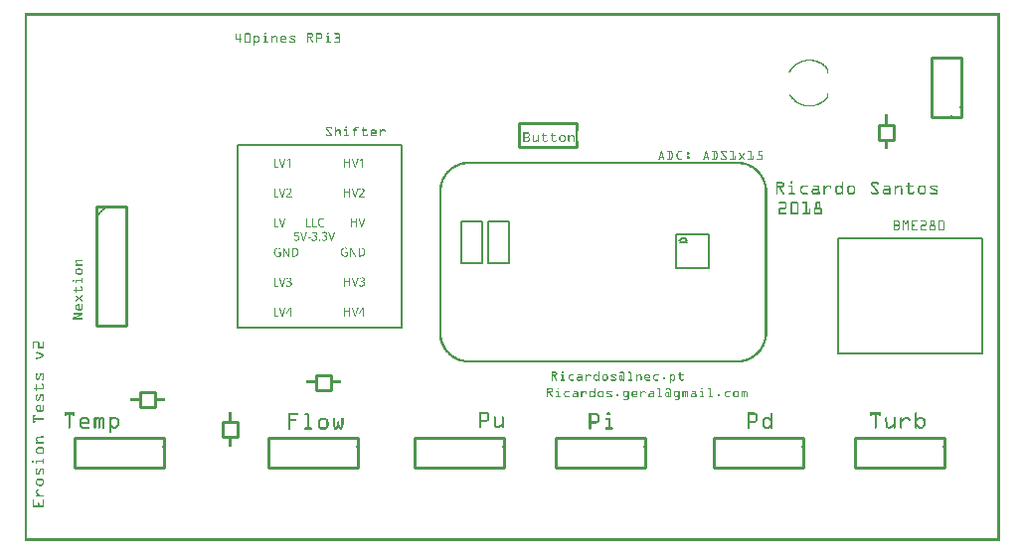
<source format=gto>
G04 MADE WITH FRITZING*
G04 WWW.FRITZING.ORG*
G04 DOUBLE SIDED*
G04 HOLES PLATED*
G04 CONTOUR ON CENTER OF CONTOUR VECTOR*
%ASAXBY*%
%FSLAX23Y23*%
%MOIN*%
%OFA0B0*%
%SFA1.0B1.0*%
%ADD10R,0.492000X0.393666X0.478112X0.379778*%
%ADD11C,0.006944*%
%ADD12R,0.558213X0.617268X0.547101X0.606156*%
%ADD13C,0.005556*%
%ADD14C,0.010000*%
%ADD15C,0.005000*%
%ADD16C,0.008000*%
%ADD17R,0.001000X0.001000*%
%LNSILK1*%
G90*
G70*
G54D11*
X2727Y1017D02*
X3212Y1017D01*
X3212Y630D01*
X2727Y630D01*
X2727Y1017D01*
D02*
G54D13*
X713Y1329D02*
X1265Y1329D01*
X1265Y718D01*
X713Y718D01*
X713Y1329D01*
D02*
G54D14*
X468Y347D02*
X168Y347D01*
D02*
X168Y347D02*
X168Y247D01*
D02*
X168Y247D02*
X468Y247D01*
D02*
X468Y247D02*
X468Y347D01*
D02*
X1117Y347D02*
X817Y347D01*
D02*
X817Y347D02*
X817Y247D01*
D02*
X817Y247D02*
X1117Y247D01*
D02*
X1117Y247D02*
X1117Y347D01*
D02*
X1608Y347D02*
X1308Y347D01*
D02*
X1308Y347D02*
X1308Y247D01*
D02*
X1308Y247D02*
X1608Y247D01*
D02*
X1608Y247D02*
X1608Y347D01*
D02*
X2080Y347D02*
X1780Y347D01*
D02*
X1780Y347D02*
X1780Y247D01*
D02*
X1780Y247D02*
X2080Y247D01*
D02*
X2080Y247D02*
X2080Y347D01*
D02*
X2612Y347D02*
X2312Y347D01*
D02*
X2312Y347D02*
X2312Y247D01*
D02*
X2312Y247D02*
X2612Y247D01*
D02*
X2612Y247D02*
X2612Y347D01*
D02*
X3084Y347D02*
X2784Y347D01*
D02*
X2784Y347D02*
X2784Y247D01*
D02*
X2784Y247D02*
X3084Y247D01*
D02*
X3084Y247D02*
X3084Y347D01*
D02*
X3141Y1424D02*
X3141Y1624D01*
D02*
X3141Y1624D02*
X3041Y1624D01*
D02*
X3041Y1624D02*
X3041Y1424D01*
D02*
X3041Y1424D02*
X3141Y1424D01*
G54D15*
D02*
X1465Y1074D02*
X1536Y1074D01*
D02*
X1536Y1074D02*
X1536Y933D01*
D02*
X1536Y933D02*
X1465Y933D01*
D02*
X1465Y933D02*
X1465Y1074D01*
D02*
X1555Y1074D02*
X1626Y1074D01*
D02*
X1626Y1074D02*
X1626Y933D01*
D02*
X1626Y933D02*
X1555Y933D01*
D02*
X1555Y933D02*
X1555Y1074D01*
G54D16*
D02*
X2296Y1029D02*
X2296Y918D01*
D02*
X2296Y918D02*
X2186Y918D01*
D02*
X2186Y918D02*
X2186Y1029D01*
D02*
X2186Y1029D02*
X2296Y1029D01*
D02*
X2221Y1005D02*
X2197Y1005D01*
G54D14*
D02*
X241Y1124D02*
X241Y724D01*
D02*
X241Y724D02*
X341Y724D01*
D02*
X341Y724D02*
X341Y1124D01*
D02*
X341Y1124D02*
X241Y1124D01*
D02*
X665Y349D02*
X665Y399D01*
D02*
X665Y399D02*
X715Y399D01*
D02*
X715Y399D02*
X715Y349D01*
D02*
X715Y349D02*
X665Y349D01*
D02*
X978Y558D02*
X1028Y558D01*
D02*
X1028Y558D02*
X1028Y508D01*
D02*
X1028Y508D02*
X978Y508D01*
D02*
X978Y508D02*
X978Y558D01*
D02*
X2866Y1348D02*
X2866Y1398D01*
D02*
X2866Y1398D02*
X2916Y1398D01*
D02*
X2916Y1398D02*
X2916Y1348D01*
D02*
X2916Y1348D02*
X2866Y1348D01*
D02*
X387Y499D02*
X437Y499D01*
D02*
X437Y499D02*
X437Y449D01*
D02*
X437Y449D02*
X387Y449D01*
D02*
X387Y449D02*
X387Y499D01*
G54D17*
X0Y1772D02*
X3270Y1772D01*
X0Y1771D02*
X3270Y1771D01*
X0Y1770D02*
X3270Y1770D01*
X0Y1769D02*
X3270Y1769D01*
X0Y1768D02*
X3270Y1768D01*
X0Y1767D02*
X3270Y1767D01*
X0Y1766D02*
X3270Y1766D01*
X0Y1765D02*
X3270Y1765D01*
X0Y1764D02*
X7Y1764D01*
X3263Y1764D02*
X3270Y1764D01*
X0Y1763D02*
X7Y1763D01*
X3263Y1763D02*
X3270Y1763D01*
X0Y1762D02*
X7Y1762D01*
X3263Y1762D02*
X3270Y1762D01*
X0Y1761D02*
X7Y1761D01*
X3263Y1761D02*
X3270Y1761D01*
X0Y1760D02*
X7Y1760D01*
X3263Y1760D02*
X3270Y1760D01*
X0Y1759D02*
X7Y1759D01*
X3263Y1759D02*
X3270Y1759D01*
X0Y1758D02*
X7Y1758D01*
X3263Y1758D02*
X3270Y1758D01*
X0Y1757D02*
X7Y1757D01*
X3263Y1757D02*
X3270Y1757D01*
X0Y1756D02*
X7Y1756D01*
X3263Y1756D02*
X3270Y1756D01*
X0Y1755D02*
X7Y1755D01*
X3263Y1755D02*
X3270Y1755D01*
X0Y1754D02*
X7Y1754D01*
X3263Y1754D02*
X3270Y1754D01*
X0Y1753D02*
X7Y1753D01*
X3263Y1753D02*
X3270Y1753D01*
X0Y1752D02*
X7Y1752D01*
X3263Y1752D02*
X3270Y1752D01*
X0Y1751D02*
X7Y1751D01*
X3263Y1751D02*
X3270Y1751D01*
X0Y1750D02*
X7Y1750D01*
X3263Y1750D02*
X3270Y1750D01*
X0Y1749D02*
X7Y1749D01*
X3263Y1749D02*
X3270Y1749D01*
X0Y1748D02*
X7Y1748D01*
X3263Y1748D02*
X3270Y1748D01*
X0Y1747D02*
X7Y1747D01*
X3263Y1747D02*
X3270Y1747D01*
X0Y1746D02*
X7Y1746D01*
X3263Y1746D02*
X3270Y1746D01*
X0Y1745D02*
X7Y1745D01*
X3263Y1745D02*
X3270Y1745D01*
X0Y1744D02*
X7Y1744D01*
X3263Y1744D02*
X3270Y1744D01*
X0Y1743D02*
X7Y1743D01*
X3263Y1743D02*
X3270Y1743D01*
X0Y1742D02*
X7Y1742D01*
X3263Y1742D02*
X3270Y1742D01*
X0Y1741D02*
X7Y1741D01*
X3263Y1741D02*
X3270Y1741D01*
X0Y1740D02*
X7Y1740D01*
X3263Y1740D02*
X3270Y1740D01*
X0Y1739D02*
X7Y1739D01*
X3263Y1739D02*
X3270Y1739D01*
X0Y1738D02*
X7Y1738D01*
X3263Y1738D02*
X3270Y1738D01*
X0Y1737D02*
X7Y1737D01*
X3263Y1737D02*
X3270Y1737D01*
X0Y1736D02*
X7Y1736D01*
X3263Y1736D02*
X3270Y1736D01*
X0Y1735D02*
X7Y1735D01*
X3263Y1735D02*
X3270Y1735D01*
X0Y1734D02*
X7Y1734D01*
X3263Y1734D02*
X3270Y1734D01*
X0Y1733D02*
X7Y1733D01*
X3263Y1733D02*
X3270Y1733D01*
X0Y1732D02*
X7Y1732D01*
X3263Y1732D02*
X3270Y1732D01*
X0Y1731D02*
X7Y1731D01*
X3263Y1731D02*
X3270Y1731D01*
X0Y1730D02*
X7Y1730D01*
X3263Y1730D02*
X3270Y1730D01*
X0Y1729D02*
X7Y1729D01*
X3263Y1729D02*
X3270Y1729D01*
X0Y1728D02*
X7Y1728D01*
X3263Y1728D02*
X3270Y1728D01*
X0Y1727D02*
X7Y1727D01*
X3263Y1727D02*
X3270Y1727D01*
X0Y1726D02*
X7Y1726D01*
X3263Y1726D02*
X3270Y1726D01*
X0Y1725D02*
X7Y1725D01*
X3263Y1725D02*
X3270Y1725D01*
X0Y1724D02*
X7Y1724D01*
X3263Y1724D02*
X3270Y1724D01*
X0Y1723D02*
X7Y1723D01*
X3263Y1723D02*
X3270Y1723D01*
X0Y1722D02*
X7Y1722D01*
X3263Y1722D02*
X3270Y1722D01*
X0Y1721D02*
X7Y1721D01*
X3263Y1721D02*
X3270Y1721D01*
X0Y1720D02*
X7Y1720D01*
X3263Y1720D02*
X3270Y1720D01*
X0Y1719D02*
X7Y1719D01*
X3263Y1719D02*
X3270Y1719D01*
X0Y1718D02*
X7Y1718D01*
X3263Y1718D02*
X3270Y1718D01*
X0Y1717D02*
X7Y1717D01*
X3263Y1717D02*
X3270Y1717D01*
X0Y1716D02*
X7Y1716D01*
X3263Y1716D02*
X3270Y1716D01*
X0Y1715D02*
X7Y1715D01*
X3263Y1715D02*
X3270Y1715D01*
X0Y1714D02*
X7Y1714D01*
X3263Y1714D02*
X3270Y1714D01*
X0Y1713D02*
X7Y1713D01*
X3263Y1713D02*
X3270Y1713D01*
X0Y1712D02*
X7Y1712D01*
X3263Y1712D02*
X3270Y1712D01*
X0Y1711D02*
X7Y1711D01*
X3263Y1711D02*
X3270Y1711D01*
X0Y1710D02*
X7Y1710D01*
X3263Y1710D02*
X3270Y1710D01*
X0Y1709D02*
X7Y1709D01*
X3263Y1709D02*
X3270Y1709D01*
X0Y1708D02*
X7Y1708D01*
X3263Y1708D02*
X3270Y1708D01*
X0Y1707D02*
X7Y1707D01*
X805Y1707D02*
X809Y1707D01*
X1015Y1707D02*
X1019Y1707D01*
X3263Y1707D02*
X3270Y1707D01*
X0Y1706D02*
X7Y1706D01*
X711Y1706D02*
X711Y1706D01*
X741Y1706D02*
X755Y1706D01*
X804Y1706D02*
X810Y1706D01*
X948Y1706D02*
X963Y1706D01*
X978Y1706D02*
X993Y1706D01*
X1014Y1706D02*
X1019Y1706D01*
X1039Y1706D02*
X1054Y1706D01*
X3263Y1706D02*
X3270Y1706D01*
X0Y1705D02*
X7Y1705D01*
X709Y1705D02*
X712Y1705D01*
X740Y1705D02*
X756Y1705D01*
X804Y1705D02*
X810Y1705D01*
X948Y1705D02*
X965Y1705D01*
X978Y1705D02*
X995Y1705D01*
X1014Y1705D02*
X1020Y1705D01*
X1038Y1705D02*
X1056Y1705D01*
X3263Y1705D02*
X3270Y1705D01*
X0Y1704D02*
X7Y1704D01*
X709Y1704D02*
X712Y1704D01*
X739Y1704D02*
X757Y1704D01*
X804Y1704D02*
X810Y1704D01*
X948Y1704D02*
X966Y1704D01*
X978Y1704D02*
X996Y1704D01*
X1014Y1704D02*
X1020Y1704D01*
X1038Y1704D02*
X1057Y1704D01*
X3263Y1704D02*
X3270Y1704D01*
X0Y1703D02*
X7Y1703D01*
X709Y1703D02*
X712Y1703D01*
X738Y1703D02*
X758Y1703D01*
X805Y1703D02*
X809Y1703D01*
X948Y1703D02*
X967Y1703D01*
X978Y1703D02*
X997Y1703D01*
X1015Y1703D02*
X1019Y1703D01*
X1038Y1703D02*
X1058Y1703D01*
X3263Y1703D02*
X3270Y1703D01*
X0Y1702D02*
X7Y1702D01*
X709Y1702D02*
X712Y1702D01*
X722Y1702D02*
X724Y1702D01*
X738Y1702D02*
X758Y1702D01*
X806Y1702D02*
X808Y1702D01*
X948Y1702D02*
X967Y1702D01*
X978Y1702D02*
X997Y1702D01*
X1016Y1702D02*
X1018Y1702D01*
X1040Y1702D02*
X1058Y1702D01*
X3263Y1702D02*
X3270Y1702D01*
X0Y1701D02*
X7Y1701D01*
X709Y1701D02*
X712Y1701D01*
X722Y1701D02*
X725Y1701D01*
X738Y1701D02*
X741Y1701D01*
X755Y1701D02*
X758Y1701D01*
X948Y1701D02*
X951Y1701D01*
X964Y1701D02*
X968Y1701D01*
X978Y1701D02*
X981Y1701D01*
X994Y1701D02*
X998Y1701D01*
X1055Y1701D02*
X1058Y1701D01*
X3263Y1701D02*
X3270Y1701D01*
X0Y1700D02*
X7Y1700D01*
X709Y1700D02*
X712Y1700D01*
X722Y1700D02*
X725Y1700D01*
X738Y1700D02*
X741Y1700D01*
X755Y1700D02*
X758Y1700D01*
X948Y1700D02*
X951Y1700D01*
X965Y1700D02*
X968Y1700D01*
X978Y1700D02*
X981Y1700D01*
X995Y1700D02*
X998Y1700D01*
X1055Y1700D02*
X1058Y1700D01*
X3263Y1700D02*
X3270Y1700D01*
X0Y1699D02*
X7Y1699D01*
X709Y1699D02*
X712Y1699D01*
X722Y1699D02*
X725Y1699D01*
X738Y1699D02*
X741Y1699D01*
X755Y1699D02*
X758Y1699D01*
X948Y1699D02*
X951Y1699D01*
X965Y1699D02*
X968Y1699D01*
X978Y1699D02*
X981Y1699D01*
X995Y1699D02*
X998Y1699D01*
X1055Y1699D02*
X1058Y1699D01*
X3263Y1699D02*
X3270Y1699D01*
X0Y1698D02*
X7Y1698D01*
X709Y1698D02*
X712Y1698D01*
X722Y1698D02*
X725Y1698D01*
X738Y1698D02*
X741Y1698D01*
X755Y1698D02*
X758Y1698D01*
X769Y1698D02*
X770Y1698D01*
X776Y1698D02*
X779Y1698D01*
X948Y1698D02*
X951Y1698D01*
X965Y1698D02*
X968Y1698D01*
X978Y1698D02*
X981Y1698D01*
X995Y1698D02*
X998Y1698D01*
X1055Y1698D02*
X1058Y1698D01*
X3263Y1698D02*
X3270Y1698D01*
X0Y1697D02*
X7Y1697D01*
X709Y1697D02*
X712Y1697D01*
X722Y1697D02*
X725Y1697D01*
X738Y1697D02*
X741Y1697D01*
X755Y1697D02*
X758Y1697D01*
X768Y1697D02*
X771Y1697D01*
X774Y1697D02*
X782Y1697D01*
X801Y1697D02*
X809Y1697D01*
X829Y1697D02*
X830Y1697D01*
X838Y1697D02*
X843Y1697D01*
X864Y1697D02*
X872Y1697D01*
X892Y1697D02*
X904Y1697D01*
X948Y1697D02*
X951Y1697D01*
X964Y1697D02*
X968Y1697D01*
X978Y1697D02*
X981Y1697D01*
X995Y1697D02*
X998Y1697D01*
X1011Y1697D02*
X1018Y1697D01*
X1055Y1697D02*
X1058Y1697D01*
X3263Y1697D02*
X3270Y1697D01*
X0Y1696D02*
X7Y1696D01*
X709Y1696D02*
X712Y1696D01*
X722Y1696D02*
X725Y1696D01*
X738Y1696D02*
X741Y1696D01*
X755Y1696D02*
X758Y1696D01*
X768Y1696D02*
X771Y1696D01*
X773Y1696D02*
X783Y1696D01*
X800Y1696D02*
X809Y1696D01*
X828Y1696D02*
X831Y1696D01*
X836Y1696D02*
X845Y1696D01*
X862Y1696D02*
X874Y1696D01*
X890Y1696D02*
X906Y1696D01*
X948Y1696D02*
X951Y1696D01*
X964Y1696D02*
X968Y1696D01*
X978Y1696D02*
X981Y1696D01*
X995Y1696D02*
X998Y1696D01*
X1010Y1696D02*
X1019Y1696D01*
X1055Y1696D02*
X1058Y1696D01*
X3263Y1696D02*
X3270Y1696D01*
X0Y1695D02*
X7Y1695D01*
X709Y1695D02*
X712Y1695D01*
X722Y1695D02*
X725Y1695D01*
X738Y1695D02*
X741Y1695D01*
X755Y1695D02*
X758Y1695D01*
X768Y1695D02*
X784Y1695D01*
X800Y1695D02*
X810Y1695D01*
X828Y1695D02*
X831Y1695D01*
X834Y1695D02*
X846Y1695D01*
X861Y1695D02*
X875Y1695D01*
X890Y1695D02*
X907Y1695D01*
X948Y1695D02*
X967Y1695D01*
X978Y1695D02*
X981Y1695D01*
X995Y1695D02*
X998Y1695D01*
X1010Y1695D02*
X1020Y1695D01*
X1055Y1695D02*
X1058Y1695D01*
X3263Y1695D02*
X3270Y1695D01*
X0Y1694D02*
X7Y1694D01*
X709Y1694D02*
X712Y1694D01*
X722Y1694D02*
X725Y1694D01*
X738Y1694D02*
X741Y1694D01*
X755Y1694D02*
X758Y1694D01*
X768Y1694D02*
X777Y1694D01*
X779Y1694D02*
X785Y1694D01*
X801Y1694D02*
X810Y1694D01*
X828Y1694D02*
X847Y1694D01*
X860Y1694D02*
X876Y1694D01*
X889Y1694D02*
X907Y1694D01*
X948Y1694D02*
X966Y1694D01*
X978Y1694D02*
X981Y1694D01*
X995Y1694D02*
X998Y1694D01*
X1011Y1694D02*
X1020Y1694D01*
X1055Y1694D02*
X1058Y1694D01*
X3263Y1694D02*
X3270Y1694D01*
X0Y1693D02*
X7Y1693D01*
X709Y1693D02*
X712Y1693D01*
X722Y1693D02*
X725Y1693D01*
X738Y1693D02*
X741Y1693D01*
X755Y1693D02*
X758Y1693D01*
X768Y1693D02*
X775Y1693D01*
X781Y1693D02*
X786Y1693D01*
X806Y1693D02*
X810Y1693D01*
X828Y1693D02*
X838Y1693D01*
X843Y1693D02*
X847Y1693D01*
X859Y1693D02*
X864Y1693D01*
X872Y1693D02*
X877Y1693D01*
X889Y1693D02*
X893Y1693D01*
X903Y1693D02*
X907Y1693D01*
X948Y1693D02*
X966Y1693D01*
X978Y1693D02*
X981Y1693D01*
X995Y1693D02*
X998Y1693D01*
X1016Y1693D02*
X1020Y1693D01*
X1054Y1693D02*
X1058Y1693D01*
X3263Y1693D02*
X3270Y1693D01*
X0Y1692D02*
X7Y1692D01*
X709Y1692D02*
X712Y1692D01*
X722Y1692D02*
X725Y1692D01*
X738Y1692D02*
X741Y1692D01*
X755Y1692D02*
X758Y1692D01*
X768Y1692D02*
X774Y1692D01*
X782Y1692D02*
X787Y1692D01*
X806Y1692D02*
X810Y1692D01*
X828Y1692D02*
X836Y1692D01*
X844Y1692D02*
X847Y1692D01*
X859Y1692D02*
X863Y1692D01*
X873Y1692D02*
X877Y1692D01*
X889Y1692D02*
X892Y1692D01*
X905Y1692D02*
X907Y1692D01*
X948Y1692D02*
X964Y1692D01*
X978Y1692D02*
X981Y1692D01*
X995Y1692D02*
X998Y1692D01*
X1016Y1692D02*
X1020Y1692D01*
X1044Y1692D02*
X1057Y1692D01*
X3263Y1692D02*
X3270Y1692D01*
X0Y1691D02*
X7Y1691D01*
X709Y1691D02*
X712Y1691D01*
X722Y1691D02*
X725Y1691D01*
X738Y1691D02*
X741Y1691D01*
X755Y1691D02*
X758Y1691D01*
X768Y1691D02*
X773Y1691D01*
X783Y1691D02*
X787Y1691D01*
X806Y1691D02*
X810Y1691D01*
X828Y1691D02*
X835Y1691D01*
X844Y1691D02*
X847Y1691D01*
X858Y1691D02*
X862Y1691D01*
X874Y1691D02*
X878Y1691D01*
X889Y1691D02*
X892Y1691D01*
X948Y1691D02*
X951Y1691D01*
X955Y1691D02*
X959Y1691D01*
X978Y1691D02*
X981Y1691D01*
X994Y1691D02*
X998Y1691D01*
X1016Y1691D02*
X1020Y1691D01*
X1043Y1691D02*
X1057Y1691D01*
X3263Y1691D02*
X3270Y1691D01*
X0Y1690D02*
X7Y1690D01*
X709Y1690D02*
X712Y1690D01*
X722Y1690D02*
X725Y1690D01*
X738Y1690D02*
X741Y1690D01*
X755Y1690D02*
X758Y1690D01*
X768Y1690D02*
X772Y1690D01*
X784Y1690D02*
X788Y1690D01*
X806Y1690D02*
X810Y1690D01*
X828Y1690D02*
X833Y1690D01*
X844Y1690D02*
X847Y1690D01*
X858Y1690D02*
X861Y1690D01*
X875Y1690D02*
X878Y1690D01*
X889Y1690D02*
X895Y1690D01*
X948Y1690D02*
X951Y1690D01*
X956Y1690D02*
X960Y1690D01*
X978Y1690D02*
X997Y1690D01*
X1016Y1690D02*
X1020Y1690D01*
X1042Y1690D02*
X1056Y1690D01*
X3263Y1690D02*
X3270Y1690D01*
X0Y1689D02*
X7Y1689D01*
X709Y1689D02*
X712Y1689D01*
X722Y1689D02*
X725Y1689D01*
X738Y1689D02*
X741Y1689D01*
X755Y1689D02*
X758Y1689D01*
X768Y1689D02*
X772Y1689D01*
X785Y1689D02*
X788Y1689D01*
X806Y1689D02*
X810Y1689D01*
X828Y1689D02*
X832Y1689D01*
X844Y1689D02*
X847Y1689D01*
X858Y1689D02*
X861Y1689D01*
X875Y1689D02*
X878Y1689D01*
X890Y1689D02*
X897Y1689D01*
X948Y1689D02*
X951Y1689D01*
X957Y1689D02*
X960Y1689D01*
X978Y1689D02*
X997Y1689D01*
X1016Y1689D02*
X1020Y1689D01*
X1042Y1689D02*
X1057Y1689D01*
X3263Y1689D02*
X3270Y1689D01*
X0Y1688D02*
X7Y1688D01*
X709Y1688D02*
X726Y1688D01*
X738Y1688D02*
X741Y1688D01*
X755Y1688D02*
X758Y1688D01*
X768Y1688D02*
X771Y1688D01*
X785Y1688D02*
X788Y1688D01*
X806Y1688D02*
X810Y1688D01*
X828Y1688D02*
X831Y1688D01*
X844Y1688D02*
X847Y1688D01*
X858Y1688D02*
X861Y1688D01*
X875Y1688D02*
X878Y1688D01*
X890Y1688D02*
X899Y1688D01*
X948Y1688D02*
X951Y1688D01*
X957Y1688D02*
X961Y1688D01*
X978Y1688D02*
X996Y1688D01*
X1016Y1688D02*
X1020Y1688D01*
X1044Y1688D02*
X1057Y1688D01*
X3263Y1688D02*
X3270Y1688D01*
X0Y1687D02*
X7Y1687D01*
X709Y1687D02*
X727Y1687D01*
X738Y1687D02*
X741Y1687D01*
X755Y1687D02*
X758Y1687D01*
X768Y1687D02*
X771Y1687D01*
X785Y1687D02*
X788Y1687D01*
X806Y1687D02*
X810Y1687D01*
X828Y1687D02*
X831Y1687D01*
X844Y1687D02*
X847Y1687D01*
X858Y1687D02*
X861Y1687D01*
X874Y1687D02*
X878Y1687D01*
X892Y1687D02*
X902Y1687D01*
X948Y1687D02*
X951Y1687D01*
X958Y1687D02*
X962Y1687D01*
X978Y1687D02*
X995Y1687D01*
X1016Y1687D02*
X1020Y1687D01*
X1054Y1687D02*
X1058Y1687D01*
X3263Y1687D02*
X3270Y1687D01*
X0Y1686D02*
X7Y1686D01*
X709Y1686D02*
X727Y1686D01*
X738Y1686D02*
X741Y1686D01*
X755Y1686D02*
X758Y1686D01*
X768Y1686D02*
X771Y1686D01*
X785Y1686D02*
X788Y1686D01*
X806Y1686D02*
X810Y1686D01*
X828Y1686D02*
X831Y1686D01*
X844Y1686D02*
X847Y1686D01*
X858Y1686D02*
X878Y1686D01*
X894Y1686D02*
X904Y1686D01*
X948Y1686D02*
X951Y1686D01*
X958Y1686D02*
X962Y1686D01*
X978Y1686D02*
X982Y1686D01*
X1016Y1686D02*
X1020Y1686D01*
X1055Y1686D02*
X1058Y1686D01*
X3263Y1686D02*
X3270Y1686D01*
X0Y1685D02*
X7Y1685D01*
X709Y1685D02*
X726Y1685D01*
X738Y1685D02*
X741Y1685D01*
X755Y1685D02*
X758Y1685D01*
X768Y1685D02*
X771Y1685D01*
X785Y1685D02*
X788Y1685D01*
X806Y1685D02*
X810Y1685D01*
X828Y1685D02*
X831Y1685D01*
X844Y1685D02*
X848Y1685D01*
X858Y1685D02*
X878Y1685D01*
X897Y1685D02*
X905Y1685D01*
X948Y1685D02*
X951Y1685D01*
X959Y1685D02*
X963Y1685D01*
X978Y1685D02*
X981Y1685D01*
X1016Y1685D02*
X1020Y1685D01*
X1055Y1685D02*
X1058Y1685D01*
X3263Y1685D02*
X3270Y1685D01*
X0Y1684D02*
X7Y1684D01*
X721Y1684D02*
X725Y1684D01*
X738Y1684D02*
X741Y1684D01*
X755Y1684D02*
X758Y1684D01*
X768Y1684D02*
X771Y1684D01*
X785Y1684D02*
X788Y1684D01*
X806Y1684D02*
X810Y1684D01*
X828Y1684D02*
X831Y1684D01*
X844Y1684D02*
X848Y1684D01*
X858Y1684D02*
X878Y1684D01*
X899Y1684D02*
X906Y1684D01*
X948Y1684D02*
X951Y1684D01*
X959Y1684D02*
X963Y1684D01*
X978Y1684D02*
X981Y1684D01*
X1016Y1684D02*
X1020Y1684D01*
X1055Y1684D02*
X1058Y1684D01*
X3263Y1684D02*
X3270Y1684D01*
X0Y1683D02*
X7Y1683D01*
X722Y1683D02*
X725Y1683D01*
X738Y1683D02*
X741Y1683D01*
X755Y1683D02*
X758Y1683D01*
X768Y1683D02*
X771Y1683D01*
X785Y1683D02*
X788Y1683D01*
X806Y1683D02*
X810Y1683D01*
X828Y1683D02*
X831Y1683D01*
X844Y1683D02*
X848Y1683D01*
X858Y1683D02*
X877Y1683D01*
X901Y1683D02*
X907Y1683D01*
X948Y1683D02*
X951Y1683D01*
X960Y1683D02*
X964Y1683D01*
X978Y1683D02*
X981Y1683D01*
X1016Y1683D02*
X1020Y1683D01*
X1055Y1683D02*
X1058Y1683D01*
X3263Y1683D02*
X3270Y1683D01*
X0Y1682D02*
X7Y1682D01*
X722Y1682D02*
X725Y1682D01*
X738Y1682D02*
X741Y1682D01*
X755Y1682D02*
X758Y1682D01*
X768Y1682D02*
X772Y1682D01*
X785Y1682D02*
X788Y1682D01*
X806Y1682D02*
X810Y1682D01*
X828Y1682D02*
X831Y1682D01*
X844Y1682D02*
X848Y1682D01*
X858Y1682D02*
X861Y1682D01*
X903Y1682D02*
X907Y1682D01*
X948Y1682D02*
X951Y1682D01*
X961Y1682D02*
X965Y1682D01*
X978Y1682D02*
X981Y1682D01*
X1016Y1682D02*
X1020Y1682D01*
X1055Y1682D02*
X1058Y1682D01*
X3263Y1682D02*
X3270Y1682D01*
X0Y1681D02*
X7Y1681D01*
X722Y1681D02*
X725Y1681D01*
X738Y1681D02*
X741Y1681D01*
X755Y1681D02*
X758Y1681D01*
X768Y1681D02*
X772Y1681D01*
X784Y1681D02*
X788Y1681D01*
X806Y1681D02*
X810Y1681D01*
X828Y1681D02*
X831Y1681D01*
X844Y1681D02*
X848Y1681D01*
X858Y1681D02*
X861Y1681D01*
X904Y1681D02*
X908Y1681D01*
X948Y1681D02*
X951Y1681D01*
X961Y1681D02*
X965Y1681D01*
X978Y1681D02*
X981Y1681D01*
X1016Y1681D02*
X1020Y1681D01*
X1055Y1681D02*
X1058Y1681D01*
X3263Y1681D02*
X3270Y1681D01*
X0Y1680D02*
X7Y1680D01*
X722Y1680D02*
X725Y1680D01*
X738Y1680D02*
X741Y1680D01*
X755Y1680D02*
X758Y1680D01*
X768Y1680D02*
X773Y1680D01*
X783Y1680D02*
X787Y1680D01*
X806Y1680D02*
X810Y1680D01*
X828Y1680D02*
X831Y1680D01*
X844Y1680D02*
X848Y1680D01*
X858Y1680D02*
X862Y1680D01*
X904Y1680D02*
X908Y1680D01*
X948Y1680D02*
X951Y1680D01*
X962Y1680D02*
X966Y1680D01*
X978Y1680D02*
X981Y1680D01*
X1016Y1680D02*
X1020Y1680D01*
X1055Y1680D02*
X1058Y1680D01*
X3263Y1680D02*
X3270Y1680D01*
X0Y1679D02*
X7Y1679D01*
X722Y1679D02*
X725Y1679D01*
X738Y1679D02*
X741Y1679D01*
X755Y1679D02*
X758Y1679D01*
X768Y1679D02*
X774Y1679D01*
X782Y1679D02*
X787Y1679D01*
X806Y1679D02*
X810Y1679D01*
X828Y1679D02*
X831Y1679D01*
X845Y1679D02*
X848Y1679D01*
X859Y1679D02*
X863Y1679D01*
X889Y1679D02*
X891Y1679D01*
X904Y1679D02*
X908Y1679D01*
X948Y1679D02*
X951Y1679D01*
X962Y1679D02*
X966Y1679D01*
X978Y1679D02*
X981Y1679D01*
X1016Y1679D02*
X1020Y1679D01*
X1055Y1679D02*
X1058Y1679D01*
X3263Y1679D02*
X3270Y1679D01*
X0Y1678D02*
X7Y1678D01*
X722Y1678D02*
X725Y1678D01*
X738Y1678D02*
X742Y1678D01*
X754Y1678D02*
X758Y1678D01*
X768Y1678D02*
X775Y1678D01*
X781Y1678D02*
X786Y1678D01*
X806Y1678D02*
X810Y1678D01*
X828Y1678D02*
X831Y1678D01*
X845Y1678D02*
X848Y1678D01*
X859Y1678D02*
X864Y1678D01*
X888Y1678D02*
X893Y1678D01*
X903Y1678D02*
X907Y1678D01*
X948Y1678D02*
X951Y1678D01*
X963Y1678D02*
X967Y1678D01*
X978Y1678D02*
X981Y1678D01*
X1016Y1678D02*
X1020Y1678D01*
X1054Y1678D02*
X1058Y1678D01*
X3263Y1678D02*
X3270Y1678D01*
X0Y1677D02*
X7Y1677D01*
X722Y1677D02*
X725Y1677D01*
X738Y1677D02*
X758Y1677D01*
X768Y1677D02*
X785Y1677D01*
X801Y1677D02*
X815Y1677D01*
X828Y1677D02*
X831Y1677D01*
X845Y1677D02*
X848Y1677D01*
X860Y1677D02*
X877Y1677D01*
X888Y1677D02*
X907Y1677D01*
X948Y1677D02*
X951Y1677D01*
X964Y1677D02*
X967Y1677D01*
X978Y1677D02*
X981Y1677D01*
X1011Y1677D02*
X1025Y1677D01*
X1039Y1677D02*
X1058Y1677D01*
X3263Y1677D02*
X3270Y1677D01*
X0Y1676D02*
X7Y1676D01*
X722Y1676D02*
X725Y1676D01*
X739Y1676D02*
X757Y1676D01*
X768Y1676D02*
X784Y1676D01*
X800Y1676D02*
X816Y1676D01*
X828Y1676D02*
X831Y1676D01*
X845Y1676D02*
X848Y1676D01*
X861Y1676D02*
X878Y1676D01*
X889Y1676D02*
X906Y1676D01*
X948Y1676D02*
X951Y1676D01*
X964Y1676D02*
X968Y1676D01*
X978Y1676D02*
X981Y1676D01*
X1010Y1676D02*
X1026Y1676D01*
X1038Y1676D02*
X1057Y1676D01*
X3263Y1676D02*
X3270Y1676D01*
X0Y1675D02*
X7Y1675D01*
X722Y1675D02*
X725Y1675D01*
X739Y1675D02*
X757Y1675D01*
X768Y1675D02*
X771Y1675D01*
X773Y1675D02*
X783Y1675D01*
X800Y1675D02*
X816Y1675D01*
X828Y1675D02*
X831Y1675D01*
X845Y1675D02*
X848Y1675D01*
X862Y1675D02*
X878Y1675D01*
X890Y1675D02*
X905Y1675D01*
X948Y1675D02*
X951Y1675D01*
X965Y1675D02*
X968Y1675D01*
X978Y1675D02*
X981Y1675D01*
X1010Y1675D02*
X1026Y1675D01*
X1038Y1675D02*
X1057Y1675D01*
X3263Y1675D02*
X3270Y1675D01*
X0Y1674D02*
X7Y1674D01*
X723Y1674D02*
X724Y1674D01*
X741Y1674D02*
X755Y1674D01*
X768Y1674D02*
X771Y1674D01*
X775Y1674D02*
X782Y1674D01*
X801Y1674D02*
X815Y1674D01*
X829Y1674D02*
X830Y1674D01*
X846Y1674D02*
X847Y1674D01*
X864Y1674D02*
X877Y1674D01*
X892Y1674D02*
X903Y1674D01*
X949Y1674D02*
X950Y1674D01*
X966Y1674D02*
X967Y1674D01*
X979Y1674D02*
X980Y1674D01*
X1011Y1674D02*
X1025Y1674D01*
X1039Y1674D02*
X1055Y1674D01*
X3263Y1674D02*
X3270Y1674D01*
X0Y1673D02*
X7Y1673D01*
X768Y1673D02*
X771Y1673D01*
X777Y1673D02*
X779Y1673D01*
X3263Y1673D02*
X3270Y1673D01*
X0Y1672D02*
X7Y1672D01*
X768Y1672D02*
X771Y1672D01*
X3263Y1672D02*
X3270Y1672D01*
X0Y1671D02*
X7Y1671D01*
X768Y1671D02*
X771Y1671D01*
X3263Y1671D02*
X3270Y1671D01*
X0Y1670D02*
X7Y1670D01*
X768Y1670D02*
X771Y1670D01*
X3263Y1670D02*
X3270Y1670D01*
X0Y1669D02*
X7Y1669D01*
X768Y1669D02*
X771Y1669D01*
X3263Y1669D02*
X3270Y1669D01*
X0Y1668D02*
X7Y1668D01*
X768Y1668D02*
X771Y1668D01*
X3263Y1668D02*
X3270Y1668D01*
X0Y1667D02*
X7Y1667D01*
X768Y1667D02*
X771Y1667D01*
X3263Y1667D02*
X3270Y1667D01*
X0Y1666D02*
X7Y1666D01*
X768Y1666D02*
X771Y1666D01*
X3263Y1666D02*
X3270Y1666D01*
X0Y1665D02*
X7Y1665D01*
X770Y1665D02*
X770Y1665D01*
X3263Y1665D02*
X3270Y1665D01*
X0Y1664D02*
X7Y1664D01*
X3263Y1664D02*
X3270Y1664D01*
X0Y1663D02*
X7Y1663D01*
X3263Y1663D02*
X3270Y1663D01*
X0Y1662D02*
X7Y1662D01*
X3263Y1662D02*
X3270Y1662D01*
X0Y1661D02*
X7Y1661D01*
X3263Y1661D02*
X3270Y1661D01*
X0Y1660D02*
X7Y1660D01*
X3263Y1660D02*
X3270Y1660D01*
X0Y1659D02*
X7Y1659D01*
X3263Y1659D02*
X3270Y1659D01*
X0Y1658D02*
X7Y1658D01*
X3263Y1658D02*
X3270Y1658D01*
X0Y1657D02*
X7Y1657D01*
X3263Y1657D02*
X3270Y1657D01*
X0Y1656D02*
X7Y1656D01*
X3263Y1656D02*
X3270Y1656D01*
X0Y1655D02*
X7Y1655D01*
X3263Y1655D02*
X3270Y1655D01*
X0Y1654D02*
X7Y1654D01*
X3263Y1654D02*
X3270Y1654D01*
X0Y1653D02*
X7Y1653D01*
X3263Y1653D02*
X3270Y1653D01*
X0Y1652D02*
X7Y1652D01*
X3263Y1652D02*
X3270Y1652D01*
X0Y1651D02*
X7Y1651D01*
X3263Y1651D02*
X3270Y1651D01*
X0Y1650D02*
X7Y1650D01*
X3263Y1650D02*
X3270Y1650D01*
X0Y1649D02*
X7Y1649D01*
X3263Y1649D02*
X3270Y1649D01*
X0Y1648D02*
X7Y1648D01*
X3263Y1648D02*
X3270Y1648D01*
X0Y1647D02*
X7Y1647D01*
X3263Y1647D02*
X3270Y1647D01*
X0Y1646D02*
X7Y1646D01*
X3263Y1646D02*
X3270Y1646D01*
X0Y1645D02*
X7Y1645D01*
X3263Y1645D02*
X3270Y1645D01*
X0Y1644D02*
X7Y1644D01*
X3263Y1644D02*
X3270Y1644D01*
X0Y1643D02*
X7Y1643D01*
X3263Y1643D02*
X3270Y1643D01*
X0Y1642D02*
X7Y1642D01*
X3263Y1642D02*
X3270Y1642D01*
X0Y1641D02*
X7Y1641D01*
X3263Y1641D02*
X3270Y1641D01*
X0Y1640D02*
X7Y1640D01*
X3263Y1640D02*
X3270Y1640D01*
X0Y1639D02*
X7Y1639D01*
X3263Y1639D02*
X3270Y1639D01*
X0Y1638D02*
X7Y1638D01*
X3263Y1638D02*
X3270Y1638D01*
X0Y1637D02*
X7Y1637D01*
X3263Y1637D02*
X3270Y1637D01*
X0Y1636D02*
X7Y1636D01*
X3263Y1636D02*
X3270Y1636D01*
X0Y1635D02*
X7Y1635D01*
X3263Y1635D02*
X3270Y1635D01*
X0Y1634D02*
X7Y1634D01*
X3263Y1634D02*
X3270Y1634D01*
X0Y1633D02*
X7Y1633D01*
X3263Y1633D02*
X3270Y1633D01*
X0Y1632D02*
X7Y1632D01*
X3263Y1632D02*
X3270Y1632D01*
X0Y1631D02*
X7Y1631D01*
X3263Y1631D02*
X3270Y1631D01*
X0Y1630D02*
X7Y1630D01*
X3263Y1630D02*
X3270Y1630D01*
X0Y1629D02*
X7Y1629D01*
X3263Y1629D02*
X3270Y1629D01*
X0Y1628D02*
X7Y1628D01*
X3263Y1628D02*
X3270Y1628D01*
X0Y1627D02*
X7Y1627D01*
X3263Y1627D02*
X3270Y1627D01*
X0Y1626D02*
X7Y1626D01*
X3263Y1626D02*
X3270Y1626D01*
X0Y1625D02*
X7Y1625D01*
X3263Y1625D02*
X3270Y1625D01*
X0Y1624D02*
X7Y1624D01*
X3263Y1624D02*
X3270Y1624D01*
X0Y1623D02*
X7Y1623D01*
X3263Y1623D02*
X3270Y1623D01*
X0Y1622D02*
X7Y1622D01*
X3263Y1622D02*
X3270Y1622D01*
X0Y1621D02*
X7Y1621D01*
X3263Y1621D02*
X3270Y1621D01*
X0Y1620D02*
X7Y1620D01*
X3263Y1620D02*
X3270Y1620D01*
X0Y1619D02*
X7Y1619D01*
X3263Y1619D02*
X3270Y1619D01*
X0Y1618D02*
X7Y1618D01*
X3263Y1618D02*
X3270Y1618D01*
X0Y1617D02*
X7Y1617D01*
X2624Y1617D02*
X2640Y1617D01*
X3263Y1617D02*
X3270Y1617D01*
X0Y1616D02*
X7Y1616D01*
X2618Y1616D02*
X2646Y1616D01*
X3263Y1616D02*
X3270Y1616D01*
X0Y1615D02*
X7Y1615D01*
X2613Y1615D02*
X2651Y1615D01*
X3263Y1615D02*
X3270Y1615D01*
X0Y1614D02*
X7Y1614D01*
X2609Y1614D02*
X2655Y1614D01*
X3263Y1614D02*
X3270Y1614D01*
X0Y1613D02*
X7Y1613D01*
X2606Y1613D02*
X2658Y1613D01*
X3263Y1613D02*
X3270Y1613D01*
X0Y1612D02*
X7Y1612D01*
X2604Y1612D02*
X2621Y1612D01*
X2642Y1612D02*
X2660Y1612D01*
X3263Y1612D02*
X3270Y1612D01*
X0Y1611D02*
X7Y1611D01*
X2601Y1611D02*
X2616Y1611D01*
X2648Y1611D02*
X2663Y1611D01*
X3263Y1611D02*
X3270Y1611D01*
X0Y1610D02*
X7Y1610D01*
X2599Y1610D02*
X2612Y1610D01*
X2652Y1610D02*
X2665Y1610D01*
X3263Y1610D02*
X3270Y1610D01*
X0Y1609D02*
X7Y1609D01*
X2597Y1609D02*
X2608Y1609D01*
X2655Y1609D02*
X2667Y1609D01*
X3263Y1609D02*
X3270Y1609D01*
X0Y1608D02*
X7Y1608D01*
X2595Y1608D02*
X2605Y1608D01*
X2658Y1608D02*
X2669Y1608D01*
X3263Y1608D02*
X3270Y1608D01*
X0Y1607D02*
X7Y1607D01*
X2593Y1607D02*
X2603Y1607D01*
X2660Y1607D02*
X2671Y1607D01*
X3263Y1607D02*
X3270Y1607D01*
X0Y1606D02*
X7Y1606D01*
X2591Y1606D02*
X2601Y1606D01*
X2663Y1606D02*
X2673Y1606D01*
X3263Y1606D02*
X3270Y1606D01*
X0Y1605D02*
X7Y1605D01*
X2590Y1605D02*
X2599Y1605D01*
X2665Y1605D02*
X2674Y1605D01*
X3263Y1605D02*
X3270Y1605D01*
X0Y1604D02*
X7Y1604D01*
X2588Y1604D02*
X2597Y1604D01*
X2667Y1604D02*
X2676Y1604D01*
X3263Y1604D02*
X3270Y1604D01*
X0Y1603D02*
X7Y1603D01*
X2586Y1603D02*
X2595Y1603D01*
X2669Y1603D02*
X2677Y1603D01*
X3263Y1603D02*
X3270Y1603D01*
X0Y1602D02*
X7Y1602D01*
X2585Y1602D02*
X2593Y1602D01*
X2670Y1602D02*
X2679Y1602D01*
X3263Y1602D02*
X3270Y1602D01*
X0Y1601D02*
X7Y1601D01*
X2584Y1601D02*
X2592Y1601D01*
X2672Y1601D02*
X2680Y1601D01*
X3263Y1601D02*
X3270Y1601D01*
X0Y1600D02*
X7Y1600D01*
X2583Y1600D02*
X2590Y1600D01*
X2673Y1600D02*
X2681Y1600D01*
X3263Y1600D02*
X3270Y1600D01*
X0Y1599D02*
X7Y1599D01*
X2581Y1599D02*
X2588Y1599D01*
X2675Y1599D02*
X2682Y1599D01*
X3263Y1599D02*
X3270Y1599D01*
X0Y1598D02*
X7Y1598D01*
X2580Y1598D02*
X2587Y1598D01*
X2676Y1598D02*
X2684Y1598D01*
X3263Y1598D02*
X3270Y1598D01*
X0Y1597D02*
X7Y1597D01*
X2579Y1597D02*
X2586Y1597D01*
X2678Y1597D02*
X2685Y1597D01*
X3263Y1597D02*
X3270Y1597D01*
X0Y1596D02*
X7Y1596D01*
X2578Y1596D02*
X2585Y1596D01*
X2679Y1596D02*
X2686Y1596D01*
X3263Y1596D02*
X3270Y1596D01*
X0Y1595D02*
X7Y1595D01*
X2577Y1595D02*
X2583Y1595D01*
X2680Y1595D02*
X2687Y1595D01*
X3263Y1595D02*
X3270Y1595D01*
X0Y1594D02*
X7Y1594D01*
X2576Y1594D02*
X2582Y1594D01*
X2681Y1594D02*
X2688Y1594D01*
X3263Y1594D02*
X3270Y1594D01*
X0Y1593D02*
X7Y1593D01*
X2575Y1593D02*
X2581Y1593D01*
X2682Y1593D02*
X2689Y1593D01*
X3263Y1593D02*
X3270Y1593D01*
X0Y1592D02*
X7Y1592D01*
X2574Y1592D02*
X2580Y1592D01*
X2684Y1592D02*
X2690Y1592D01*
X3263Y1592D02*
X3270Y1592D01*
X0Y1591D02*
X7Y1591D01*
X2573Y1591D02*
X2579Y1591D01*
X2685Y1591D02*
X2691Y1591D01*
X3263Y1591D02*
X3270Y1591D01*
X0Y1590D02*
X7Y1590D01*
X2572Y1590D02*
X2578Y1590D01*
X2686Y1590D02*
X2692Y1590D01*
X3263Y1590D02*
X3270Y1590D01*
X0Y1589D02*
X7Y1589D01*
X2571Y1589D02*
X2577Y1589D01*
X2686Y1589D02*
X2692Y1589D01*
X3263Y1589D02*
X3270Y1589D01*
X0Y1588D02*
X7Y1588D01*
X2571Y1588D02*
X2576Y1588D01*
X2687Y1588D02*
X2693Y1588D01*
X3263Y1588D02*
X3270Y1588D01*
X0Y1587D02*
X7Y1587D01*
X2570Y1587D02*
X2575Y1587D01*
X2688Y1587D02*
X2694Y1587D01*
X3263Y1587D02*
X3270Y1587D01*
X0Y1586D02*
X7Y1586D01*
X2569Y1586D02*
X2575Y1586D01*
X2689Y1586D02*
X2695Y1586D01*
X3263Y1586D02*
X3270Y1586D01*
X0Y1585D02*
X7Y1585D01*
X2568Y1585D02*
X2574Y1585D01*
X2690Y1585D02*
X2695Y1585D01*
X3263Y1585D02*
X3270Y1585D01*
X0Y1584D02*
X7Y1584D01*
X2567Y1584D02*
X2573Y1584D01*
X2691Y1584D02*
X2695Y1584D01*
X3263Y1584D02*
X3270Y1584D01*
X0Y1583D02*
X7Y1583D01*
X2567Y1583D02*
X2572Y1583D01*
X2691Y1583D02*
X2695Y1583D01*
X3263Y1583D02*
X3270Y1583D01*
X0Y1582D02*
X7Y1582D01*
X2566Y1582D02*
X2571Y1582D01*
X2691Y1582D02*
X2695Y1582D01*
X3263Y1582D02*
X3270Y1582D01*
X0Y1581D02*
X7Y1581D01*
X2565Y1581D02*
X2571Y1581D01*
X2691Y1581D02*
X2695Y1581D01*
X3263Y1581D02*
X3270Y1581D01*
X0Y1580D02*
X7Y1580D01*
X2565Y1580D02*
X2570Y1580D01*
X2691Y1580D02*
X2695Y1580D01*
X3263Y1580D02*
X3270Y1580D01*
X0Y1579D02*
X7Y1579D01*
X2564Y1579D02*
X2569Y1579D01*
X2691Y1579D02*
X2695Y1579D01*
X3263Y1579D02*
X3270Y1579D01*
X0Y1578D02*
X7Y1578D01*
X2564Y1578D02*
X2569Y1578D01*
X2691Y1578D02*
X2695Y1578D01*
X3263Y1578D02*
X3270Y1578D01*
X0Y1577D02*
X7Y1577D01*
X2563Y1577D02*
X2568Y1577D01*
X2691Y1577D02*
X2695Y1577D01*
X3263Y1577D02*
X3270Y1577D01*
X0Y1576D02*
X7Y1576D01*
X2563Y1576D02*
X2567Y1576D01*
X2691Y1576D02*
X2695Y1576D01*
X3263Y1576D02*
X3270Y1576D01*
X0Y1575D02*
X7Y1575D01*
X2564Y1575D02*
X2567Y1575D01*
X2691Y1575D02*
X2695Y1575D01*
X3263Y1575D02*
X3270Y1575D01*
X0Y1574D02*
X7Y1574D01*
X2691Y1574D02*
X2695Y1574D01*
X3263Y1574D02*
X3270Y1574D01*
X0Y1573D02*
X7Y1573D01*
X2691Y1573D02*
X2695Y1573D01*
X3263Y1573D02*
X3270Y1573D01*
X0Y1572D02*
X7Y1572D01*
X2691Y1572D02*
X2695Y1572D01*
X3263Y1572D02*
X3270Y1572D01*
X0Y1571D02*
X7Y1571D01*
X2693Y1571D02*
X2695Y1571D01*
X3263Y1571D02*
X3270Y1571D01*
X0Y1570D02*
X7Y1570D01*
X2695Y1570D02*
X2695Y1570D01*
X3263Y1570D02*
X3270Y1570D01*
X0Y1569D02*
X7Y1569D01*
X3263Y1569D02*
X3270Y1569D01*
X0Y1568D02*
X7Y1568D01*
X3263Y1568D02*
X3270Y1568D01*
X0Y1567D02*
X7Y1567D01*
X3263Y1567D02*
X3270Y1567D01*
X0Y1566D02*
X7Y1566D01*
X3263Y1566D02*
X3270Y1566D01*
X0Y1565D02*
X7Y1565D01*
X3263Y1565D02*
X3270Y1565D01*
X0Y1564D02*
X7Y1564D01*
X3263Y1564D02*
X3270Y1564D01*
X0Y1563D02*
X7Y1563D01*
X3263Y1563D02*
X3270Y1563D01*
X0Y1562D02*
X7Y1562D01*
X3263Y1562D02*
X3270Y1562D01*
X0Y1561D02*
X7Y1561D01*
X3263Y1561D02*
X3270Y1561D01*
X0Y1560D02*
X7Y1560D01*
X3263Y1560D02*
X3270Y1560D01*
X0Y1559D02*
X7Y1559D01*
X3263Y1559D02*
X3270Y1559D01*
X0Y1558D02*
X7Y1558D01*
X3263Y1558D02*
X3270Y1558D01*
X0Y1557D02*
X7Y1557D01*
X3263Y1557D02*
X3270Y1557D01*
X0Y1556D02*
X7Y1556D01*
X3263Y1556D02*
X3270Y1556D01*
X0Y1555D02*
X7Y1555D01*
X3263Y1555D02*
X3270Y1555D01*
X0Y1554D02*
X7Y1554D01*
X3263Y1554D02*
X3270Y1554D01*
X0Y1553D02*
X7Y1553D01*
X3263Y1553D02*
X3270Y1553D01*
X0Y1552D02*
X7Y1552D01*
X3263Y1552D02*
X3270Y1552D01*
X0Y1551D02*
X7Y1551D01*
X3263Y1551D02*
X3270Y1551D01*
X0Y1550D02*
X7Y1550D01*
X3263Y1550D02*
X3270Y1550D01*
X0Y1549D02*
X7Y1549D01*
X3263Y1549D02*
X3270Y1549D01*
X0Y1548D02*
X7Y1548D01*
X3263Y1548D02*
X3270Y1548D01*
X0Y1547D02*
X7Y1547D01*
X3263Y1547D02*
X3270Y1547D01*
X0Y1546D02*
X7Y1546D01*
X3263Y1546D02*
X3270Y1546D01*
X0Y1545D02*
X7Y1545D01*
X3263Y1545D02*
X3270Y1545D01*
X0Y1544D02*
X7Y1544D01*
X3263Y1544D02*
X3270Y1544D01*
X0Y1543D02*
X7Y1543D01*
X3263Y1543D02*
X3270Y1543D01*
X0Y1542D02*
X7Y1542D01*
X3263Y1542D02*
X3270Y1542D01*
X0Y1541D02*
X7Y1541D01*
X3263Y1541D02*
X3270Y1541D01*
X0Y1540D02*
X7Y1540D01*
X3263Y1540D02*
X3270Y1540D01*
X0Y1539D02*
X7Y1539D01*
X3263Y1539D02*
X3270Y1539D01*
X0Y1538D02*
X7Y1538D01*
X3263Y1538D02*
X3270Y1538D01*
X0Y1537D02*
X7Y1537D01*
X3263Y1537D02*
X3270Y1537D01*
X0Y1536D02*
X7Y1536D01*
X3263Y1536D02*
X3270Y1536D01*
X0Y1535D02*
X7Y1535D01*
X3263Y1535D02*
X3270Y1535D01*
X0Y1534D02*
X7Y1534D01*
X3263Y1534D02*
X3270Y1534D01*
X0Y1533D02*
X7Y1533D01*
X3263Y1533D02*
X3270Y1533D01*
X0Y1532D02*
X7Y1532D01*
X3263Y1532D02*
X3270Y1532D01*
X0Y1531D02*
X7Y1531D01*
X3263Y1531D02*
X3270Y1531D01*
X0Y1530D02*
X7Y1530D01*
X3263Y1530D02*
X3270Y1530D01*
X0Y1529D02*
X7Y1529D01*
X3263Y1529D02*
X3270Y1529D01*
X0Y1528D02*
X7Y1528D01*
X3263Y1528D02*
X3270Y1528D01*
X0Y1527D02*
X7Y1527D01*
X3263Y1527D02*
X3270Y1527D01*
X0Y1526D02*
X7Y1526D01*
X3263Y1526D02*
X3270Y1526D01*
X0Y1525D02*
X7Y1525D01*
X3263Y1525D02*
X3270Y1525D01*
X0Y1524D02*
X7Y1524D01*
X3263Y1524D02*
X3270Y1524D01*
X0Y1523D02*
X7Y1523D01*
X3263Y1523D02*
X3270Y1523D01*
X0Y1522D02*
X7Y1522D01*
X3263Y1522D02*
X3270Y1522D01*
X0Y1521D02*
X7Y1521D01*
X3263Y1521D02*
X3270Y1521D01*
X0Y1520D02*
X7Y1520D01*
X3263Y1520D02*
X3270Y1520D01*
X0Y1519D02*
X7Y1519D01*
X3263Y1519D02*
X3270Y1519D01*
X0Y1518D02*
X7Y1518D01*
X3263Y1518D02*
X3270Y1518D01*
X0Y1517D02*
X7Y1517D01*
X3263Y1517D02*
X3270Y1517D01*
X0Y1516D02*
X7Y1516D01*
X3263Y1516D02*
X3270Y1516D01*
X0Y1515D02*
X7Y1515D01*
X3263Y1515D02*
X3270Y1515D01*
X0Y1514D02*
X7Y1514D01*
X3263Y1514D02*
X3270Y1514D01*
X0Y1513D02*
X7Y1513D01*
X3263Y1513D02*
X3270Y1513D01*
X0Y1512D02*
X7Y1512D01*
X3263Y1512D02*
X3270Y1512D01*
X0Y1511D02*
X7Y1511D01*
X3263Y1511D02*
X3270Y1511D01*
X0Y1510D02*
X7Y1510D01*
X3263Y1510D02*
X3270Y1510D01*
X0Y1509D02*
X7Y1509D01*
X3263Y1509D02*
X3270Y1509D01*
X0Y1508D02*
X7Y1508D01*
X3263Y1508D02*
X3270Y1508D01*
X0Y1507D02*
X7Y1507D01*
X3263Y1507D02*
X3270Y1507D01*
X0Y1506D02*
X7Y1506D01*
X2694Y1506D02*
X2695Y1506D01*
X3263Y1506D02*
X3270Y1506D01*
X0Y1505D02*
X7Y1505D01*
X2692Y1505D02*
X2695Y1505D01*
X3263Y1505D02*
X3270Y1505D01*
X0Y1504D02*
X7Y1504D01*
X2691Y1504D02*
X2695Y1504D01*
X3263Y1504D02*
X3270Y1504D01*
X0Y1503D02*
X7Y1503D01*
X2691Y1503D02*
X2695Y1503D01*
X3263Y1503D02*
X3270Y1503D01*
X0Y1502D02*
X7Y1502D01*
X2691Y1502D02*
X2695Y1502D01*
X3263Y1502D02*
X3270Y1502D01*
X0Y1501D02*
X7Y1501D01*
X2565Y1501D02*
X2567Y1501D01*
X2691Y1501D02*
X2695Y1501D01*
X3263Y1501D02*
X3270Y1501D01*
X0Y1500D02*
X7Y1500D01*
X2564Y1500D02*
X2568Y1500D01*
X2691Y1500D02*
X2695Y1500D01*
X3263Y1500D02*
X3270Y1500D01*
X0Y1499D02*
X7Y1499D01*
X2564Y1499D02*
X2568Y1499D01*
X2691Y1499D02*
X2695Y1499D01*
X3263Y1499D02*
X3270Y1499D01*
X0Y1498D02*
X7Y1498D01*
X2564Y1498D02*
X2569Y1498D01*
X2691Y1498D02*
X2695Y1498D01*
X3263Y1498D02*
X3270Y1498D01*
X0Y1497D02*
X7Y1497D01*
X2565Y1497D02*
X2570Y1497D01*
X2691Y1497D02*
X2695Y1497D01*
X3263Y1497D02*
X3270Y1497D01*
X0Y1496D02*
X7Y1496D01*
X2565Y1496D02*
X2570Y1496D01*
X2691Y1496D02*
X2695Y1496D01*
X3263Y1496D02*
X3270Y1496D01*
X0Y1495D02*
X7Y1495D01*
X2566Y1495D02*
X2571Y1495D01*
X2691Y1495D02*
X2695Y1495D01*
X3263Y1495D02*
X3270Y1495D01*
X0Y1494D02*
X7Y1494D01*
X2567Y1494D02*
X2572Y1494D01*
X2691Y1494D02*
X2695Y1494D01*
X3263Y1494D02*
X3270Y1494D01*
X0Y1493D02*
X7Y1493D01*
X2567Y1493D02*
X2573Y1493D01*
X2691Y1493D02*
X2695Y1493D01*
X3263Y1493D02*
X3270Y1493D01*
X0Y1492D02*
X7Y1492D01*
X2568Y1492D02*
X2573Y1492D01*
X2690Y1492D02*
X2695Y1492D01*
X3263Y1492D02*
X3270Y1492D01*
X0Y1491D02*
X7Y1491D01*
X2569Y1491D02*
X2574Y1491D01*
X2689Y1491D02*
X2695Y1491D01*
X3263Y1491D02*
X3270Y1491D01*
X0Y1490D02*
X7Y1490D01*
X2569Y1490D02*
X2575Y1490D01*
X2689Y1490D02*
X2694Y1490D01*
X3263Y1490D02*
X3270Y1490D01*
X0Y1489D02*
X7Y1489D01*
X2570Y1489D02*
X2576Y1489D01*
X2688Y1489D02*
X2693Y1489D01*
X3263Y1489D02*
X3270Y1489D01*
X0Y1488D02*
X7Y1488D01*
X2571Y1488D02*
X2577Y1488D01*
X2687Y1488D02*
X2693Y1488D01*
X3263Y1488D02*
X3270Y1488D01*
X0Y1487D02*
X7Y1487D01*
X2572Y1487D02*
X2578Y1487D01*
X2686Y1487D02*
X2692Y1487D01*
X3263Y1487D02*
X3270Y1487D01*
X0Y1486D02*
X7Y1486D01*
X2573Y1486D02*
X2579Y1486D01*
X2685Y1486D02*
X2691Y1486D01*
X3263Y1486D02*
X3270Y1486D01*
X0Y1485D02*
X7Y1485D01*
X2574Y1485D02*
X2580Y1485D01*
X2684Y1485D02*
X2690Y1485D01*
X3263Y1485D02*
X3270Y1485D01*
X0Y1484D02*
X7Y1484D01*
X2575Y1484D02*
X2581Y1484D01*
X2683Y1484D02*
X2689Y1484D01*
X3263Y1484D02*
X3270Y1484D01*
X0Y1483D02*
X7Y1483D01*
X2576Y1483D02*
X2582Y1483D01*
X2682Y1483D02*
X2688Y1483D01*
X3263Y1483D02*
X3270Y1483D01*
X0Y1482D02*
X7Y1482D01*
X2577Y1482D02*
X2583Y1482D01*
X2681Y1482D02*
X2687Y1482D01*
X3263Y1482D02*
X3270Y1482D01*
X0Y1481D02*
X7Y1481D01*
X2578Y1481D02*
X2584Y1481D01*
X2679Y1481D02*
X2686Y1481D01*
X3263Y1481D02*
X3270Y1481D01*
X0Y1480D02*
X7Y1480D01*
X2579Y1480D02*
X2585Y1480D01*
X2678Y1480D02*
X2685Y1480D01*
X3263Y1480D02*
X3270Y1480D01*
X0Y1479D02*
X7Y1479D01*
X2580Y1479D02*
X2587Y1479D01*
X2677Y1479D02*
X2684Y1479D01*
X3263Y1479D02*
X3270Y1479D01*
X0Y1478D02*
X7Y1478D01*
X2581Y1478D02*
X2588Y1478D01*
X2676Y1478D02*
X2683Y1478D01*
X3263Y1478D02*
X3270Y1478D01*
X0Y1477D02*
X7Y1477D01*
X2582Y1477D02*
X2590Y1477D01*
X2674Y1477D02*
X2681Y1477D01*
X3263Y1477D02*
X3270Y1477D01*
X0Y1476D02*
X7Y1476D01*
X2583Y1476D02*
X2591Y1476D01*
X2673Y1476D02*
X2680Y1476D01*
X3263Y1476D02*
X3270Y1476D01*
X0Y1475D02*
X7Y1475D01*
X2585Y1475D02*
X2593Y1475D01*
X2671Y1475D02*
X2679Y1475D01*
X3263Y1475D02*
X3270Y1475D01*
X0Y1474D02*
X7Y1474D01*
X2586Y1474D02*
X2594Y1474D01*
X2670Y1474D02*
X2678Y1474D01*
X3263Y1474D02*
X3270Y1474D01*
X0Y1473D02*
X7Y1473D01*
X2587Y1473D02*
X2596Y1473D01*
X2668Y1473D02*
X2676Y1473D01*
X3263Y1473D02*
X3270Y1473D01*
X0Y1472D02*
X7Y1472D01*
X2589Y1472D02*
X2598Y1472D01*
X2666Y1472D02*
X2675Y1472D01*
X3263Y1472D02*
X3270Y1472D01*
X0Y1471D02*
X7Y1471D01*
X2590Y1471D02*
X2600Y1471D01*
X2664Y1471D02*
X2673Y1471D01*
X3263Y1471D02*
X3270Y1471D01*
X0Y1470D02*
X7Y1470D01*
X2592Y1470D02*
X2602Y1470D01*
X2662Y1470D02*
X2671Y1470D01*
X3263Y1470D02*
X3270Y1470D01*
X0Y1469D02*
X7Y1469D01*
X2594Y1469D02*
X2605Y1469D01*
X2659Y1469D02*
X2670Y1469D01*
X3263Y1469D02*
X3270Y1469D01*
X0Y1468D02*
X7Y1468D01*
X2596Y1468D02*
X2607Y1468D01*
X2656Y1468D02*
X2668Y1468D01*
X3263Y1468D02*
X3270Y1468D01*
X0Y1467D02*
X7Y1467D01*
X2598Y1467D02*
X2611Y1467D01*
X2653Y1467D02*
X2666Y1467D01*
X3263Y1467D02*
X3270Y1467D01*
X0Y1466D02*
X7Y1466D01*
X2600Y1466D02*
X2614Y1466D01*
X2650Y1466D02*
X2664Y1466D01*
X3263Y1466D02*
X3270Y1466D01*
X0Y1465D02*
X7Y1465D01*
X2602Y1465D02*
X2619Y1465D01*
X2644Y1465D02*
X2661Y1465D01*
X3263Y1465D02*
X3270Y1465D01*
X0Y1464D02*
X7Y1464D01*
X2605Y1464D02*
X2658Y1464D01*
X3263Y1464D02*
X3270Y1464D01*
X0Y1463D02*
X7Y1463D01*
X2608Y1463D02*
X2655Y1463D01*
X3263Y1463D02*
X3270Y1463D01*
X0Y1462D02*
X7Y1462D01*
X2611Y1462D02*
X2652Y1462D01*
X3263Y1462D02*
X3270Y1462D01*
X0Y1461D02*
X7Y1461D01*
X2615Y1461D02*
X2648Y1461D01*
X3138Y1461D02*
X3138Y1461D01*
X3263Y1461D02*
X3270Y1461D01*
X0Y1460D02*
X7Y1460D01*
X2621Y1460D02*
X2643Y1460D01*
X3137Y1460D02*
X3139Y1460D01*
X3263Y1460D02*
X3270Y1460D01*
X0Y1459D02*
X7Y1459D01*
X3136Y1459D02*
X3140Y1459D01*
X3263Y1459D02*
X3270Y1459D01*
X0Y1458D02*
X7Y1458D01*
X3135Y1458D02*
X3141Y1458D01*
X3263Y1458D02*
X3270Y1458D01*
X0Y1457D02*
X7Y1457D01*
X3134Y1457D02*
X3140Y1457D01*
X3263Y1457D02*
X3270Y1457D01*
X0Y1456D02*
X7Y1456D01*
X3134Y1456D02*
X3139Y1456D01*
X3263Y1456D02*
X3270Y1456D01*
X0Y1455D02*
X7Y1455D01*
X3134Y1455D02*
X3138Y1455D01*
X3263Y1455D02*
X3270Y1455D01*
X0Y1454D02*
X7Y1454D01*
X3134Y1454D02*
X3137Y1454D01*
X3263Y1454D02*
X3270Y1454D01*
X0Y1453D02*
X7Y1453D01*
X3134Y1453D02*
X3136Y1453D01*
X3263Y1453D02*
X3270Y1453D01*
X0Y1452D02*
X7Y1452D01*
X3134Y1452D02*
X3135Y1452D01*
X3263Y1452D02*
X3270Y1452D01*
X0Y1451D02*
X7Y1451D01*
X3134Y1451D02*
X3134Y1451D01*
X3263Y1451D02*
X3270Y1451D01*
X0Y1450D02*
X7Y1450D01*
X3263Y1450D02*
X3270Y1450D01*
X0Y1449D02*
X7Y1449D01*
X3263Y1449D02*
X3270Y1449D01*
X0Y1448D02*
X7Y1448D01*
X3263Y1448D02*
X3270Y1448D01*
X0Y1447D02*
X7Y1447D01*
X3263Y1447D02*
X3270Y1447D01*
X0Y1446D02*
X7Y1446D01*
X3263Y1446D02*
X3270Y1446D01*
X0Y1445D02*
X7Y1445D01*
X3263Y1445D02*
X3270Y1445D01*
X0Y1444D02*
X7Y1444D01*
X3263Y1444D02*
X3270Y1444D01*
X0Y1443D02*
X7Y1443D01*
X3263Y1443D02*
X3270Y1443D01*
X0Y1442D02*
X7Y1442D01*
X3263Y1442D02*
X3270Y1442D01*
X0Y1441D02*
X7Y1441D01*
X3263Y1441D02*
X3270Y1441D01*
X0Y1440D02*
X7Y1440D01*
X3263Y1440D02*
X3270Y1440D01*
X0Y1439D02*
X7Y1439D01*
X3263Y1439D02*
X3270Y1439D01*
X0Y1438D02*
X7Y1438D01*
X3263Y1438D02*
X3270Y1438D01*
X0Y1437D02*
X7Y1437D01*
X3263Y1437D02*
X3270Y1437D01*
X0Y1436D02*
X7Y1436D01*
X3263Y1436D02*
X3270Y1436D01*
X0Y1435D02*
X7Y1435D01*
X3263Y1435D02*
X3270Y1435D01*
X0Y1434D02*
X7Y1434D01*
X3263Y1434D02*
X3270Y1434D01*
X0Y1433D02*
X7Y1433D01*
X3263Y1433D02*
X3270Y1433D01*
X0Y1432D02*
X7Y1432D01*
X2886Y1432D02*
X2895Y1432D01*
X3263Y1432D02*
X3270Y1432D01*
X0Y1431D02*
X7Y1431D01*
X2886Y1431D02*
X2895Y1431D01*
X3263Y1431D02*
X3270Y1431D01*
X0Y1430D02*
X7Y1430D01*
X2886Y1430D02*
X2895Y1430D01*
X3107Y1430D02*
X3113Y1430D01*
X3263Y1430D02*
X3270Y1430D01*
X0Y1429D02*
X7Y1429D01*
X2886Y1429D02*
X2895Y1429D01*
X3106Y1429D02*
X3112Y1429D01*
X3263Y1429D02*
X3270Y1429D01*
X0Y1428D02*
X7Y1428D01*
X2886Y1428D02*
X2895Y1428D01*
X3105Y1428D02*
X3111Y1428D01*
X3263Y1428D02*
X3270Y1428D01*
X0Y1427D02*
X7Y1427D01*
X2886Y1427D02*
X2895Y1427D01*
X3104Y1427D02*
X3110Y1427D01*
X3263Y1427D02*
X3270Y1427D01*
X0Y1426D02*
X7Y1426D01*
X2886Y1426D02*
X2895Y1426D01*
X3104Y1426D02*
X3109Y1426D01*
X3263Y1426D02*
X3270Y1426D01*
X0Y1425D02*
X7Y1425D01*
X2886Y1425D02*
X2895Y1425D01*
X3105Y1425D02*
X3108Y1425D01*
X3263Y1425D02*
X3270Y1425D01*
X0Y1424D02*
X7Y1424D01*
X2886Y1424D02*
X2895Y1424D01*
X3106Y1424D02*
X3107Y1424D01*
X3263Y1424D02*
X3270Y1424D01*
X0Y1423D02*
X7Y1423D01*
X2886Y1423D02*
X2895Y1423D01*
X3263Y1423D02*
X3270Y1423D01*
X0Y1422D02*
X7Y1422D01*
X2886Y1422D02*
X2895Y1422D01*
X3263Y1422D02*
X3270Y1422D01*
X0Y1421D02*
X7Y1421D01*
X2886Y1421D02*
X2895Y1421D01*
X3263Y1421D02*
X3270Y1421D01*
X0Y1420D02*
X7Y1420D01*
X2886Y1420D02*
X2895Y1420D01*
X3263Y1420D02*
X3270Y1420D01*
X0Y1419D02*
X7Y1419D01*
X2886Y1419D02*
X2895Y1419D01*
X3263Y1419D02*
X3270Y1419D01*
X0Y1418D02*
X7Y1418D01*
X2886Y1418D02*
X2895Y1418D01*
X3263Y1418D02*
X3270Y1418D01*
X0Y1417D02*
X7Y1417D01*
X2886Y1417D02*
X2895Y1417D01*
X3263Y1417D02*
X3270Y1417D01*
X0Y1416D02*
X7Y1416D01*
X2886Y1416D02*
X2895Y1416D01*
X3263Y1416D02*
X3270Y1416D01*
X0Y1415D02*
X7Y1415D01*
X2886Y1415D02*
X2895Y1415D01*
X3263Y1415D02*
X3270Y1415D01*
X0Y1414D02*
X7Y1414D01*
X2886Y1414D02*
X2895Y1414D01*
X3263Y1414D02*
X3270Y1414D01*
X0Y1413D02*
X7Y1413D01*
X2886Y1413D02*
X2895Y1413D01*
X3263Y1413D02*
X3270Y1413D01*
X0Y1412D02*
X7Y1412D01*
X2886Y1412D02*
X2895Y1412D01*
X3263Y1412D02*
X3270Y1412D01*
X0Y1411D02*
X7Y1411D01*
X2886Y1411D02*
X2895Y1411D01*
X3263Y1411D02*
X3270Y1411D01*
X0Y1410D02*
X7Y1410D01*
X2886Y1410D02*
X2895Y1410D01*
X3263Y1410D02*
X3270Y1410D01*
X0Y1409D02*
X7Y1409D01*
X2886Y1409D02*
X2895Y1409D01*
X3263Y1409D02*
X3270Y1409D01*
X0Y1408D02*
X7Y1408D01*
X2886Y1408D02*
X2895Y1408D01*
X3263Y1408D02*
X3270Y1408D01*
X0Y1407D02*
X7Y1407D01*
X1659Y1407D02*
X1853Y1407D01*
X2886Y1407D02*
X2895Y1407D01*
X3263Y1407D02*
X3270Y1407D01*
X0Y1406D02*
X7Y1406D01*
X1659Y1406D02*
X1853Y1406D01*
X2886Y1406D02*
X2895Y1406D01*
X3263Y1406D02*
X3270Y1406D01*
X0Y1405D02*
X7Y1405D01*
X1659Y1405D02*
X1853Y1405D01*
X2886Y1405D02*
X2895Y1405D01*
X3263Y1405D02*
X3270Y1405D01*
X0Y1404D02*
X7Y1404D01*
X1659Y1404D02*
X1853Y1404D01*
X2886Y1404D02*
X2895Y1404D01*
X3263Y1404D02*
X3270Y1404D01*
X0Y1403D02*
X7Y1403D01*
X1659Y1403D02*
X1853Y1403D01*
X2886Y1403D02*
X2895Y1403D01*
X3263Y1403D02*
X3270Y1403D01*
X0Y1402D02*
X7Y1402D01*
X1656Y1402D02*
X1858Y1402D01*
X2886Y1402D02*
X2895Y1402D01*
X3263Y1402D02*
X3270Y1402D01*
X0Y1401D02*
X7Y1401D01*
X1656Y1401D02*
X1858Y1401D01*
X2886Y1401D02*
X2895Y1401D01*
X3263Y1401D02*
X3270Y1401D01*
X0Y1400D02*
X7Y1400D01*
X1656Y1400D02*
X1858Y1400D01*
X2886Y1400D02*
X2895Y1400D01*
X3263Y1400D02*
X3270Y1400D01*
X0Y1399D02*
X7Y1399D01*
X1656Y1399D02*
X1858Y1399D01*
X3263Y1399D02*
X3270Y1399D01*
X0Y1398D02*
X7Y1398D01*
X1656Y1398D02*
X1858Y1398D01*
X3263Y1398D02*
X3270Y1398D01*
X0Y1397D02*
X7Y1397D01*
X1656Y1397D02*
X1663Y1397D01*
X1849Y1397D02*
X1858Y1397D01*
X3263Y1397D02*
X3270Y1397D01*
X0Y1396D02*
X7Y1396D01*
X1656Y1396D02*
X1663Y1396D01*
X1849Y1396D02*
X1858Y1396D01*
X3263Y1396D02*
X3270Y1396D01*
X0Y1395D02*
X7Y1395D01*
X1656Y1395D02*
X1663Y1395D01*
X1849Y1395D02*
X1858Y1395D01*
X3263Y1395D02*
X3270Y1395D01*
X0Y1394D02*
X7Y1394D01*
X1656Y1394D02*
X1663Y1394D01*
X1849Y1394D02*
X1858Y1394D01*
X3263Y1394D02*
X3270Y1394D01*
X0Y1393D02*
X7Y1393D01*
X1077Y1393D02*
X1081Y1393D01*
X1656Y1393D02*
X1663Y1393D01*
X1849Y1393D02*
X1858Y1393D01*
X3263Y1393D02*
X3270Y1393D01*
X0Y1392D02*
X7Y1392D01*
X1077Y1392D02*
X1081Y1392D01*
X1656Y1392D02*
X1663Y1392D01*
X1849Y1392D02*
X1858Y1392D01*
X3263Y1392D02*
X3270Y1392D01*
X0Y1391D02*
X7Y1391D01*
X1013Y1391D02*
X1027Y1391D01*
X1041Y1391D02*
X1043Y1391D01*
X1076Y1391D02*
X1082Y1391D01*
X1110Y1391D02*
X1118Y1391D01*
X1656Y1391D02*
X1663Y1391D01*
X1849Y1391D02*
X1858Y1391D01*
X3263Y1391D02*
X3270Y1391D01*
X0Y1390D02*
X7Y1390D01*
X1011Y1390D02*
X1028Y1390D01*
X1040Y1390D02*
X1043Y1390D01*
X1076Y1390D02*
X1082Y1390D01*
X1108Y1390D02*
X1119Y1390D01*
X1656Y1390D02*
X1663Y1390D01*
X1849Y1390D02*
X1858Y1390D01*
X3263Y1390D02*
X3270Y1390D01*
X0Y1389D02*
X7Y1389D01*
X1011Y1389D02*
X1029Y1389D01*
X1040Y1389D02*
X1043Y1389D01*
X1076Y1389D02*
X1082Y1389D01*
X1107Y1389D02*
X1119Y1389D01*
X1135Y1389D02*
X1137Y1389D01*
X1656Y1389D02*
X1663Y1389D01*
X1849Y1389D02*
X1858Y1389D01*
X3263Y1389D02*
X3270Y1389D01*
X0Y1388D02*
X7Y1388D01*
X1010Y1388D02*
X1029Y1388D01*
X1040Y1388D02*
X1043Y1388D01*
X1077Y1388D02*
X1081Y1388D01*
X1106Y1388D02*
X1118Y1388D01*
X1134Y1388D02*
X1137Y1388D01*
X1656Y1388D02*
X1663Y1388D01*
X1849Y1388D02*
X1858Y1388D01*
X3263Y1388D02*
X3270Y1388D01*
X0Y1387D02*
X7Y1387D01*
X1010Y1387D02*
X1014Y1387D01*
X1026Y1387D02*
X1030Y1387D01*
X1040Y1387D02*
X1043Y1387D01*
X1106Y1387D02*
X1110Y1387D01*
X1134Y1387D02*
X1137Y1387D01*
X1656Y1387D02*
X1663Y1387D01*
X1849Y1387D02*
X1858Y1387D01*
X3263Y1387D02*
X3270Y1387D01*
X0Y1386D02*
X7Y1386D01*
X1010Y1386D02*
X1014Y1386D01*
X1027Y1386D02*
X1030Y1386D01*
X1040Y1386D02*
X1043Y1386D01*
X1106Y1386D02*
X1109Y1386D01*
X1134Y1386D02*
X1137Y1386D01*
X1656Y1386D02*
X1663Y1386D01*
X1849Y1386D02*
X1858Y1386D01*
X3263Y1386D02*
X3270Y1386D01*
X0Y1385D02*
X7Y1385D01*
X1011Y1385D02*
X1015Y1385D01*
X1027Y1385D02*
X1030Y1385D01*
X1040Y1385D02*
X1043Y1385D01*
X1105Y1385D02*
X1109Y1385D01*
X1134Y1385D02*
X1137Y1385D01*
X1656Y1385D02*
X1663Y1385D01*
X1849Y1385D02*
X1858Y1385D01*
X3263Y1385D02*
X3270Y1385D01*
X0Y1384D02*
X7Y1384D01*
X1011Y1384D02*
X1015Y1384D01*
X1028Y1384D02*
X1029Y1384D01*
X1040Y1384D02*
X1043Y1384D01*
X1105Y1384D02*
X1108Y1384D01*
X1134Y1384D02*
X1137Y1384D01*
X1656Y1384D02*
X1663Y1384D01*
X1849Y1384D02*
X1858Y1384D01*
X3263Y1384D02*
X3270Y1384D01*
X0Y1383D02*
X7Y1383D01*
X1012Y1383D02*
X1016Y1383D01*
X1040Y1383D02*
X1043Y1383D01*
X1105Y1383D02*
X1109Y1383D01*
X1134Y1383D02*
X1138Y1383D01*
X1656Y1383D02*
X1663Y1383D01*
X1849Y1383D02*
X1858Y1383D01*
X3263Y1383D02*
X3270Y1383D01*
X0Y1382D02*
X7Y1382D01*
X1013Y1382D02*
X1017Y1382D01*
X1040Y1382D02*
X1043Y1382D01*
X1049Y1382D02*
X1056Y1382D01*
X1073Y1382D02*
X1081Y1382D01*
X1102Y1382D02*
X1114Y1382D01*
X1131Y1382D02*
X1147Y1382D01*
X1165Y1382D02*
X1175Y1382D01*
X1191Y1382D02*
X1193Y1382D01*
X1199Y1382D02*
X1206Y1382D01*
X1656Y1382D02*
X1663Y1382D01*
X1849Y1382D02*
X1857Y1382D01*
X3263Y1382D02*
X3270Y1382D01*
X0Y1381D02*
X7Y1381D01*
X1013Y1381D02*
X1018Y1381D01*
X1040Y1381D02*
X1043Y1381D01*
X1047Y1381D02*
X1057Y1381D01*
X1072Y1381D02*
X1082Y1381D01*
X1101Y1381D02*
X1115Y1381D01*
X1130Y1381D02*
X1148Y1381D01*
X1164Y1381D02*
X1176Y1381D01*
X1190Y1381D02*
X1193Y1381D01*
X1198Y1381D02*
X1208Y1381D01*
X1656Y1381D02*
X1663Y1381D01*
X1849Y1381D02*
X1857Y1381D01*
X3263Y1381D02*
X3270Y1381D01*
X0Y1380D02*
X7Y1380D01*
X1014Y1380D02*
X1019Y1380D01*
X1040Y1380D02*
X1043Y1380D01*
X1046Y1380D02*
X1058Y1380D01*
X1072Y1380D02*
X1082Y1380D01*
X1101Y1380D02*
X1115Y1380D01*
X1130Y1380D02*
X1148Y1380D01*
X1162Y1380D02*
X1178Y1380D01*
X1190Y1380D02*
X1193Y1380D01*
X1196Y1380D02*
X1209Y1380D01*
X1656Y1380D02*
X1663Y1380D01*
X1849Y1380D02*
X1857Y1380D01*
X3263Y1380D02*
X3270Y1380D01*
X0Y1379D02*
X7Y1379D01*
X1015Y1379D02*
X1019Y1379D01*
X1040Y1379D02*
X1059Y1379D01*
X1073Y1379D02*
X1082Y1379D01*
X1102Y1379D02*
X1114Y1379D01*
X1131Y1379D02*
X1147Y1379D01*
X1162Y1379D02*
X1179Y1379D01*
X1190Y1379D02*
X1193Y1379D01*
X1195Y1379D02*
X1209Y1379D01*
X1656Y1379D02*
X1663Y1379D01*
X1849Y1379D02*
X1856Y1379D01*
X3263Y1379D02*
X3270Y1379D01*
X0Y1378D02*
X7Y1378D01*
X1016Y1378D02*
X1020Y1378D01*
X1040Y1378D02*
X1049Y1378D01*
X1055Y1378D02*
X1059Y1378D01*
X1078Y1378D02*
X1082Y1378D01*
X1105Y1378D02*
X1108Y1378D01*
X1134Y1378D02*
X1137Y1378D01*
X1161Y1378D02*
X1166Y1378D01*
X1175Y1378D02*
X1179Y1378D01*
X1190Y1378D02*
X1200Y1378D01*
X1206Y1378D02*
X1210Y1378D01*
X1656Y1378D02*
X1663Y1378D01*
X1849Y1378D02*
X1856Y1378D01*
X3263Y1378D02*
X3270Y1378D01*
X0Y1377D02*
X7Y1377D01*
X1016Y1377D02*
X1021Y1377D01*
X1040Y1377D02*
X1048Y1377D01*
X1056Y1377D02*
X1059Y1377D01*
X1078Y1377D02*
X1082Y1377D01*
X1105Y1377D02*
X1108Y1377D01*
X1134Y1377D02*
X1137Y1377D01*
X1160Y1377D02*
X1164Y1377D01*
X1176Y1377D02*
X1180Y1377D01*
X1190Y1377D02*
X1198Y1377D01*
X1207Y1377D02*
X1210Y1377D01*
X1656Y1377D02*
X1663Y1377D01*
X1849Y1377D02*
X1856Y1377D01*
X3263Y1377D02*
X3270Y1377D01*
X0Y1376D02*
X7Y1376D01*
X1017Y1376D02*
X1022Y1376D01*
X1040Y1376D02*
X1046Y1376D01*
X1056Y1376D02*
X1059Y1376D01*
X1078Y1376D02*
X1082Y1376D01*
X1105Y1376D02*
X1108Y1376D01*
X1134Y1376D02*
X1137Y1376D01*
X1160Y1376D02*
X1164Y1376D01*
X1176Y1376D02*
X1180Y1376D01*
X1190Y1376D02*
X1197Y1376D01*
X1207Y1376D02*
X1210Y1376D01*
X1656Y1376D02*
X1663Y1376D01*
X1849Y1376D02*
X1855Y1376D01*
X3263Y1376D02*
X3270Y1376D01*
X0Y1375D02*
X7Y1375D01*
X1018Y1375D02*
X1022Y1375D01*
X1040Y1375D02*
X1045Y1375D01*
X1056Y1375D02*
X1059Y1375D01*
X1078Y1375D02*
X1082Y1375D01*
X1105Y1375D02*
X1108Y1375D01*
X1134Y1375D02*
X1137Y1375D01*
X1160Y1375D02*
X1163Y1375D01*
X1177Y1375D02*
X1180Y1375D01*
X1190Y1375D02*
X1196Y1375D01*
X1207Y1375D02*
X1210Y1375D01*
X1656Y1375D02*
X1663Y1375D01*
X1849Y1375D02*
X1855Y1375D01*
X3263Y1375D02*
X3270Y1375D01*
X0Y1374D02*
X7Y1374D01*
X1019Y1374D02*
X1023Y1374D01*
X1040Y1374D02*
X1043Y1374D01*
X1056Y1374D02*
X1059Y1374D01*
X1078Y1374D02*
X1082Y1374D01*
X1105Y1374D02*
X1108Y1374D01*
X1134Y1374D02*
X1137Y1374D01*
X1160Y1374D02*
X1163Y1374D01*
X1177Y1374D02*
X1180Y1374D01*
X1190Y1374D02*
X1195Y1374D01*
X1207Y1374D02*
X1209Y1374D01*
X1656Y1374D02*
X1663Y1374D01*
X1849Y1374D02*
X1855Y1374D01*
X3263Y1374D02*
X3270Y1374D01*
X0Y1373D02*
X7Y1373D01*
X1020Y1373D02*
X1024Y1373D01*
X1040Y1373D02*
X1043Y1373D01*
X1056Y1373D02*
X1059Y1373D01*
X1078Y1373D02*
X1082Y1373D01*
X1105Y1373D02*
X1108Y1373D01*
X1134Y1373D02*
X1137Y1373D01*
X1160Y1373D02*
X1163Y1373D01*
X1177Y1373D02*
X1180Y1373D01*
X1190Y1373D02*
X1194Y1373D01*
X1656Y1373D02*
X1663Y1373D01*
X1849Y1373D02*
X1854Y1373D01*
X3263Y1373D02*
X3270Y1373D01*
X0Y1372D02*
X7Y1372D01*
X1020Y1372D02*
X1025Y1372D01*
X1040Y1372D02*
X1043Y1372D01*
X1056Y1372D02*
X1060Y1372D01*
X1078Y1372D02*
X1082Y1372D01*
X1105Y1372D02*
X1108Y1372D01*
X1134Y1372D02*
X1137Y1372D01*
X1160Y1372D02*
X1180Y1372D01*
X1190Y1372D02*
X1193Y1372D01*
X1656Y1372D02*
X1663Y1372D01*
X1673Y1372D02*
X1689Y1372D01*
X1849Y1372D02*
X1854Y1372D01*
X3263Y1372D02*
X3270Y1372D01*
X0Y1371D02*
X7Y1371D01*
X1021Y1371D02*
X1026Y1371D01*
X1040Y1371D02*
X1043Y1371D01*
X1056Y1371D02*
X1060Y1371D01*
X1078Y1371D02*
X1082Y1371D01*
X1105Y1371D02*
X1108Y1371D01*
X1134Y1371D02*
X1137Y1371D01*
X1160Y1371D02*
X1180Y1371D01*
X1190Y1371D02*
X1193Y1371D01*
X1656Y1371D02*
X1663Y1371D01*
X1673Y1371D02*
X1690Y1371D01*
X1739Y1371D02*
X1739Y1371D01*
X1769Y1371D02*
X1769Y1371D01*
X1849Y1371D02*
X1854Y1371D01*
X3263Y1371D02*
X3270Y1371D01*
X0Y1370D02*
X7Y1370D01*
X1022Y1370D02*
X1026Y1370D01*
X1040Y1370D02*
X1043Y1370D01*
X1056Y1370D02*
X1060Y1370D01*
X1078Y1370D02*
X1082Y1370D01*
X1105Y1370D02*
X1108Y1370D01*
X1134Y1370D02*
X1137Y1370D01*
X1160Y1370D02*
X1180Y1370D01*
X1190Y1370D02*
X1193Y1370D01*
X1656Y1370D02*
X1663Y1370D01*
X1673Y1370D02*
X1691Y1370D01*
X1738Y1370D02*
X1741Y1370D01*
X1768Y1370D02*
X1771Y1370D01*
X1849Y1370D02*
X1854Y1370D01*
X3263Y1370D02*
X3270Y1370D01*
X0Y1369D02*
X7Y1369D01*
X1023Y1369D02*
X1027Y1369D01*
X1040Y1369D02*
X1043Y1369D01*
X1056Y1369D02*
X1060Y1369D01*
X1078Y1369D02*
X1082Y1369D01*
X1105Y1369D02*
X1108Y1369D01*
X1134Y1369D02*
X1137Y1369D01*
X1160Y1369D02*
X1180Y1369D01*
X1190Y1369D02*
X1193Y1369D01*
X1656Y1369D02*
X1663Y1369D01*
X1673Y1369D02*
X1692Y1369D01*
X1738Y1369D02*
X1741Y1369D01*
X1768Y1369D02*
X1771Y1369D01*
X1849Y1369D02*
X1854Y1369D01*
X3263Y1369D02*
X3270Y1369D01*
X0Y1368D02*
X7Y1368D01*
X1023Y1368D02*
X1028Y1368D01*
X1040Y1368D02*
X1043Y1368D01*
X1056Y1368D02*
X1060Y1368D01*
X1078Y1368D02*
X1082Y1368D01*
X1105Y1368D02*
X1108Y1368D01*
X1134Y1368D02*
X1137Y1368D01*
X1160Y1368D02*
X1178Y1368D01*
X1190Y1368D02*
X1193Y1368D01*
X1656Y1368D02*
X1663Y1368D01*
X1673Y1368D02*
X1677Y1368D01*
X1688Y1368D02*
X1692Y1368D01*
X1738Y1368D02*
X1741Y1368D01*
X1768Y1368D02*
X1771Y1368D01*
X1849Y1368D02*
X1854Y1368D01*
X3263Y1368D02*
X3270Y1368D01*
X0Y1367D02*
X7Y1367D01*
X1024Y1367D02*
X1029Y1367D01*
X1040Y1367D02*
X1043Y1367D01*
X1056Y1367D02*
X1060Y1367D01*
X1078Y1367D02*
X1082Y1367D01*
X1105Y1367D02*
X1108Y1367D01*
X1134Y1367D02*
X1137Y1367D01*
X1160Y1367D02*
X1163Y1367D01*
X1190Y1367D02*
X1193Y1367D01*
X1656Y1367D02*
X1663Y1367D01*
X1673Y1367D02*
X1677Y1367D01*
X1689Y1367D02*
X1693Y1367D01*
X1738Y1367D02*
X1741Y1367D01*
X1768Y1367D02*
X1771Y1367D01*
X1849Y1367D02*
X1853Y1367D01*
X3263Y1367D02*
X3270Y1367D01*
X0Y1366D02*
X7Y1366D01*
X1011Y1366D02*
X1013Y1366D01*
X1025Y1366D02*
X1029Y1366D01*
X1040Y1366D02*
X1043Y1366D01*
X1057Y1366D02*
X1060Y1366D01*
X1078Y1366D02*
X1082Y1366D01*
X1105Y1366D02*
X1108Y1366D01*
X1134Y1366D02*
X1137Y1366D01*
X1147Y1366D02*
X1149Y1366D01*
X1160Y1366D02*
X1164Y1366D01*
X1190Y1366D02*
X1193Y1366D01*
X1656Y1366D02*
X1663Y1366D01*
X1673Y1366D02*
X1677Y1366D01*
X1690Y1366D02*
X1693Y1366D01*
X1738Y1366D02*
X1741Y1366D01*
X1768Y1366D02*
X1771Y1366D01*
X1849Y1366D02*
X1853Y1366D01*
X3263Y1366D02*
X3270Y1366D01*
X0Y1365D02*
X7Y1365D01*
X1010Y1365D02*
X1013Y1365D01*
X1026Y1365D02*
X1030Y1365D01*
X1040Y1365D02*
X1043Y1365D01*
X1057Y1365D02*
X1060Y1365D01*
X1078Y1365D02*
X1082Y1365D01*
X1105Y1365D02*
X1108Y1365D01*
X1134Y1365D02*
X1138Y1365D01*
X1147Y1365D02*
X1150Y1365D01*
X1160Y1365D02*
X1164Y1365D01*
X1190Y1365D02*
X1193Y1365D01*
X1656Y1365D02*
X1663Y1365D01*
X1673Y1365D02*
X1677Y1365D01*
X1690Y1365D02*
X1693Y1365D01*
X1738Y1365D02*
X1741Y1365D01*
X1768Y1365D02*
X1771Y1365D01*
X1849Y1365D02*
X1853Y1365D01*
X3263Y1365D02*
X3270Y1365D01*
X0Y1364D02*
X7Y1364D01*
X1010Y1364D02*
X1014Y1364D01*
X1027Y1364D02*
X1030Y1364D01*
X1040Y1364D02*
X1043Y1364D01*
X1057Y1364D02*
X1060Y1364D01*
X1078Y1364D02*
X1082Y1364D01*
X1105Y1364D02*
X1108Y1364D01*
X1134Y1364D02*
X1138Y1364D01*
X1146Y1364D02*
X1150Y1364D01*
X1161Y1364D02*
X1165Y1364D01*
X1190Y1364D02*
X1193Y1364D01*
X1656Y1364D02*
X1663Y1364D01*
X1673Y1364D02*
X1677Y1364D01*
X1690Y1364D02*
X1693Y1364D01*
X1705Y1364D02*
X1705Y1364D01*
X1735Y1364D02*
X1749Y1364D01*
X1765Y1364D02*
X1779Y1364D01*
X1801Y1364D02*
X1806Y1364D01*
X1825Y1364D02*
X1825Y1364D01*
X1835Y1364D02*
X1837Y1364D01*
X1849Y1364D02*
X1853Y1364D01*
X3263Y1364D02*
X3270Y1364D01*
X0Y1363D02*
X7Y1363D01*
X1011Y1363D02*
X1030Y1363D01*
X1040Y1363D02*
X1043Y1363D01*
X1057Y1363D02*
X1060Y1363D01*
X1073Y1363D02*
X1087Y1363D01*
X1105Y1363D02*
X1108Y1363D01*
X1135Y1363D02*
X1149Y1363D01*
X1161Y1363D02*
X1179Y1363D01*
X1190Y1363D02*
X1193Y1363D01*
X1656Y1363D02*
X1663Y1363D01*
X1673Y1363D02*
X1677Y1363D01*
X1690Y1363D02*
X1693Y1363D01*
X1704Y1363D02*
X1706Y1363D01*
X1720Y1363D02*
X1723Y1363D01*
X1734Y1363D02*
X1751Y1363D01*
X1764Y1363D02*
X1781Y1363D01*
X1798Y1363D02*
X1809Y1363D01*
X1824Y1363D02*
X1826Y1363D01*
X1832Y1363D02*
X1840Y1363D01*
X1849Y1363D02*
X1853Y1363D01*
X3263Y1363D02*
X3270Y1363D01*
X0Y1362D02*
X7Y1362D01*
X1011Y1362D02*
X1029Y1362D01*
X1040Y1362D02*
X1043Y1362D01*
X1057Y1362D02*
X1060Y1362D01*
X1072Y1362D02*
X1088Y1362D01*
X1105Y1362D02*
X1108Y1362D01*
X1135Y1362D02*
X1149Y1362D01*
X1162Y1362D02*
X1180Y1362D01*
X1190Y1362D02*
X1193Y1362D01*
X1656Y1362D02*
X1663Y1362D01*
X1673Y1362D02*
X1677Y1362D01*
X1690Y1362D02*
X1693Y1362D01*
X1704Y1362D02*
X1707Y1362D01*
X1720Y1362D02*
X1723Y1362D01*
X1734Y1362D02*
X1751Y1362D01*
X1764Y1362D02*
X1781Y1362D01*
X1797Y1362D02*
X1810Y1362D01*
X1823Y1362D02*
X1827Y1362D01*
X1830Y1362D02*
X1841Y1362D01*
X1849Y1362D02*
X1853Y1362D01*
X3263Y1362D02*
X3270Y1362D01*
X0Y1361D02*
X7Y1361D01*
X1012Y1361D02*
X1029Y1361D01*
X1040Y1361D02*
X1043Y1361D01*
X1057Y1361D02*
X1060Y1361D01*
X1072Y1361D02*
X1088Y1361D01*
X1105Y1361D02*
X1108Y1361D01*
X1136Y1361D02*
X1148Y1361D01*
X1163Y1361D02*
X1180Y1361D01*
X1190Y1361D02*
X1193Y1361D01*
X1656Y1361D02*
X1663Y1361D01*
X1673Y1361D02*
X1677Y1361D01*
X1689Y1361D02*
X1693Y1361D01*
X1704Y1361D02*
X1707Y1361D01*
X1720Y1361D02*
X1723Y1361D01*
X1734Y1361D02*
X1751Y1361D01*
X1764Y1361D02*
X1781Y1361D01*
X1795Y1361D02*
X1811Y1361D01*
X1823Y1361D02*
X1842Y1361D01*
X1849Y1361D02*
X1853Y1361D01*
X3263Y1361D02*
X3270Y1361D01*
X0Y1360D02*
X7Y1360D01*
X1013Y1360D02*
X1028Y1360D01*
X1041Y1360D02*
X1043Y1360D01*
X1057Y1360D02*
X1059Y1360D01*
X1073Y1360D02*
X1087Y1360D01*
X1106Y1360D02*
X1108Y1360D01*
X1137Y1360D02*
X1147Y1360D01*
X1165Y1360D02*
X1179Y1360D01*
X1191Y1360D02*
X1193Y1360D01*
X1656Y1360D02*
X1663Y1360D01*
X1673Y1360D02*
X1677Y1360D01*
X1689Y1360D02*
X1693Y1360D01*
X1704Y1360D02*
X1707Y1360D01*
X1720Y1360D02*
X1723Y1360D01*
X1735Y1360D02*
X1750Y1360D01*
X1765Y1360D02*
X1780Y1360D01*
X1795Y1360D02*
X1812Y1360D01*
X1823Y1360D02*
X1842Y1360D01*
X1849Y1360D02*
X1853Y1360D01*
X3263Y1360D02*
X3270Y1360D01*
X0Y1359D02*
X7Y1359D01*
X1656Y1359D02*
X1663Y1359D01*
X1673Y1359D02*
X1677Y1359D01*
X1687Y1359D02*
X1692Y1359D01*
X1704Y1359D02*
X1707Y1359D01*
X1720Y1359D02*
X1723Y1359D01*
X1738Y1359D02*
X1741Y1359D01*
X1768Y1359D02*
X1771Y1359D01*
X1794Y1359D02*
X1798Y1359D01*
X1808Y1359D02*
X1813Y1359D01*
X1823Y1359D02*
X1832Y1359D01*
X1839Y1359D02*
X1843Y1359D01*
X1849Y1359D02*
X1853Y1359D01*
X3263Y1359D02*
X3270Y1359D01*
X0Y1358D02*
X7Y1358D01*
X1656Y1358D02*
X1663Y1358D01*
X1673Y1358D02*
X1692Y1358D01*
X1704Y1358D02*
X1707Y1358D01*
X1720Y1358D02*
X1723Y1358D01*
X1738Y1358D02*
X1741Y1358D01*
X1768Y1358D02*
X1771Y1358D01*
X1794Y1358D02*
X1797Y1358D01*
X1809Y1358D02*
X1813Y1358D01*
X1823Y1358D02*
X1831Y1358D01*
X1839Y1358D02*
X1843Y1358D01*
X1849Y1358D02*
X1853Y1358D01*
X3263Y1358D02*
X3270Y1358D01*
X0Y1357D02*
X7Y1357D01*
X1656Y1357D02*
X1663Y1357D01*
X1673Y1357D02*
X1691Y1357D01*
X1704Y1357D02*
X1707Y1357D01*
X1720Y1357D02*
X1723Y1357D01*
X1738Y1357D02*
X1741Y1357D01*
X1768Y1357D02*
X1771Y1357D01*
X1794Y1357D02*
X1797Y1357D01*
X1810Y1357D02*
X1813Y1357D01*
X1823Y1357D02*
X1829Y1357D01*
X1839Y1357D02*
X1843Y1357D01*
X1849Y1357D02*
X1853Y1357D01*
X3263Y1357D02*
X3270Y1357D01*
X0Y1356D02*
X7Y1356D01*
X1656Y1356D02*
X1663Y1356D01*
X1673Y1356D02*
X1691Y1356D01*
X1704Y1356D02*
X1707Y1356D01*
X1720Y1356D02*
X1723Y1356D01*
X1738Y1356D02*
X1741Y1356D01*
X1768Y1356D02*
X1771Y1356D01*
X1793Y1356D02*
X1797Y1356D01*
X1810Y1356D02*
X1813Y1356D01*
X1823Y1356D02*
X1827Y1356D01*
X1840Y1356D02*
X1843Y1356D01*
X1849Y1356D02*
X1853Y1356D01*
X3263Y1356D02*
X3270Y1356D01*
X0Y1355D02*
X7Y1355D01*
X1656Y1355D02*
X1663Y1355D01*
X1673Y1355D02*
X1692Y1355D01*
X1704Y1355D02*
X1707Y1355D01*
X1720Y1355D02*
X1723Y1355D01*
X1738Y1355D02*
X1741Y1355D01*
X1768Y1355D02*
X1771Y1355D01*
X1793Y1355D02*
X1797Y1355D01*
X1810Y1355D02*
X1813Y1355D01*
X1823Y1355D02*
X1827Y1355D01*
X1840Y1355D02*
X1843Y1355D01*
X1849Y1355D02*
X1853Y1355D01*
X3263Y1355D02*
X3270Y1355D01*
X0Y1354D02*
X7Y1354D01*
X1656Y1354D02*
X1663Y1354D01*
X1673Y1354D02*
X1677Y1354D01*
X1688Y1354D02*
X1692Y1354D01*
X1704Y1354D02*
X1707Y1354D01*
X1720Y1354D02*
X1723Y1354D01*
X1738Y1354D02*
X1741Y1354D01*
X1768Y1354D02*
X1771Y1354D01*
X1793Y1354D02*
X1797Y1354D01*
X1810Y1354D02*
X1813Y1354D01*
X1823Y1354D02*
X1827Y1354D01*
X1840Y1354D02*
X1843Y1354D01*
X1849Y1354D02*
X1854Y1354D01*
X3263Y1354D02*
X3270Y1354D01*
X0Y1353D02*
X7Y1353D01*
X1656Y1353D02*
X1663Y1353D01*
X1673Y1353D02*
X1677Y1353D01*
X1689Y1353D02*
X1693Y1353D01*
X1704Y1353D02*
X1707Y1353D01*
X1720Y1353D02*
X1723Y1353D01*
X1738Y1353D02*
X1741Y1353D01*
X1768Y1353D02*
X1771Y1353D01*
X1793Y1353D02*
X1797Y1353D01*
X1810Y1353D02*
X1813Y1353D01*
X1823Y1353D02*
X1827Y1353D01*
X1840Y1353D02*
X1843Y1353D01*
X1849Y1353D02*
X1854Y1353D01*
X3263Y1353D02*
X3270Y1353D01*
X0Y1352D02*
X7Y1352D01*
X1656Y1352D02*
X1663Y1352D01*
X1673Y1352D02*
X1677Y1352D01*
X1690Y1352D02*
X1693Y1352D01*
X1704Y1352D02*
X1707Y1352D01*
X1720Y1352D02*
X1723Y1352D01*
X1738Y1352D02*
X1741Y1352D01*
X1768Y1352D02*
X1771Y1352D01*
X1793Y1352D02*
X1797Y1352D01*
X1810Y1352D02*
X1813Y1352D01*
X1823Y1352D02*
X1827Y1352D01*
X1840Y1352D02*
X1843Y1352D01*
X1849Y1352D02*
X1854Y1352D01*
X3263Y1352D02*
X3270Y1352D01*
X0Y1351D02*
X7Y1351D01*
X1656Y1351D02*
X1663Y1351D01*
X1673Y1351D02*
X1677Y1351D01*
X1690Y1351D02*
X1693Y1351D01*
X1704Y1351D02*
X1707Y1351D01*
X1720Y1351D02*
X1723Y1351D01*
X1738Y1351D02*
X1741Y1351D01*
X1768Y1351D02*
X1771Y1351D01*
X1793Y1351D02*
X1797Y1351D01*
X1810Y1351D02*
X1813Y1351D01*
X1823Y1351D02*
X1827Y1351D01*
X1840Y1351D02*
X1843Y1351D01*
X1849Y1351D02*
X1854Y1351D01*
X3263Y1351D02*
X3270Y1351D01*
X0Y1350D02*
X7Y1350D01*
X1656Y1350D02*
X1663Y1350D01*
X1673Y1350D02*
X1677Y1350D01*
X1690Y1350D02*
X1693Y1350D01*
X1704Y1350D02*
X1707Y1350D01*
X1720Y1350D02*
X1723Y1350D01*
X1738Y1350D02*
X1741Y1350D01*
X1768Y1350D02*
X1771Y1350D01*
X1793Y1350D02*
X1797Y1350D01*
X1810Y1350D02*
X1813Y1350D01*
X1823Y1350D02*
X1827Y1350D01*
X1840Y1350D02*
X1843Y1350D01*
X1849Y1350D02*
X1854Y1350D01*
X3263Y1350D02*
X3270Y1350D01*
X0Y1349D02*
X7Y1349D01*
X1656Y1349D02*
X1663Y1349D01*
X1673Y1349D02*
X1677Y1349D01*
X1690Y1349D02*
X1693Y1349D01*
X1704Y1349D02*
X1707Y1349D01*
X1720Y1349D02*
X1723Y1349D01*
X1738Y1349D02*
X1741Y1349D01*
X1768Y1349D02*
X1771Y1349D01*
X1793Y1349D02*
X1797Y1349D01*
X1810Y1349D02*
X1813Y1349D01*
X1823Y1349D02*
X1827Y1349D01*
X1840Y1349D02*
X1843Y1349D01*
X1849Y1349D02*
X1855Y1349D01*
X2886Y1349D02*
X2894Y1349D01*
X3263Y1349D02*
X3270Y1349D01*
X0Y1348D02*
X7Y1348D01*
X1656Y1348D02*
X1663Y1348D01*
X1673Y1348D02*
X1677Y1348D01*
X1690Y1348D02*
X1693Y1348D01*
X1704Y1348D02*
X1707Y1348D01*
X1719Y1348D02*
X1723Y1348D01*
X1738Y1348D02*
X1741Y1348D01*
X1751Y1348D02*
X1752Y1348D01*
X1768Y1348D02*
X1771Y1348D01*
X1781Y1348D02*
X1782Y1348D01*
X1793Y1348D02*
X1797Y1348D01*
X1810Y1348D02*
X1813Y1348D01*
X1823Y1348D02*
X1827Y1348D01*
X1840Y1348D02*
X1843Y1348D01*
X1849Y1348D02*
X1855Y1348D01*
X2886Y1348D02*
X2895Y1348D01*
X3263Y1348D02*
X3270Y1348D01*
X0Y1347D02*
X7Y1347D01*
X1656Y1347D02*
X1663Y1347D01*
X1673Y1347D02*
X1677Y1347D01*
X1690Y1347D02*
X1693Y1347D01*
X1704Y1347D02*
X1707Y1347D01*
X1717Y1347D02*
X1723Y1347D01*
X1738Y1347D02*
X1741Y1347D01*
X1750Y1347D02*
X1753Y1347D01*
X1768Y1347D02*
X1771Y1347D01*
X1780Y1347D02*
X1783Y1347D01*
X1794Y1347D02*
X1797Y1347D01*
X1810Y1347D02*
X1813Y1347D01*
X1823Y1347D02*
X1827Y1347D01*
X1840Y1347D02*
X1843Y1347D01*
X1849Y1347D02*
X1855Y1347D01*
X2886Y1347D02*
X2895Y1347D01*
X3263Y1347D02*
X3270Y1347D01*
X0Y1346D02*
X7Y1346D01*
X1656Y1346D02*
X1663Y1346D01*
X1673Y1346D02*
X1677Y1346D01*
X1689Y1346D02*
X1693Y1346D01*
X1704Y1346D02*
X1707Y1346D01*
X1715Y1346D02*
X1723Y1346D01*
X1738Y1346D02*
X1741Y1346D01*
X1750Y1346D02*
X1753Y1346D01*
X1768Y1346D02*
X1771Y1346D01*
X1780Y1346D02*
X1783Y1346D01*
X1794Y1346D02*
X1798Y1346D01*
X1809Y1346D02*
X1813Y1346D01*
X1823Y1346D02*
X1827Y1346D01*
X1840Y1346D02*
X1843Y1346D01*
X1849Y1346D02*
X1855Y1346D01*
X2886Y1346D02*
X2895Y1346D01*
X3263Y1346D02*
X3270Y1346D01*
X0Y1345D02*
X7Y1345D01*
X1656Y1345D02*
X1663Y1345D01*
X1673Y1345D02*
X1677Y1345D01*
X1687Y1345D02*
X1692Y1345D01*
X1704Y1345D02*
X1708Y1345D01*
X1714Y1345D02*
X1723Y1345D01*
X1738Y1345D02*
X1742Y1345D01*
X1749Y1345D02*
X1753Y1345D01*
X1768Y1345D02*
X1772Y1345D01*
X1779Y1345D02*
X1783Y1345D01*
X1794Y1345D02*
X1799Y1345D01*
X1808Y1345D02*
X1812Y1345D01*
X1823Y1345D02*
X1827Y1345D01*
X1840Y1345D02*
X1843Y1345D01*
X1849Y1345D02*
X1856Y1345D01*
X2886Y1345D02*
X2895Y1345D01*
X3263Y1345D02*
X3270Y1345D01*
X0Y1344D02*
X7Y1344D01*
X1656Y1344D02*
X1663Y1344D01*
X1673Y1344D02*
X1692Y1344D01*
X1705Y1344D02*
X1723Y1344D01*
X1738Y1344D02*
X1753Y1344D01*
X1768Y1344D02*
X1783Y1344D01*
X1795Y1344D02*
X1812Y1344D01*
X1823Y1344D02*
X1827Y1344D01*
X1840Y1344D02*
X1843Y1344D01*
X1849Y1344D02*
X1856Y1344D01*
X2886Y1344D02*
X2895Y1344D01*
X3263Y1344D02*
X3270Y1344D01*
X0Y1343D02*
X7Y1343D01*
X1656Y1343D02*
X1663Y1343D01*
X1673Y1343D02*
X1691Y1343D01*
X1705Y1343D02*
X1717Y1343D01*
X1720Y1343D02*
X1723Y1343D01*
X1739Y1343D02*
X1752Y1343D01*
X1769Y1343D02*
X1782Y1343D01*
X1796Y1343D02*
X1811Y1343D01*
X1823Y1343D02*
X1827Y1343D01*
X1840Y1343D02*
X1843Y1343D01*
X1849Y1343D02*
X1856Y1343D01*
X2886Y1343D02*
X2895Y1343D01*
X3263Y1343D02*
X3270Y1343D01*
X0Y1342D02*
X7Y1342D01*
X1656Y1342D02*
X1663Y1342D01*
X1673Y1342D02*
X1690Y1342D01*
X1706Y1342D02*
X1716Y1342D01*
X1720Y1342D02*
X1723Y1342D01*
X1740Y1342D02*
X1751Y1342D01*
X1770Y1342D02*
X1781Y1342D01*
X1797Y1342D02*
X1810Y1342D01*
X1824Y1342D02*
X1827Y1342D01*
X1840Y1342D02*
X1843Y1342D01*
X1849Y1342D02*
X1857Y1342D01*
X2886Y1342D02*
X2895Y1342D01*
X3263Y1342D02*
X3270Y1342D01*
X0Y1341D02*
X7Y1341D01*
X1656Y1341D02*
X1663Y1341D01*
X1673Y1341D02*
X1688Y1341D01*
X1708Y1341D02*
X1714Y1341D01*
X1721Y1341D02*
X1723Y1341D01*
X1741Y1341D02*
X1749Y1341D01*
X1771Y1341D02*
X1779Y1341D01*
X1799Y1341D02*
X1808Y1341D01*
X1824Y1341D02*
X1826Y1341D01*
X1841Y1341D02*
X1842Y1341D01*
X1849Y1341D02*
X1857Y1341D01*
X2886Y1341D02*
X2895Y1341D01*
X3263Y1341D02*
X3270Y1341D01*
X0Y1340D02*
X7Y1340D01*
X1656Y1340D02*
X1663Y1340D01*
X1849Y1340D02*
X1858Y1340D01*
X2886Y1340D02*
X2895Y1340D01*
X3263Y1340D02*
X3270Y1340D01*
X0Y1339D02*
X7Y1339D01*
X1656Y1339D02*
X1663Y1339D01*
X1849Y1339D02*
X1858Y1339D01*
X2886Y1339D02*
X2895Y1339D01*
X3263Y1339D02*
X3270Y1339D01*
X0Y1338D02*
X7Y1338D01*
X1656Y1338D02*
X1663Y1338D01*
X1849Y1338D02*
X1858Y1338D01*
X2886Y1338D02*
X2895Y1338D01*
X3263Y1338D02*
X3270Y1338D01*
X0Y1337D02*
X7Y1337D01*
X1656Y1337D02*
X1663Y1337D01*
X1849Y1337D02*
X1858Y1337D01*
X2886Y1337D02*
X2895Y1337D01*
X3263Y1337D02*
X3270Y1337D01*
X0Y1336D02*
X7Y1336D01*
X1656Y1336D02*
X1663Y1336D01*
X1849Y1336D02*
X1858Y1336D01*
X2886Y1336D02*
X2895Y1336D01*
X3263Y1336D02*
X3270Y1336D01*
X0Y1335D02*
X7Y1335D01*
X1656Y1335D02*
X1663Y1335D01*
X1849Y1335D02*
X1858Y1335D01*
X2886Y1335D02*
X2895Y1335D01*
X3263Y1335D02*
X3270Y1335D01*
X0Y1334D02*
X7Y1334D01*
X1656Y1334D02*
X1663Y1334D01*
X1849Y1334D02*
X1858Y1334D01*
X2886Y1334D02*
X2895Y1334D01*
X3263Y1334D02*
X3270Y1334D01*
X0Y1333D02*
X7Y1333D01*
X1656Y1333D02*
X1663Y1333D01*
X1849Y1333D02*
X1858Y1333D01*
X2886Y1333D02*
X2895Y1333D01*
X3263Y1333D02*
X3270Y1333D01*
X0Y1332D02*
X7Y1332D01*
X1656Y1332D02*
X1663Y1332D01*
X1849Y1332D02*
X1858Y1332D01*
X2886Y1332D02*
X2895Y1332D01*
X3263Y1332D02*
X3270Y1332D01*
X0Y1331D02*
X7Y1331D01*
X1656Y1331D02*
X1663Y1331D01*
X1849Y1331D02*
X1858Y1331D01*
X2886Y1331D02*
X2895Y1331D01*
X3263Y1331D02*
X3270Y1331D01*
X0Y1330D02*
X7Y1330D01*
X1656Y1330D02*
X1663Y1330D01*
X1849Y1330D02*
X1858Y1330D01*
X2886Y1330D02*
X2895Y1330D01*
X3263Y1330D02*
X3270Y1330D01*
X0Y1329D02*
X7Y1329D01*
X1656Y1329D02*
X1663Y1329D01*
X1849Y1329D02*
X1858Y1329D01*
X2886Y1329D02*
X2895Y1329D01*
X3263Y1329D02*
X3270Y1329D01*
X0Y1328D02*
X7Y1328D01*
X1656Y1328D02*
X1663Y1328D01*
X1849Y1328D02*
X1858Y1328D01*
X2886Y1328D02*
X2895Y1328D01*
X3263Y1328D02*
X3270Y1328D01*
X0Y1327D02*
X7Y1327D01*
X1656Y1327D02*
X1663Y1327D01*
X1849Y1327D02*
X1858Y1327D01*
X2886Y1327D02*
X2895Y1327D01*
X3263Y1327D02*
X3270Y1327D01*
X0Y1326D02*
X7Y1326D01*
X1656Y1326D02*
X1858Y1326D01*
X2886Y1326D02*
X2895Y1326D01*
X3263Y1326D02*
X3270Y1326D01*
X0Y1325D02*
X7Y1325D01*
X1656Y1325D02*
X1858Y1325D01*
X2886Y1325D02*
X2895Y1325D01*
X3263Y1325D02*
X3270Y1325D01*
X0Y1324D02*
X7Y1324D01*
X1656Y1324D02*
X1858Y1324D01*
X2886Y1324D02*
X2895Y1324D01*
X3263Y1324D02*
X3270Y1324D01*
X0Y1323D02*
X7Y1323D01*
X1656Y1323D02*
X1858Y1323D01*
X2886Y1323D02*
X2895Y1323D01*
X3263Y1323D02*
X3270Y1323D01*
X0Y1322D02*
X7Y1322D01*
X1656Y1322D02*
X1858Y1322D01*
X2886Y1322D02*
X2895Y1322D01*
X3263Y1322D02*
X3270Y1322D01*
X0Y1321D02*
X7Y1321D01*
X1659Y1321D02*
X1853Y1321D01*
X2886Y1321D02*
X2895Y1321D01*
X3263Y1321D02*
X3270Y1321D01*
X0Y1320D02*
X7Y1320D01*
X1659Y1320D02*
X1853Y1320D01*
X2886Y1320D02*
X2895Y1320D01*
X3263Y1320D02*
X3270Y1320D01*
X0Y1319D02*
X7Y1319D01*
X1659Y1319D02*
X1853Y1319D01*
X2886Y1319D02*
X2895Y1319D01*
X3263Y1319D02*
X3270Y1319D01*
X0Y1318D02*
X7Y1318D01*
X1659Y1318D02*
X1853Y1318D01*
X2886Y1318D02*
X2895Y1318D01*
X3263Y1318D02*
X3270Y1318D01*
X0Y1317D02*
X7Y1317D01*
X1659Y1317D02*
X1853Y1317D01*
X2886Y1317D02*
X2887Y1317D01*
X2892Y1317D02*
X2895Y1317D01*
X3263Y1317D02*
X3270Y1317D01*
X0Y1316D02*
X7Y1316D01*
X3263Y1316D02*
X3270Y1316D01*
X0Y1315D02*
X7Y1315D01*
X3263Y1315D02*
X3270Y1315D01*
X0Y1314D02*
X7Y1314D01*
X3263Y1314D02*
X3270Y1314D01*
X0Y1313D02*
X7Y1313D01*
X3263Y1313D02*
X3270Y1313D01*
X0Y1312D02*
X7Y1312D01*
X3263Y1312D02*
X3270Y1312D01*
X0Y1311D02*
X7Y1311D01*
X2134Y1311D02*
X2136Y1311D01*
X2156Y1311D02*
X2167Y1311D01*
X2194Y1311D02*
X2205Y1311D01*
X2284Y1311D02*
X2286Y1311D01*
X2306Y1311D02*
X2317Y1311D01*
X2338Y1311D02*
X2352Y1311D01*
X2366Y1311D02*
X2377Y1311D01*
X2426Y1311D02*
X2437Y1311D01*
X2460Y1311D02*
X2475Y1311D01*
X3263Y1311D02*
X3270Y1311D01*
X0Y1310D02*
X7Y1310D01*
X2134Y1310D02*
X2137Y1310D01*
X2156Y1310D02*
X2169Y1310D01*
X2192Y1310D02*
X2205Y1310D01*
X2284Y1310D02*
X2287Y1310D01*
X2306Y1310D02*
X2319Y1310D01*
X2337Y1310D02*
X2354Y1310D01*
X2366Y1310D02*
X2377Y1310D01*
X2426Y1310D02*
X2437Y1310D01*
X2460Y1310D02*
X2475Y1310D01*
X3263Y1310D02*
X3270Y1310D01*
X0Y1309D02*
X7Y1309D01*
X2134Y1309D02*
X2137Y1309D01*
X2156Y1309D02*
X2170Y1309D01*
X2191Y1309D02*
X2205Y1309D01*
X2284Y1309D02*
X2287Y1309D01*
X2306Y1309D02*
X2319Y1309D01*
X2336Y1309D02*
X2354Y1309D01*
X2366Y1309D02*
X2377Y1309D01*
X2426Y1309D02*
X2437Y1309D01*
X2460Y1309D02*
X2475Y1309D01*
X3263Y1309D02*
X3270Y1309D01*
X0Y1308D02*
X7Y1308D01*
X2133Y1308D02*
X2138Y1308D01*
X2156Y1308D02*
X2170Y1308D01*
X2191Y1308D02*
X2204Y1308D01*
X2283Y1308D02*
X2288Y1308D01*
X2306Y1308D02*
X2320Y1308D01*
X2336Y1308D02*
X2355Y1308D01*
X2366Y1308D02*
X2377Y1308D01*
X2426Y1308D02*
X2437Y1308D01*
X2460Y1308D02*
X2474Y1308D01*
X3263Y1308D02*
X3270Y1308D01*
X0Y1307D02*
X7Y1307D01*
X2133Y1307D02*
X2138Y1307D01*
X2160Y1307D02*
X2163Y1307D01*
X2167Y1307D02*
X2171Y1307D01*
X2190Y1307D02*
X2194Y1307D01*
X2283Y1307D02*
X2288Y1307D01*
X2310Y1307D02*
X2313Y1307D01*
X2317Y1307D02*
X2321Y1307D01*
X2336Y1307D02*
X2339Y1307D01*
X2352Y1307D02*
X2355Y1307D01*
X2374Y1307D02*
X2377Y1307D01*
X2434Y1307D02*
X2437Y1307D01*
X2460Y1307D02*
X2463Y1307D01*
X3263Y1307D02*
X3270Y1307D01*
X0Y1306D02*
X7Y1306D01*
X2133Y1306D02*
X2138Y1306D01*
X2160Y1306D02*
X2163Y1306D01*
X2167Y1306D02*
X2171Y1306D01*
X2190Y1306D02*
X2193Y1306D01*
X2223Y1306D02*
X2228Y1306D01*
X2283Y1306D02*
X2288Y1306D01*
X2310Y1306D02*
X2313Y1306D01*
X2317Y1306D02*
X2321Y1306D01*
X2336Y1306D02*
X2339Y1306D01*
X2352Y1306D02*
X2355Y1306D01*
X2374Y1306D02*
X2377Y1306D01*
X2434Y1306D02*
X2437Y1306D01*
X2460Y1306D02*
X2463Y1306D01*
X3263Y1306D02*
X3270Y1306D01*
X0Y1305D02*
X7Y1305D01*
X2132Y1305D02*
X2138Y1305D01*
X2160Y1305D02*
X2163Y1305D01*
X2168Y1305D02*
X2172Y1305D01*
X2189Y1305D02*
X2193Y1305D01*
X2222Y1305D02*
X2229Y1305D01*
X2282Y1305D02*
X2288Y1305D01*
X2310Y1305D02*
X2313Y1305D01*
X2318Y1305D02*
X2322Y1305D01*
X2336Y1305D02*
X2340Y1305D01*
X2352Y1305D02*
X2355Y1305D01*
X2374Y1305D02*
X2377Y1305D01*
X2434Y1305D02*
X2437Y1305D01*
X2460Y1305D02*
X2463Y1305D01*
X3263Y1305D02*
X3270Y1305D01*
X0Y1304D02*
X7Y1304D01*
X2132Y1304D02*
X2139Y1304D01*
X2160Y1304D02*
X2163Y1304D01*
X2168Y1304D02*
X2172Y1304D01*
X2189Y1304D02*
X2192Y1304D01*
X2222Y1304D02*
X2229Y1304D01*
X2282Y1304D02*
X2289Y1304D01*
X2310Y1304D02*
X2313Y1304D01*
X2318Y1304D02*
X2322Y1304D01*
X2337Y1304D02*
X2341Y1304D01*
X2374Y1304D02*
X2377Y1304D01*
X2434Y1304D02*
X2437Y1304D01*
X2460Y1304D02*
X2463Y1304D01*
X3263Y1304D02*
X3270Y1304D01*
X0Y1303D02*
X7Y1303D01*
X2132Y1303D02*
X2139Y1303D01*
X2160Y1303D02*
X2163Y1303D01*
X2169Y1303D02*
X2173Y1303D01*
X2188Y1303D02*
X2192Y1303D01*
X2222Y1303D02*
X2229Y1303D01*
X2282Y1303D02*
X2289Y1303D01*
X2310Y1303D02*
X2313Y1303D01*
X2319Y1303D02*
X2323Y1303D01*
X2337Y1303D02*
X2342Y1303D01*
X2374Y1303D02*
X2377Y1303D01*
X2434Y1303D02*
X2437Y1303D01*
X2460Y1303D02*
X2463Y1303D01*
X3263Y1303D02*
X3270Y1303D01*
X0Y1302D02*
X7Y1302D01*
X2132Y1302D02*
X2139Y1302D01*
X2160Y1302D02*
X2163Y1302D01*
X2169Y1302D02*
X2173Y1302D01*
X2188Y1302D02*
X2191Y1302D01*
X2222Y1302D02*
X2229Y1302D01*
X2281Y1302D02*
X2289Y1302D01*
X2310Y1302D02*
X2313Y1302D01*
X2319Y1302D02*
X2323Y1302D01*
X2338Y1302D02*
X2343Y1302D01*
X2374Y1302D02*
X2377Y1302D01*
X2396Y1302D02*
X2399Y1302D01*
X2412Y1302D02*
X2414Y1302D01*
X2434Y1302D02*
X2437Y1302D01*
X2460Y1302D02*
X2463Y1302D01*
X3263Y1302D02*
X3270Y1302D01*
X0Y1301D02*
X7Y1301D01*
X2131Y1301D02*
X2140Y1301D01*
X2160Y1301D02*
X2163Y1301D01*
X2170Y1301D02*
X2174Y1301D01*
X2187Y1301D02*
X2191Y1301D01*
X2222Y1301D02*
X2229Y1301D01*
X2281Y1301D02*
X2290Y1301D01*
X2310Y1301D02*
X2313Y1301D01*
X2320Y1301D02*
X2324Y1301D01*
X2339Y1301D02*
X2343Y1301D01*
X2374Y1301D02*
X2377Y1301D01*
X2396Y1301D02*
X2400Y1301D01*
X2411Y1301D02*
X2415Y1301D01*
X2434Y1301D02*
X2437Y1301D01*
X2460Y1301D02*
X2463Y1301D01*
X3263Y1301D02*
X3270Y1301D01*
X0Y1300D02*
X7Y1300D01*
X2131Y1300D02*
X2134Y1300D01*
X2137Y1300D02*
X2140Y1300D01*
X2160Y1300D02*
X2163Y1300D01*
X2170Y1300D02*
X2174Y1300D01*
X2187Y1300D02*
X2190Y1300D01*
X2222Y1300D02*
X2229Y1300D01*
X2281Y1300D02*
X2284Y1300D01*
X2287Y1300D02*
X2290Y1300D01*
X2310Y1300D02*
X2313Y1300D01*
X2320Y1300D02*
X2324Y1300D01*
X2340Y1300D02*
X2344Y1300D01*
X2374Y1300D02*
X2377Y1300D01*
X2396Y1300D02*
X2400Y1300D01*
X2410Y1300D02*
X2415Y1300D01*
X2434Y1300D02*
X2437Y1300D01*
X2460Y1300D02*
X2463Y1300D01*
X3263Y1300D02*
X3270Y1300D01*
X0Y1299D02*
X7Y1299D01*
X2131Y1299D02*
X2134Y1299D01*
X2137Y1299D02*
X2140Y1299D01*
X2160Y1299D02*
X2163Y1299D01*
X2171Y1299D02*
X2175Y1299D01*
X2186Y1299D02*
X2190Y1299D01*
X2223Y1299D02*
X2228Y1299D01*
X2281Y1299D02*
X2284Y1299D01*
X2287Y1299D02*
X2290Y1299D01*
X2310Y1299D02*
X2313Y1299D01*
X2321Y1299D02*
X2325Y1299D01*
X2340Y1299D02*
X2345Y1299D01*
X2374Y1299D02*
X2377Y1299D01*
X2397Y1299D02*
X2401Y1299D01*
X2409Y1299D02*
X2414Y1299D01*
X2434Y1299D02*
X2437Y1299D01*
X2460Y1299D02*
X2463Y1299D01*
X3263Y1299D02*
X3270Y1299D01*
X0Y1298D02*
X7Y1298D01*
X2130Y1298D02*
X2134Y1298D01*
X2137Y1298D02*
X2141Y1298D01*
X2160Y1298D02*
X2163Y1298D01*
X2171Y1298D02*
X2175Y1298D01*
X2186Y1298D02*
X2189Y1298D01*
X2280Y1298D02*
X2284Y1298D01*
X2287Y1298D02*
X2290Y1298D01*
X2310Y1298D02*
X2313Y1298D01*
X2321Y1298D02*
X2325Y1298D01*
X2341Y1298D02*
X2346Y1298D01*
X2374Y1298D02*
X2377Y1298D01*
X2398Y1298D02*
X2402Y1298D01*
X2409Y1298D02*
X2413Y1298D01*
X2434Y1298D02*
X2437Y1298D01*
X2460Y1298D02*
X2463Y1298D01*
X3263Y1298D02*
X3270Y1298D01*
X0Y1297D02*
X7Y1297D01*
X2130Y1297D02*
X2133Y1297D01*
X2137Y1297D02*
X2141Y1297D01*
X2160Y1297D02*
X2163Y1297D01*
X2172Y1297D02*
X2175Y1297D01*
X2186Y1297D02*
X2189Y1297D01*
X2280Y1297D02*
X2283Y1297D01*
X2287Y1297D02*
X2291Y1297D01*
X2310Y1297D02*
X2313Y1297D01*
X2322Y1297D02*
X2325Y1297D01*
X2342Y1297D02*
X2346Y1297D01*
X2374Y1297D02*
X2377Y1297D01*
X2398Y1297D02*
X2403Y1297D01*
X2408Y1297D02*
X2412Y1297D01*
X2434Y1297D02*
X2437Y1297D01*
X2460Y1297D02*
X2473Y1297D01*
X3263Y1297D02*
X3270Y1297D01*
X0Y1296D02*
X7Y1296D01*
X2130Y1296D02*
X2133Y1296D01*
X2138Y1296D02*
X2141Y1296D01*
X2160Y1296D02*
X2163Y1296D01*
X2172Y1296D02*
X2175Y1296D01*
X2186Y1296D02*
X2189Y1296D01*
X2280Y1296D02*
X2283Y1296D01*
X2288Y1296D02*
X2291Y1296D01*
X2310Y1296D02*
X2313Y1296D01*
X2322Y1296D02*
X2325Y1296D01*
X2343Y1296D02*
X2347Y1296D01*
X2374Y1296D02*
X2377Y1296D01*
X2399Y1296D02*
X2404Y1296D01*
X2407Y1296D02*
X2411Y1296D01*
X2434Y1296D02*
X2437Y1296D01*
X2460Y1296D02*
X2474Y1296D01*
X3263Y1296D02*
X3270Y1296D01*
X0Y1295D02*
X7Y1295D01*
X2129Y1295D02*
X2133Y1295D01*
X2138Y1295D02*
X2141Y1295D01*
X2160Y1295D02*
X2163Y1295D01*
X2172Y1295D02*
X2175Y1295D01*
X2186Y1295D02*
X2189Y1295D01*
X2279Y1295D02*
X2283Y1295D01*
X2288Y1295D02*
X2291Y1295D01*
X2310Y1295D02*
X2313Y1295D01*
X2322Y1295D02*
X2325Y1295D01*
X2344Y1295D02*
X2348Y1295D01*
X2374Y1295D02*
X2377Y1295D01*
X2400Y1295D02*
X2411Y1295D01*
X2434Y1295D02*
X2437Y1295D01*
X2460Y1295D02*
X2475Y1295D01*
X3263Y1295D02*
X3270Y1295D01*
X0Y1294D02*
X7Y1294D01*
X2129Y1294D02*
X2133Y1294D01*
X2138Y1294D02*
X2142Y1294D01*
X2160Y1294D02*
X2163Y1294D01*
X2172Y1294D02*
X2175Y1294D01*
X2186Y1294D02*
X2189Y1294D01*
X2279Y1294D02*
X2283Y1294D01*
X2288Y1294D02*
X2292Y1294D01*
X2310Y1294D02*
X2313Y1294D01*
X2322Y1294D02*
X2325Y1294D01*
X2344Y1294D02*
X2349Y1294D01*
X2374Y1294D02*
X2377Y1294D01*
X2384Y1294D02*
X2384Y1294D01*
X2401Y1294D02*
X2410Y1294D01*
X2434Y1294D02*
X2437Y1294D01*
X2444Y1294D02*
X2444Y1294D01*
X2460Y1294D02*
X2475Y1294D01*
X3263Y1294D02*
X3270Y1294D01*
X0Y1293D02*
X7Y1293D01*
X2129Y1293D02*
X2132Y1293D01*
X2139Y1293D02*
X2142Y1293D01*
X2160Y1293D02*
X2163Y1293D01*
X2171Y1293D02*
X2175Y1293D01*
X2186Y1293D02*
X2189Y1293D01*
X2279Y1293D02*
X2282Y1293D01*
X2289Y1293D02*
X2292Y1293D01*
X2310Y1293D02*
X2313Y1293D01*
X2321Y1293D02*
X2325Y1293D01*
X2345Y1293D02*
X2350Y1293D01*
X2374Y1293D02*
X2377Y1293D01*
X2382Y1293D02*
X2385Y1293D01*
X2402Y1293D02*
X2409Y1293D01*
X2434Y1293D02*
X2437Y1293D01*
X2442Y1293D02*
X2445Y1293D01*
X2472Y1293D02*
X2475Y1293D01*
X3263Y1293D02*
X3270Y1293D01*
X0Y1292D02*
X7Y1292D01*
X2129Y1292D02*
X2132Y1292D01*
X2139Y1292D02*
X2142Y1292D01*
X2160Y1292D02*
X2163Y1292D01*
X2171Y1292D02*
X2175Y1292D01*
X2186Y1292D02*
X2190Y1292D01*
X2223Y1292D02*
X2228Y1292D01*
X2279Y1292D02*
X2282Y1292D01*
X2289Y1292D02*
X2292Y1292D01*
X2310Y1292D02*
X2313Y1292D01*
X2321Y1292D02*
X2325Y1292D01*
X2346Y1292D02*
X2350Y1292D01*
X2374Y1292D02*
X2377Y1292D01*
X2382Y1292D02*
X2385Y1292D01*
X2403Y1292D02*
X2408Y1292D01*
X2434Y1292D02*
X2437Y1292D01*
X2442Y1292D02*
X2445Y1292D01*
X2472Y1292D02*
X2475Y1292D01*
X3263Y1292D02*
X3270Y1292D01*
X0Y1291D02*
X7Y1291D01*
X2128Y1291D02*
X2132Y1291D01*
X2139Y1291D02*
X2143Y1291D01*
X2160Y1291D02*
X2163Y1291D01*
X2170Y1291D02*
X2174Y1291D01*
X2187Y1291D02*
X2190Y1291D01*
X2222Y1291D02*
X2229Y1291D01*
X2278Y1291D02*
X2282Y1291D01*
X2289Y1291D02*
X2293Y1291D01*
X2310Y1291D02*
X2313Y1291D01*
X2320Y1291D02*
X2324Y1291D01*
X2347Y1291D02*
X2351Y1291D01*
X2374Y1291D02*
X2377Y1291D01*
X2382Y1291D02*
X2385Y1291D01*
X2403Y1291D02*
X2408Y1291D01*
X2434Y1291D02*
X2437Y1291D01*
X2442Y1291D02*
X2445Y1291D01*
X2472Y1291D02*
X2475Y1291D01*
X3263Y1291D02*
X3270Y1291D01*
X0Y1290D02*
X7Y1290D01*
X2128Y1290D02*
X2143Y1290D01*
X2160Y1290D02*
X2163Y1290D01*
X2170Y1290D02*
X2174Y1290D01*
X2187Y1290D02*
X2191Y1290D01*
X2222Y1290D02*
X2229Y1290D01*
X2278Y1290D02*
X2293Y1290D01*
X2310Y1290D02*
X2313Y1290D01*
X2320Y1290D02*
X2324Y1290D01*
X2347Y1290D02*
X2352Y1290D01*
X2374Y1290D02*
X2377Y1290D01*
X2382Y1290D02*
X2385Y1290D01*
X2402Y1290D02*
X2409Y1290D01*
X2434Y1290D02*
X2437Y1290D01*
X2442Y1290D02*
X2445Y1290D01*
X2472Y1290D02*
X2475Y1290D01*
X3263Y1290D02*
X3270Y1290D01*
X0Y1289D02*
X7Y1289D01*
X2128Y1289D02*
X2143Y1289D01*
X2160Y1289D02*
X2163Y1289D01*
X2169Y1289D02*
X2173Y1289D01*
X2188Y1289D02*
X2191Y1289D01*
X2222Y1289D02*
X2229Y1289D01*
X2278Y1289D02*
X2293Y1289D01*
X2310Y1289D02*
X2313Y1289D01*
X2319Y1289D02*
X2323Y1289D01*
X2348Y1289D02*
X2353Y1289D01*
X2374Y1289D02*
X2377Y1289D01*
X2382Y1289D02*
X2385Y1289D01*
X2401Y1289D02*
X2410Y1289D01*
X2434Y1289D02*
X2437Y1289D01*
X2442Y1289D02*
X2445Y1289D01*
X2472Y1289D02*
X2475Y1289D01*
X3263Y1289D02*
X3270Y1289D01*
X0Y1288D02*
X7Y1288D01*
X2127Y1288D02*
X2143Y1288D01*
X2160Y1288D02*
X2163Y1288D01*
X2169Y1288D02*
X2173Y1288D01*
X2188Y1288D02*
X2192Y1288D01*
X2222Y1288D02*
X2229Y1288D01*
X2277Y1288D02*
X2293Y1288D01*
X2310Y1288D02*
X2313Y1288D01*
X2319Y1288D02*
X2323Y1288D01*
X2349Y1288D02*
X2353Y1288D01*
X2374Y1288D02*
X2377Y1288D01*
X2382Y1288D02*
X2385Y1288D01*
X2400Y1288D02*
X2410Y1288D01*
X2434Y1288D02*
X2437Y1288D01*
X2442Y1288D02*
X2445Y1288D01*
X2472Y1288D02*
X2475Y1288D01*
X3263Y1288D02*
X3270Y1288D01*
X0Y1287D02*
X7Y1287D01*
X2127Y1287D02*
X2144Y1287D01*
X2160Y1287D02*
X2163Y1287D01*
X2168Y1287D02*
X2172Y1287D01*
X2189Y1287D02*
X2192Y1287D01*
X2222Y1287D02*
X2229Y1287D01*
X2277Y1287D02*
X2294Y1287D01*
X2310Y1287D02*
X2313Y1287D01*
X2318Y1287D02*
X2322Y1287D01*
X2350Y1287D02*
X2354Y1287D01*
X2374Y1287D02*
X2377Y1287D01*
X2382Y1287D02*
X2385Y1287D01*
X2400Y1287D02*
X2404Y1287D01*
X2407Y1287D02*
X2411Y1287D01*
X2434Y1287D02*
X2437Y1287D01*
X2442Y1287D02*
X2445Y1287D01*
X2472Y1287D02*
X2475Y1287D01*
X3263Y1287D02*
X3270Y1287D01*
X0Y1286D02*
X7Y1286D01*
X2127Y1286D02*
X2130Y1286D01*
X2141Y1286D02*
X2144Y1286D01*
X2160Y1286D02*
X2163Y1286D01*
X2168Y1286D02*
X2172Y1286D01*
X2189Y1286D02*
X2193Y1286D01*
X2222Y1286D02*
X2229Y1286D01*
X2277Y1286D02*
X2280Y1286D01*
X2291Y1286D02*
X2294Y1286D01*
X2310Y1286D02*
X2313Y1286D01*
X2318Y1286D02*
X2322Y1286D01*
X2336Y1286D02*
X2338Y1286D01*
X2351Y1286D02*
X2355Y1286D01*
X2374Y1286D02*
X2377Y1286D01*
X2382Y1286D02*
X2385Y1286D01*
X2399Y1286D02*
X2403Y1286D01*
X2408Y1286D02*
X2412Y1286D01*
X2434Y1286D02*
X2437Y1286D01*
X2442Y1286D02*
X2445Y1286D01*
X2472Y1286D02*
X2475Y1286D01*
X3263Y1286D02*
X3270Y1286D01*
X0Y1285D02*
X7Y1285D01*
X1072Y1285D02*
X1075Y1285D01*
X1090Y1285D02*
X1092Y1285D01*
X1098Y1285D02*
X1100Y1285D01*
X1117Y1285D02*
X1119Y1285D01*
X1132Y1285D02*
X1134Y1285D01*
X2127Y1285D02*
X2130Y1285D01*
X2141Y1285D02*
X2144Y1285D01*
X2160Y1285D02*
X2163Y1285D01*
X2167Y1285D02*
X2171Y1285D01*
X2190Y1285D02*
X2193Y1285D01*
X2223Y1285D02*
X2228Y1285D01*
X2276Y1285D02*
X2280Y1285D01*
X2291Y1285D02*
X2294Y1285D01*
X2310Y1285D02*
X2313Y1285D01*
X2317Y1285D02*
X2321Y1285D01*
X2336Y1285D02*
X2339Y1285D01*
X2351Y1285D02*
X2355Y1285D01*
X2374Y1285D02*
X2377Y1285D01*
X2382Y1285D02*
X2385Y1285D01*
X2398Y1285D02*
X2402Y1285D01*
X2408Y1285D02*
X2413Y1285D01*
X2434Y1285D02*
X2437Y1285D01*
X2442Y1285D02*
X2445Y1285D01*
X2457Y1285D02*
X2457Y1285D01*
X2472Y1285D02*
X2475Y1285D01*
X3263Y1285D02*
X3270Y1285D01*
X0Y1284D02*
X7Y1284D01*
X838Y1284D02*
X841Y1284D01*
X853Y1284D02*
X856Y1284D01*
X872Y1284D02*
X875Y1284D01*
X886Y1284D02*
X890Y1284D01*
X1072Y1284D02*
X1075Y1284D01*
X1089Y1284D02*
X1092Y1284D01*
X1098Y1284D02*
X1101Y1284D01*
X1117Y1284D02*
X1120Y1284D01*
X1131Y1284D02*
X1134Y1284D01*
X2126Y1284D02*
X2130Y1284D01*
X2141Y1284D02*
X2145Y1284D01*
X2160Y1284D02*
X2163Y1284D01*
X2167Y1284D02*
X2171Y1284D01*
X2190Y1284D02*
X2194Y1284D01*
X2276Y1284D02*
X2280Y1284D01*
X2291Y1284D02*
X2295Y1284D01*
X2310Y1284D02*
X2313Y1284D01*
X2317Y1284D02*
X2321Y1284D01*
X2336Y1284D02*
X2339Y1284D01*
X2352Y1284D02*
X2355Y1284D01*
X2374Y1284D02*
X2377Y1284D01*
X2382Y1284D02*
X2385Y1284D01*
X2397Y1284D02*
X2402Y1284D01*
X2409Y1284D02*
X2414Y1284D01*
X2434Y1284D02*
X2437Y1284D01*
X2442Y1284D02*
X2445Y1284D01*
X2456Y1284D02*
X2460Y1284D01*
X2472Y1284D02*
X2475Y1284D01*
X3263Y1284D02*
X3270Y1284D01*
X0Y1283D02*
X7Y1283D01*
X838Y1283D02*
X841Y1283D01*
X853Y1283D02*
X856Y1283D01*
X872Y1283D02*
X875Y1283D01*
X885Y1283D02*
X890Y1283D01*
X1072Y1283D02*
X1075Y1283D01*
X1089Y1283D02*
X1092Y1283D01*
X1098Y1283D02*
X1101Y1283D01*
X1116Y1283D02*
X1119Y1283D01*
X1130Y1283D02*
X1134Y1283D01*
X2126Y1283D02*
X2129Y1283D01*
X2142Y1283D02*
X2145Y1283D01*
X2156Y1283D02*
X2170Y1283D01*
X2191Y1283D02*
X2204Y1283D01*
X2276Y1283D02*
X2279Y1283D01*
X2292Y1283D02*
X2295Y1283D01*
X2306Y1283D02*
X2320Y1283D01*
X2336Y1283D02*
X2355Y1283D01*
X2366Y1283D02*
X2385Y1283D01*
X2396Y1283D02*
X2401Y1283D01*
X2410Y1283D02*
X2415Y1283D01*
X2426Y1283D02*
X2445Y1283D01*
X2456Y1283D02*
X2475Y1283D01*
X3263Y1283D02*
X3270Y1283D01*
X0Y1282D02*
X7Y1282D01*
X838Y1282D02*
X841Y1282D01*
X854Y1282D02*
X857Y1282D01*
X871Y1282D02*
X874Y1282D01*
X884Y1282D02*
X890Y1282D01*
X1072Y1282D02*
X1075Y1282D01*
X1089Y1282D02*
X1092Y1282D01*
X1098Y1282D02*
X1101Y1282D01*
X1116Y1282D02*
X1119Y1282D01*
X1128Y1282D02*
X1134Y1282D01*
X2126Y1282D02*
X2129Y1282D01*
X2142Y1282D02*
X2145Y1282D01*
X2156Y1282D02*
X2170Y1282D01*
X2191Y1282D02*
X2205Y1282D01*
X2276Y1282D02*
X2279Y1282D01*
X2292Y1282D02*
X2295Y1282D01*
X2306Y1282D02*
X2320Y1282D01*
X2336Y1282D02*
X2355Y1282D01*
X2366Y1282D02*
X2385Y1282D01*
X2396Y1282D02*
X2400Y1282D01*
X2411Y1282D02*
X2415Y1282D01*
X2426Y1282D02*
X2445Y1282D01*
X2456Y1282D02*
X2475Y1282D01*
X3263Y1282D02*
X3270Y1282D01*
X0Y1281D02*
X7Y1281D01*
X838Y1281D02*
X841Y1281D01*
X854Y1281D02*
X857Y1281D01*
X871Y1281D02*
X874Y1281D01*
X883Y1281D02*
X890Y1281D01*
X1072Y1281D02*
X1075Y1281D01*
X1089Y1281D02*
X1092Y1281D01*
X1099Y1281D02*
X1102Y1281D01*
X1116Y1281D02*
X1119Y1281D01*
X1127Y1281D02*
X1134Y1281D01*
X2126Y1281D02*
X2129Y1281D01*
X2142Y1281D02*
X2145Y1281D01*
X2156Y1281D02*
X2169Y1281D01*
X2192Y1281D02*
X2205Y1281D01*
X2276Y1281D02*
X2279Y1281D01*
X2292Y1281D02*
X2295Y1281D01*
X2306Y1281D02*
X2319Y1281D01*
X2337Y1281D02*
X2354Y1281D01*
X2366Y1281D02*
X2385Y1281D01*
X2396Y1281D02*
X2399Y1281D01*
X2412Y1281D02*
X2415Y1281D01*
X2426Y1281D02*
X2445Y1281D01*
X2457Y1281D02*
X2474Y1281D01*
X3263Y1281D02*
X3270Y1281D01*
X0Y1280D02*
X7Y1280D01*
X838Y1280D02*
X841Y1280D01*
X854Y1280D02*
X857Y1280D01*
X871Y1280D02*
X874Y1280D01*
X881Y1280D02*
X885Y1280D01*
X887Y1280D02*
X890Y1280D01*
X1072Y1280D02*
X1075Y1280D01*
X1089Y1280D02*
X1092Y1280D01*
X1099Y1280D02*
X1102Y1280D01*
X1115Y1280D02*
X1118Y1280D01*
X1126Y1280D02*
X1130Y1280D01*
X1132Y1280D02*
X1134Y1280D01*
X2126Y1280D02*
X2128Y1280D01*
X2143Y1280D02*
X2145Y1280D01*
X2156Y1280D02*
X2167Y1280D01*
X2194Y1280D02*
X2205Y1280D01*
X2276Y1280D02*
X2278Y1280D01*
X2293Y1280D02*
X2295Y1280D01*
X2306Y1280D02*
X2317Y1280D01*
X2339Y1280D02*
X2353Y1280D01*
X2366Y1280D02*
X2385Y1280D01*
X2396Y1280D02*
X2398Y1280D01*
X2413Y1280D02*
X2415Y1280D01*
X2426Y1280D02*
X2445Y1280D01*
X2459Y1280D02*
X2473Y1280D01*
X3263Y1280D02*
X3270Y1280D01*
X0Y1279D02*
X7Y1279D01*
X838Y1279D02*
X841Y1279D01*
X855Y1279D02*
X858Y1279D01*
X870Y1279D02*
X873Y1279D01*
X880Y1279D02*
X884Y1279D01*
X887Y1279D02*
X890Y1279D01*
X1072Y1279D02*
X1075Y1279D01*
X1089Y1279D02*
X1092Y1279D01*
X1099Y1279D02*
X1102Y1279D01*
X1115Y1279D02*
X1118Y1279D01*
X1125Y1279D02*
X1129Y1279D01*
X1132Y1279D02*
X1134Y1279D01*
X3263Y1279D02*
X3270Y1279D01*
X0Y1278D02*
X7Y1278D01*
X838Y1278D02*
X841Y1278D01*
X855Y1278D02*
X858Y1278D01*
X870Y1278D02*
X873Y1278D01*
X881Y1278D02*
X883Y1278D01*
X887Y1278D02*
X890Y1278D01*
X1072Y1278D02*
X1075Y1278D01*
X1089Y1278D02*
X1092Y1278D01*
X1100Y1278D02*
X1103Y1278D01*
X1115Y1278D02*
X1118Y1278D01*
X1125Y1278D02*
X1127Y1278D01*
X1132Y1278D02*
X1134Y1278D01*
X3263Y1278D02*
X3270Y1278D01*
X0Y1277D02*
X7Y1277D01*
X838Y1277D02*
X841Y1277D01*
X855Y1277D02*
X858Y1277D01*
X870Y1277D02*
X873Y1277D01*
X881Y1277D02*
X882Y1277D01*
X887Y1277D02*
X890Y1277D01*
X1072Y1277D02*
X1075Y1277D01*
X1089Y1277D02*
X1092Y1277D01*
X1100Y1277D02*
X1103Y1277D01*
X1114Y1277D02*
X1117Y1277D01*
X1126Y1277D02*
X1126Y1277D01*
X1132Y1277D02*
X1134Y1277D01*
X3263Y1277D02*
X3270Y1277D01*
X0Y1276D02*
X7Y1276D01*
X838Y1276D02*
X841Y1276D01*
X856Y1276D02*
X858Y1276D01*
X869Y1276D02*
X872Y1276D01*
X887Y1276D02*
X890Y1276D01*
X1072Y1276D02*
X1075Y1276D01*
X1089Y1276D02*
X1092Y1276D01*
X1100Y1276D02*
X1103Y1276D01*
X1114Y1276D02*
X1117Y1276D01*
X1132Y1276D02*
X1134Y1276D01*
X3263Y1276D02*
X3270Y1276D01*
X0Y1275D02*
X7Y1275D01*
X838Y1275D02*
X841Y1275D01*
X856Y1275D02*
X859Y1275D01*
X869Y1275D02*
X872Y1275D01*
X887Y1275D02*
X890Y1275D01*
X1072Y1275D02*
X1075Y1275D01*
X1089Y1275D02*
X1092Y1275D01*
X1101Y1275D02*
X1103Y1275D01*
X1114Y1275D02*
X1117Y1275D01*
X1132Y1275D02*
X1134Y1275D01*
X3263Y1275D02*
X3270Y1275D01*
X0Y1274D02*
X7Y1274D01*
X838Y1274D02*
X841Y1274D01*
X856Y1274D02*
X859Y1274D01*
X869Y1274D02*
X872Y1274D01*
X887Y1274D02*
X890Y1274D01*
X1072Y1274D02*
X1075Y1274D01*
X1089Y1274D02*
X1092Y1274D01*
X1101Y1274D02*
X1104Y1274D01*
X1113Y1274D02*
X1116Y1274D01*
X1132Y1274D02*
X1134Y1274D01*
X1479Y1274D02*
X2401Y1274D01*
X3263Y1274D02*
X3270Y1274D01*
X0Y1273D02*
X7Y1273D01*
X838Y1273D02*
X841Y1273D01*
X857Y1273D02*
X859Y1273D01*
X868Y1273D02*
X871Y1273D01*
X887Y1273D02*
X890Y1273D01*
X1072Y1273D02*
X1075Y1273D01*
X1089Y1273D02*
X1092Y1273D01*
X1101Y1273D02*
X1104Y1273D01*
X1113Y1273D02*
X1116Y1273D01*
X1132Y1273D02*
X1134Y1273D01*
X1472Y1273D02*
X2407Y1273D01*
X3263Y1273D02*
X3270Y1273D01*
X0Y1272D02*
X7Y1272D01*
X838Y1272D02*
X841Y1272D01*
X857Y1272D02*
X860Y1272D01*
X868Y1272D02*
X871Y1272D01*
X887Y1272D02*
X890Y1272D01*
X1072Y1272D02*
X1092Y1272D01*
X1102Y1272D02*
X1104Y1272D01*
X1113Y1272D02*
X1116Y1272D01*
X1132Y1272D02*
X1134Y1272D01*
X1468Y1272D02*
X2412Y1272D01*
X3263Y1272D02*
X3270Y1272D01*
X0Y1271D02*
X7Y1271D01*
X838Y1271D02*
X841Y1271D01*
X857Y1271D02*
X860Y1271D01*
X868Y1271D02*
X871Y1271D01*
X887Y1271D02*
X890Y1271D01*
X1072Y1271D02*
X1092Y1271D01*
X1102Y1271D02*
X1105Y1271D01*
X1112Y1271D02*
X1115Y1271D01*
X1132Y1271D02*
X1134Y1271D01*
X1464Y1271D02*
X2416Y1271D01*
X3263Y1271D02*
X3270Y1271D01*
X0Y1270D02*
X7Y1270D01*
X838Y1270D02*
X841Y1270D01*
X858Y1270D02*
X860Y1270D01*
X867Y1270D02*
X870Y1270D01*
X887Y1270D02*
X890Y1270D01*
X1072Y1270D02*
X1092Y1270D01*
X1102Y1270D02*
X1105Y1270D01*
X1112Y1270D02*
X1115Y1270D01*
X1132Y1270D02*
X1134Y1270D01*
X1461Y1270D02*
X2419Y1270D01*
X3263Y1270D02*
X3270Y1270D01*
X0Y1269D02*
X7Y1269D01*
X838Y1269D02*
X841Y1269D01*
X858Y1269D02*
X861Y1269D01*
X867Y1269D02*
X870Y1269D01*
X887Y1269D02*
X890Y1269D01*
X1072Y1269D02*
X1075Y1269D01*
X1089Y1269D02*
X1092Y1269D01*
X1103Y1269D02*
X1105Y1269D01*
X1112Y1269D02*
X1115Y1269D01*
X1132Y1269D02*
X1134Y1269D01*
X1457Y1269D02*
X2422Y1269D01*
X3263Y1269D02*
X3270Y1269D01*
X0Y1268D02*
X7Y1268D01*
X838Y1268D02*
X841Y1268D01*
X858Y1268D02*
X861Y1268D01*
X867Y1268D02*
X870Y1268D01*
X887Y1268D02*
X890Y1268D01*
X1072Y1268D02*
X1075Y1268D01*
X1089Y1268D02*
X1092Y1268D01*
X1103Y1268D02*
X1106Y1268D01*
X1111Y1268D02*
X1114Y1268D01*
X1132Y1268D02*
X1134Y1268D01*
X1455Y1268D02*
X2425Y1268D01*
X3263Y1268D02*
X3270Y1268D01*
X0Y1267D02*
X7Y1267D01*
X838Y1267D02*
X841Y1267D01*
X859Y1267D02*
X861Y1267D01*
X867Y1267D02*
X869Y1267D01*
X887Y1267D02*
X890Y1267D01*
X1072Y1267D02*
X1075Y1267D01*
X1089Y1267D02*
X1092Y1267D01*
X1103Y1267D02*
X1106Y1267D01*
X1111Y1267D02*
X1114Y1267D01*
X1132Y1267D02*
X1134Y1267D01*
X1452Y1267D02*
X2428Y1267D01*
X3263Y1267D02*
X3270Y1267D01*
X0Y1266D02*
X7Y1266D01*
X838Y1266D02*
X841Y1266D01*
X859Y1266D02*
X862Y1266D01*
X866Y1266D02*
X869Y1266D01*
X887Y1266D02*
X890Y1266D01*
X1072Y1266D02*
X1075Y1266D01*
X1089Y1266D02*
X1092Y1266D01*
X1104Y1266D02*
X1106Y1266D01*
X1111Y1266D02*
X1114Y1266D01*
X1132Y1266D02*
X1134Y1266D01*
X1450Y1266D02*
X1478Y1266D01*
X2402Y1266D02*
X2430Y1266D01*
X3263Y1266D02*
X3270Y1266D01*
X0Y1265D02*
X7Y1265D01*
X838Y1265D02*
X841Y1265D01*
X859Y1265D02*
X862Y1265D01*
X866Y1265D02*
X869Y1265D01*
X887Y1265D02*
X890Y1265D01*
X1072Y1265D02*
X1075Y1265D01*
X1089Y1265D02*
X1092Y1265D01*
X1104Y1265D02*
X1107Y1265D01*
X1111Y1265D02*
X1113Y1265D01*
X1132Y1265D02*
X1134Y1265D01*
X1448Y1265D02*
X1472Y1265D01*
X2408Y1265D02*
X2432Y1265D01*
X3263Y1265D02*
X3270Y1265D01*
X0Y1264D02*
X7Y1264D01*
X838Y1264D02*
X841Y1264D01*
X860Y1264D02*
X862Y1264D01*
X866Y1264D02*
X868Y1264D01*
X887Y1264D02*
X890Y1264D01*
X1072Y1264D02*
X1075Y1264D01*
X1089Y1264D02*
X1092Y1264D01*
X1104Y1264D02*
X1107Y1264D01*
X1110Y1264D02*
X1113Y1264D01*
X1132Y1264D02*
X1134Y1264D01*
X1446Y1264D02*
X1467Y1264D01*
X2413Y1264D02*
X2434Y1264D01*
X3263Y1264D02*
X3270Y1264D01*
X0Y1263D02*
X7Y1263D01*
X838Y1263D02*
X841Y1263D01*
X860Y1263D02*
X863Y1263D01*
X865Y1263D02*
X868Y1263D01*
X887Y1263D02*
X890Y1263D01*
X1072Y1263D02*
X1075Y1263D01*
X1089Y1263D02*
X1092Y1263D01*
X1105Y1263D02*
X1107Y1263D01*
X1110Y1263D02*
X1113Y1263D01*
X1132Y1263D02*
X1134Y1263D01*
X1444Y1263D02*
X1463Y1263D01*
X2416Y1263D02*
X2436Y1263D01*
X3263Y1263D02*
X3270Y1263D01*
X0Y1262D02*
X7Y1262D01*
X838Y1262D02*
X841Y1262D01*
X860Y1262D02*
X863Y1262D01*
X865Y1262D02*
X868Y1262D01*
X887Y1262D02*
X890Y1262D01*
X1072Y1262D02*
X1075Y1262D01*
X1089Y1262D02*
X1092Y1262D01*
X1105Y1262D02*
X1107Y1262D01*
X1110Y1262D02*
X1112Y1262D01*
X1132Y1262D02*
X1134Y1262D01*
X1442Y1262D02*
X1460Y1262D01*
X2420Y1262D02*
X2438Y1262D01*
X3263Y1262D02*
X3270Y1262D01*
X0Y1261D02*
X7Y1261D01*
X838Y1261D02*
X841Y1261D01*
X861Y1261D02*
X863Y1261D01*
X865Y1261D02*
X867Y1261D01*
X887Y1261D02*
X890Y1261D01*
X1072Y1261D02*
X1075Y1261D01*
X1089Y1261D02*
X1092Y1261D01*
X1105Y1261D02*
X1112Y1261D01*
X1132Y1261D02*
X1134Y1261D01*
X1440Y1261D02*
X1457Y1261D01*
X2422Y1261D02*
X2440Y1261D01*
X3263Y1261D02*
X3270Y1261D01*
X0Y1260D02*
X7Y1260D01*
X838Y1260D02*
X841Y1260D01*
X861Y1260D02*
X867Y1260D01*
X887Y1260D02*
X890Y1260D01*
X1072Y1260D02*
X1075Y1260D01*
X1089Y1260D02*
X1092Y1260D01*
X1106Y1260D02*
X1112Y1260D01*
X1132Y1260D02*
X1134Y1260D01*
X1438Y1260D02*
X1455Y1260D01*
X2425Y1260D02*
X2441Y1260D01*
X3263Y1260D02*
X3270Y1260D01*
X0Y1259D02*
X7Y1259D01*
X838Y1259D02*
X841Y1259D01*
X861Y1259D02*
X867Y1259D01*
X887Y1259D02*
X890Y1259D01*
X1072Y1259D02*
X1075Y1259D01*
X1089Y1259D02*
X1092Y1259D01*
X1106Y1259D02*
X1111Y1259D01*
X1132Y1259D02*
X1134Y1259D01*
X1437Y1259D02*
X1453Y1259D01*
X2427Y1259D02*
X2443Y1259D01*
X3263Y1259D02*
X3270Y1259D01*
X0Y1258D02*
X7Y1258D01*
X838Y1258D02*
X852Y1258D01*
X862Y1258D02*
X866Y1258D01*
X887Y1258D02*
X890Y1258D01*
X1072Y1258D02*
X1075Y1258D01*
X1089Y1258D02*
X1092Y1258D01*
X1106Y1258D02*
X1111Y1258D01*
X1132Y1258D02*
X1134Y1258D01*
X1435Y1258D02*
X1450Y1258D01*
X2429Y1258D02*
X2445Y1258D01*
X3263Y1258D02*
X3270Y1258D01*
X0Y1257D02*
X7Y1257D01*
X838Y1257D02*
X852Y1257D01*
X862Y1257D02*
X866Y1257D01*
X887Y1257D02*
X890Y1257D01*
X1072Y1257D02*
X1075Y1257D01*
X1089Y1257D02*
X1092Y1257D01*
X1107Y1257D02*
X1111Y1257D01*
X1132Y1257D02*
X1134Y1257D01*
X1434Y1257D02*
X1448Y1257D01*
X2432Y1257D02*
X2446Y1257D01*
X3263Y1257D02*
X3270Y1257D01*
X0Y1256D02*
X7Y1256D01*
X838Y1256D02*
X852Y1256D01*
X862Y1256D02*
X866Y1256D01*
X887Y1256D02*
X890Y1256D01*
X1072Y1256D02*
X1075Y1256D01*
X1089Y1256D02*
X1092Y1256D01*
X1107Y1256D02*
X1110Y1256D01*
X1132Y1256D02*
X1134Y1256D01*
X1432Y1256D02*
X1446Y1256D01*
X2433Y1256D02*
X2447Y1256D01*
X3263Y1256D02*
X3270Y1256D01*
X0Y1255D02*
X7Y1255D01*
X1431Y1255D02*
X1445Y1255D01*
X2435Y1255D02*
X2449Y1255D01*
X3263Y1255D02*
X3270Y1255D01*
X0Y1254D02*
X7Y1254D01*
X1430Y1254D02*
X1443Y1254D01*
X2437Y1254D02*
X2450Y1254D01*
X3263Y1254D02*
X3270Y1254D01*
X0Y1253D02*
X7Y1253D01*
X1428Y1253D02*
X1441Y1253D01*
X2439Y1253D02*
X2451Y1253D01*
X3263Y1253D02*
X3270Y1253D01*
X0Y1252D02*
X7Y1252D01*
X1427Y1252D02*
X1440Y1252D01*
X2440Y1252D02*
X2453Y1252D01*
X3263Y1252D02*
X3270Y1252D01*
X0Y1251D02*
X7Y1251D01*
X1426Y1251D02*
X1438Y1251D01*
X2442Y1251D02*
X2454Y1251D01*
X3263Y1251D02*
X3270Y1251D01*
X0Y1250D02*
X7Y1250D01*
X1425Y1250D02*
X1437Y1250D01*
X2443Y1250D02*
X2455Y1250D01*
X3263Y1250D02*
X3270Y1250D01*
X0Y1249D02*
X7Y1249D01*
X1424Y1249D02*
X1435Y1249D01*
X2444Y1249D02*
X2456Y1249D01*
X3263Y1249D02*
X3270Y1249D01*
X0Y1248D02*
X7Y1248D01*
X1422Y1248D02*
X1434Y1248D01*
X2446Y1248D02*
X2457Y1248D01*
X3263Y1248D02*
X3270Y1248D01*
X0Y1247D02*
X7Y1247D01*
X1421Y1247D02*
X1433Y1247D01*
X2447Y1247D02*
X2458Y1247D01*
X3263Y1247D02*
X3270Y1247D01*
X0Y1246D02*
X7Y1246D01*
X1420Y1246D02*
X1431Y1246D01*
X2448Y1246D02*
X2459Y1246D01*
X3263Y1246D02*
X3270Y1246D01*
X0Y1245D02*
X7Y1245D01*
X1419Y1245D02*
X1430Y1245D01*
X2450Y1245D02*
X2460Y1245D01*
X3263Y1245D02*
X3270Y1245D01*
X0Y1244D02*
X7Y1244D01*
X1418Y1244D02*
X1429Y1244D01*
X2451Y1244D02*
X2461Y1244D01*
X3263Y1244D02*
X3270Y1244D01*
X0Y1243D02*
X7Y1243D01*
X1417Y1243D02*
X1428Y1243D01*
X2452Y1243D02*
X2462Y1243D01*
X3263Y1243D02*
X3270Y1243D01*
X0Y1242D02*
X7Y1242D01*
X1416Y1242D02*
X1427Y1242D01*
X2453Y1242D02*
X2463Y1242D01*
X3263Y1242D02*
X3270Y1242D01*
X0Y1241D02*
X7Y1241D01*
X1416Y1241D02*
X1426Y1241D01*
X2454Y1241D02*
X2464Y1241D01*
X3263Y1241D02*
X3270Y1241D01*
X0Y1240D02*
X7Y1240D01*
X1415Y1240D02*
X1425Y1240D01*
X2455Y1240D02*
X2465Y1240D01*
X3263Y1240D02*
X3270Y1240D01*
X0Y1239D02*
X7Y1239D01*
X1414Y1239D02*
X1424Y1239D01*
X2456Y1239D02*
X2466Y1239D01*
X3263Y1239D02*
X3270Y1239D01*
X0Y1238D02*
X7Y1238D01*
X1413Y1238D02*
X1423Y1238D01*
X2457Y1238D02*
X2467Y1238D01*
X3263Y1238D02*
X3270Y1238D01*
X0Y1237D02*
X7Y1237D01*
X1412Y1237D02*
X1422Y1237D01*
X2458Y1237D02*
X2468Y1237D01*
X3263Y1237D02*
X3270Y1237D01*
X0Y1236D02*
X7Y1236D01*
X1412Y1236D02*
X1421Y1236D01*
X2459Y1236D02*
X2468Y1236D01*
X3263Y1236D02*
X3270Y1236D01*
X0Y1235D02*
X7Y1235D01*
X1411Y1235D02*
X1420Y1235D01*
X2460Y1235D02*
X2469Y1235D01*
X3263Y1235D02*
X3270Y1235D01*
X0Y1234D02*
X7Y1234D01*
X1410Y1234D02*
X1419Y1234D01*
X2461Y1234D02*
X2470Y1234D01*
X3263Y1234D02*
X3270Y1234D01*
X0Y1233D02*
X7Y1233D01*
X1409Y1233D02*
X1418Y1233D01*
X2461Y1233D02*
X2471Y1233D01*
X3263Y1233D02*
X3270Y1233D01*
X0Y1232D02*
X7Y1232D01*
X1409Y1232D02*
X1418Y1232D01*
X2462Y1232D02*
X2471Y1232D01*
X3263Y1232D02*
X3270Y1232D01*
X0Y1231D02*
X7Y1231D01*
X1408Y1231D02*
X1417Y1231D01*
X2463Y1231D02*
X2472Y1231D01*
X3263Y1231D02*
X3270Y1231D01*
X0Y1230D02*
X7Y1230D01*
X1407Y1230D02*
X1416Y1230D01*
X2464Y1230D02*
X2473Y1230D01*
X3263Y1230D02*
X3270Y1230D01*
X0Y1229D02*
X7Y1229D01*
X1407Y1229D02*
X1415Y1229D01*
X2464Y1229D02*
X2473Y1229D01*
X3263Y1229D02*
X3270Y1229D01*
X0Y1228D02*
X7Y1228D01*
X1406Y1228D02*
X1415Y1228D01*
X2465Y1228D02*
X2474Y1228D01*
X3263Y1228D02*
X3270Y1228D01*
X0Y1227D02*
X7Y1227D01*
X1405Y1227D02*
X1414Y1227D01*
X2466Y1227D02*
X2474Y1227D01*
X3263Y1227D02*
X3270Y1227D01*
X0Y1226D02*
X7Y1226D01*
X1405Y1226D02*
X1413Y1226D01*
X2467Y1226D02*
X2475Y1226D01*
X3263Y1226D02*
X3270Y1226D01*
X0Y1225D02*
X7Y1225D01*
X1404Y1225D02*
X1412Y1225D01*
X2467Y1225D02*
X2476Y1225D01*
X3263Y1225D02*
X3270Y1225D01*
X0Y1224D02*
X7Y1224D01*
X1404Y1224D02*
X1412Y1224D01*
X2468Y1224D02*
X2476Y1224D01*
X3263Y1224D02*
X3270Y1224D01*
X0Y1223D02*
X7Y1223D01*
X1403Y1223D02*
X1411Y1223D01*
X2469Y1223D02*
X2477Y1223D01*
X3263Y1223D02*
X3270Y1223D01*
X0Y1222D02*
X7Y1222D01*
X1402Y1222D02*
X1411Y1222D01*
X2469Y1222D02*
X2477Y1222D01*
X3263Y1222D02*
X3270Y1222D01*
X0Y1221D02*
X7Y1221D01*
X1402Y1221D02*
X1410Y1221D01*
X2470Y1221D02*
X2478Y1221D01*
X3263Y1221D02*
X3270Y1221D01*
X0Y1220D02*
X7Y1220D01*
X1401Y1220D02*
X1409Y1220D01*
X2470Y1220D02*
X2478Y1220D01*
X3263Y1220D02*
X3270Y1220D01*
X0Y1219D02*
X7Y1219D01*
X1401Y1219D02*
X1409Y1219D01*
X2471Y1219D02*
X2479Y1219D01*
X3263Y1219D02*
X3270Y1219D01*
X0Y1218D02*
X7Y1218D01*
X1400Y1218D02*
X1408Y1218D01*
X2472Y1218D02*
X2479Y1218D01*
X3263Y1218D02*
X3270Y1218D01*
X0Y1217D02*
X7Y1217D01*
X1400Y1217D02*
X1408Y1217D01*
X2472Y1217D02*
X2480Y1217D01*
X3263Y1217D02*
X3270Y1217D01*
X0Y1216D02*
X7Y1216D01*
X1399Y1216D02*
X1407Y1216D01*
X2473Y1216D02*
X2480Y1216D01*
X3263Y1216D02*
X3270Y1216D01*
X0Y1215D02*
X7Y1215D01*
X1399Y1215D02*
X1407Y1215D01*
X2473Y1215D02*
X2481Y1215D01*
X3263Y1215D02*
X3270Y1215D01*
X0Y1214D02*
X7Y1214D01*
X1399Y1214D02*
X1406Y1214D01*
X2473Y1214D02*
X2481Y1214D01*
X3263Y1214D02*
X3270Y1214D01*
X0Y1213D02*
X7Y1213D01*
X1398Y1213D02*
X1406Y1213D01*
X2474Y1213D02*
X2482Y1213D01*
X3263Y1213D02*
X3270Y1213D01*
X0Y1212D02*
X7Y1212D01*
X1398Y1212D02*
X1405Y1212D01*
X2474Y1212D02*
X2482Y1212D01*
X3263Y1212D02*
X3270Y1212D01*
X0Y1211D02*
X7Y1211D01*
X1397Y1211D02*
X1405Y1211D01*
X2475Y1211D02*
X2482Y1211D01*
X3263Y1211D02*
X3270Y1211D01*
X0Y1210D02*
X7Y1210D01*
X1397Y1210D02*
X1404Y1210D01*
X2475Y1210D02*
X2483Y1210D01*
X3263Y1210D02*
X3270Y1210D01*
X0Y1209D02*
X7Y1209D01*
X1397Y1209D02*
X1404Y1209D01*
X2476Y1209D02*
X2483Y1209D01*
X2570Y1209D02*
X2574Y1209D01*
X3263Y1209D02*
X3270Y1209D01*
X0Y1208D02*
X7Y1208D01*
X1396Y1208D02*
X1404Y1208D01*
X2476Y1208D02*
X2484Y1208D01*
X2569Y1208D02*
X2575Y1208D01*
X3263Y1208D02*
X3270Y1208D01*
X0Y1207D02*
X7Y1207D01*
X1396Y1207D02*
X1403Y1207D01*
X2477Y1207D02*
X2484Y1207D01*
X2568Y1207D02*
X2575Y1207D01*
X3263Y1207D02*
X3270Y1207D01*
X0Y1206D02*
X7Y1206D01*
X1396Y1206D02*
X1403Y1206D01*
X2477Y1206D02*
X2484Y1206D01*
X2520Y1206D02*
X2542Y1206D01*
X2568Y1206D02*
X2575Y1206D01*
X2741Y1206D02*
X2744Y1206D01*
X2841Y1206D02*
X2860Y1206D01*
X3263Y1206D02*
X3270Y1206D01*
X0Y1205D02*
X7Y1205D01*
X1395Y1205D02*
X1403Y1205D01*
X2477Y1205D02*
X2485Y1205D01*
X2520Y1205D02*
X2544Y1205D01*
X2568Y1205D02*
X2575Y1205D01*
X2741Y1205D02*
X2745Y1205D01*
X2839Y1205D02*
X2861Y1205D01*
X3263Y1205D02*
X3270Y1205D01*
X0Y1204D02*
X7Y1204D01*
X1395Y1204D02*
X1402Y1204D01*
X2478Y1204D02*
X2485Y1204D01*
X2520Y1204D02*
X2545Y1204D01*
X2568Y1204D02*
X2575Y1204D01*
X2740Y1204D02*
X2745Y1204D01*
X2838Y1204D02*
X2862Y1204D01*
X2963Y1204D02*
X2965Y1204D01*
X3263Y1204D02*
X3270Y1204D01*
X0Y1203D02*
X7Y1203D01*
X1395Y1203D02*
X1402Y1203D01*
X2478Y1203D02*
X2485Y1203D01*
X2520Y1203D02*
X2545Y1203D01*
X2568Y1203D02*
X2575Y1203D01*
X2740Y1203D02*
X2745Y1203D01*
X2838Y1203D02*
X2863Y1203D01*
X2962Y1203D02*
X2966Y1203D01*
X3263Y1203D02*
X3270Y1203D01*
X0Y1202D02*
X7Y1202D01*
X1394Y1202D02*
X1402Y1202D01*
X2478Y1202D02*
X2485Y1202D01*
X2520Y1202D02*
X2546Y1202D01*
X2569Y1202D02*
X2574Y1202D01*
X2740Y1202D02*
X2745Y1202D01*
X2838Y1202D02*
X2863Y1202D01*
X2962Y1202D02*
X2966Y1202D01*
X3263Y1202D02*
X3270Y1202D01*
X0Y1201D02*
X7Y1201D01*
X1394Y1201D02*
X1401Y1201D01*
X2479Y1201D02*
X2486Y1201D01*
X2520Y1201D02*
X2525Y1201D01*
X2541Y1201D02*
X2546Y1201D01*
X2740Y1201D02*
X2745Y1201D01*
X2837Y1201D02*
X2842Y1201D01*
X2858Y1201D02*
X2864Y1201D01*
X2962Y1201D02*
X2966Y1201D01*
X3263Y1201D02*
X3270Y1201D01*
X0Y1200D02*
X7Y1200D01*
X1394Y1200D02*
X1401Y1200D01*
X2479Y1200D02*
X2486Y1200D01*
X2520Y1200D02*
X2525Y1200D01*
X2542Y1200D02*
X2547Y1200D01*
X2740Y1200D02*
X2745Y1200D01*
X2838Y1200D02*
X2842Y1200D01*
X2859Y1200D02*
X2864Y1200D01*
X2962Y1200D02*
X2966Y1200D01*
X3263Y1200D02*
X3270Y1200D01*
X0Y1199D02*
X7Y1199D01*
X1394Y1199D02*
X1401Y1199D01*
X2479Y1199D02*
X2486Y1199D01*
X2520Y1199D02*
X2525Y1199D01*
X2542Y1199D02*
X2547Y1199D01*
X2740Y1199D02*
X2745Y1199D01*
X2838Y1199D02*
X2843Y1199D01*
X2859Y1199D02*
X2864Y1199D01*
X2962Y1199D02*
X2966Y1199D01*
X3263Y1199D02*
X3270Y1199D01*
X0Y1198D02*
X7Y1198D01*
X1393Y1198D02*
X1400Y1198D01*
X2479Y1198D02*
X2487Y1198D01*
X2520Y1198D02*
X2525Y1198D01*
X2542Y1198D02*
X2547Y1198D01*
X2740Y1198D02*
X2745Y1198D01*
X2838Y1198D02*
X2844Y1198D01*
X2860Y1198D02*
X2863Y1198D01*
X2962Y1198D02*
X2966Y1198D01*
X3263Y1198D02*
X3270Y1198D01*
X0Y1197D02*
X7Y1197D01*
X1393Y1197D02*
X1400Y1197D01*
X2480Y1197D02*
X2487Y1197D01*
X2520Y1197D02*
X2525Y1197D01*
X2542Y1197D02*
X2547Y1197D01*
X2740Y1197D02*
X2745Y1197D01*
X2839Y1197D02*
X2845Y1197D01*
X2861Y1197D02*
X2862Y1197D01*
X2962Y1197D02*
X2966Y1197D01*
X3263Y1197D02*
X3270Y1197D01*
X0Y1196D02*
X7Y1196D01*
X1393Y1196D02*
X1400Y1196D01*
X2480Y1196D02*
X2487Y1196D01*
X2520Y1196D02*
X2525Y1196D01*
X2542Y1196D02*
X2547Y1196D01*
X2740Y1196D02*
X2745Y1196D01*
X2839Y1196D02*
X2845Y1196D01*
X2962Y1196D02*
X2966Y1196D01*
X3263Y1196D02*
X3270Y1196D01*
X0Y1195D02*
X7Y1195D01*
X1393Y1195D02*
X1400Y1195D01*
X2480Y1195D02*
X2487Y1195D01*
X2520Y1195D02*
X2525Y1195D01*
X2542Y1195D02*
X2547Y1195D01*
X2564Y1195D02*
X2574Y1195D01*
X2611Y1195D02*
X2624Y1195D01*
X2646Y1195D02*
X2659Y1195D01*
X2681Y1195D02*
X2682Y1195D01*
X2691Y1195D02*
X2699Y1195D01*
X2727Y1195D02*
X2734Y1195D01*
X2740Y1195D02*
X2745Y1195D01*
X2766Y1195D02*
X2776Y1195D01*
X2840Y1195D02*
X2846Y1195D01*
X2884Y1195D02*
X2896Y1195D01*
X2918Y1195D02*
X2919Y1195D01*
X2930Y1195D02*
X2936Y1195D01*
X2958Y1195D02*
X2978Y1195D01*
X3004Y1195D02*
X3014Y1195D01*
X3041Y1195D02*
X3056Y1195D01*
X3263Y1195D02*
X3270Y1195D01*
X0Y1194D02*
X7Y1194D01*
X1392Y1194D02*
X1399Y1194D01*
X2480Y1194D02*
X2487Y1194D01*
X2520Y1194D02*
X2525Y1194D01*
X2542Y1194D02*
X2547Y1194D01*
X2563Y1194D02*
X2575Y1194D01*
X2608Y1194D02*
X2626Y1194D01*
X2645Y1194D02*
X2661Y1194D01*
X2679Y1194D02*
X2683Y1194D01*
X2690Y1194D02*
X2701Y1194D01*
X2724Y1194D02*
X2736Y1194D01*
X2740Y1194D02*
X2745Y1194D01*
X2764Y1194D02*
X2779Y1194D01*
X2841Y1194D02*
X2847Y1194D01*
X2883Y1194D02*
X2899Y1194D01*
X2917Y1194D02*
X2921Y1194D01*
X2928Y1194D02*
X2938Y1194D01*
X2957Y1194D02*
X2979Y1194D01*
X3002Y1194D02*
X3016Y1194D01*
X3039Y1194D02*
X3058Y1194D01*
X3263Y1194D02*
X3270Y1194D01*
X0Y1193D02*
X7Y1193D01*
X1392Y1193D02*
X1399Y1193D01*
X2481Y1193D02*
X2488Y1193D01*
X2520Y1193D02*
X2525Y1193D01*
X2540Y1193D02*
X2546Y1193D01*
X2563Y1193D02*
X2575Y1193D01*
X2607Y1193D02*
X2626Y1193D01*
X2645Y1193D02*
X2662Y1193D01*
X2679Y1193D02*
X2683Y1193D01*
X2689Y1193D02*
X2703Y1193D01*
X2723Y1193D02*
X2738Y1193D01*
X2740Y1193D02*
X2745Y1193D01*
X2763Y1193D02*
X2780Y1193D01*
X2842Y1193D02*
X2848Y1193D01*
X2883Y1193D02*
X2900Y1193D01*
X2917Y1193D02*
X2921Y1193D01*
X2926Y1193D02*
X2940Y1193D01*
X2956Y1193D02*
X2980Y1193D01*
X3001Y1193D02*
X3018Y1193D01*
X3038Y1193D02*
X3060Y1193D01*
X3263Y1193D02*
X3270Y1193D01*
X0Y1192D02*
X7Y1192D01*
X1392Y1192D02*
X1399Y1192D01*
X2481Y1192D02*
X2488Y1192D01*
X2520Y1192D02*
X2546Y1192D01*
X2563Y1192D02*
X2575Y1192D01*
X2606Y1192D02*
X2626Y1192D01*
X2645Y1192D02*
X2663Y1192D01*
X2679Y1192D02*
X2683Y1192D01*
X2688Y1192D02*
X2704Y1192D01*
X2722Y1192D02*
X2745Y1192D01*
X2762Y1192D02*
X2781Y1192D01*
X2842Y1192D02*
X2849Y1192D01*
X2883Y1192D02*
X2901Y1192D01*
X2917Y1192D02*
X2921Y1192D01*
X2924Y1192D02*
X2941Y1192D01*
X2956Y1192D02*
X2980Y1192D01*
X2999Y1192D02*
X3019Y1192D01*
X3037Y1192D02*
X3061Y1192D01*
X3263Y1192D02*
X3270Y1192D01*
X0Y1191D02*
X7Y1191D01*
X1392Y1191D02*
X1399Y1191D01*
X2481Y1191D02*
X2488Y1191D01*
X2520Y1191D02*
X2545Y1191D01*
X2563Y1191D02*
X2575Y1191D01*
X2604Y1191D02*
X2626Y1191D01*
X2645Y1191D02*
X2664Y1191D01*
X2679Y1191D02*
X2683Y1191D01*
X2687Y1191D02*
X2704Y1191D01*
X2721Y1191D02*
X2745Y1191D01*
X2761Y1191D02*
X2782Y1191D01*
X2843Y1191D02*
X2849Y1191D01*
X2883Y1191D02*
X2902Y1191D01*
X2917Y1191D02*
X2921Y1191D01*
X2923Y1191D02*
X2941Y1191D01*
X2957Y1191D02*
X2979Y1191D01*
X2998Y1191D02*
X3020Y1191D01*
X3037Y1191D02*
X3061Y1191D01*
X3263Y1191D02*
X3270Y1191D01*
X0Y1190D02*
X7Y1190D01*
X1392Y1190D02*
X1399Y1190D01*
X2481Y1190D02*
X2488Y1190D01*
X2520Y1190D02*
X2544Y1190D01*
X2564Y1190D02*
X2575Y1190D01*
X2603Y1190D02*
X2624Y1190D01*
X2646Y1190D02*
X2664Y1190D01*
X2679Y1190D02*
X2683Y1190D01*
X2685Y1190D02*
X2705Y1190D01*
X2720Y1190D02*
X2745Y1190D01*
X2760Y1190D02*
X2783Y1190D01*
X2844Y1190D02*
X2850Y1190D01*
X2884Y1190D02*
X2902Y1190D01*
X2917Y1190D02*
X2942Y1190D01*
X2958Y1190D02*
X2978Y1190D01*
X2998Y1190D02*
X3021Y1190D01*
X3036Y1190D02*
X3061Y1190D01*
X3263Y1190D02*
X3270Y1190D01*
X0Y1189D02*
X7Y1189D01*
X1392Y1189D02*
X1399Y1189D01*
X2481Y1189D02*
X2488Y1189D01*
X2520Y1189D02*
X2543Y1189D01*
X2571Y1189D02*
X2575Y1189D01*
X2602Y1189D02*
X2610Y1189D01*
X2659Y1189D02*
X2665Y1189D01*
X2679Y1189D02*
X2692Y1189D01*
X2700Y1189D02*
X2705Y1189D01*
X2719Y1189D02*
X2726Y1189D01*
X2735Y1189D02*
X2745Y1189D01*
X2759Y1189D02*
X2766Y1189D01*
X2777Y1189D02*
X2784Y1189D01*
X2845Y1189D02*
X2851Y1189D01*
X2897Y1189D02*
X2902Y1189D01*
X2917Y1189D02*
X2929Y1189D01*
X2937Y1189D02*
X2942Y1189D01*
X2962Y1189D02*
X2966Y1189D01*
X2997Y1189D02*
X3003Y1189D01*
X3015Y1189D02*
X3021Y1189D01*
X3036Y1189D02*
X3041Y1189D01*
X3057Y1189D02*
X3061Y1189D01*
X3263Y1189D02*
X3270Y1189D01*
X0Y1188D02*
X7Y1188D01*
X1391Y1188D02*
X1398Y1188D01*
X2481Y1188D02*
X2488Y1188D01*
X2520Y1188D02*
X2542Y1188D01*
X2571Y1188D02*
X2575Y1188D01*
X2601Y1188D02*
X2609Y1188D01*
X2660Y1188D02*
X2665Y1188D01*
X2679Y1188D02*
X2691Y1188D01*
X2700Y1188D02*
X2705Y1188D01*
X2719Y1188D02*
X2725Y1188D01*
X2736Y1188D02*
X2745Y1188D01*
X2759Y1188D02*
X2764Y1188D01*
X2779Y1188D02*
X2784Y1188D01*
X2845Y1188D02*
X2852Y1188D01*
X2898Y1188D02*
X2903Y1188D01*
X2917Y1188D02*
X2928Y1188D01*
X2938Y1188D02*
X2942Y1188D01*
X2962Y1188D02*
X2966Y1188D01*
X2996Y1188D02*
X3002Y1188D01*
X3016Y1188D02*
X3022Y1188D01*
X3036Y1188D02*
X3041Y1188D01*
X3058Y1188D02*
X3060Y1188D01*
X3263Y1188D02*
X3270Y1188D01*
X0Y1187D02*
X7Y1187D01*
X1391Y1187D02*
X1398Y1187D01*
X2482Y1187D02*
X2489Y1187D01*
X2520Y1187D02*
X2525Y1187D01*
X2530Y1187D02*
X2536Y1187D01*
X2571Y1187D02*
X2575Y1187D01*
X2601Y1187D02*
X2608Y1187D01*
X2660Y1187D02*
X2665Y1187D01*
X2679Y1187D02*
X2689Y1187D01*
X2701Y1187D02*
X2705Y1187D01*
X2719Y1187D02*
X2724Y1187D01*
X2737Y1187D02*
X2745Y1187D01*
X2758Y1187D02*
X2763Y1187D01*
X2779Y1187D02*
X2784Y1187D01*
X2846Y1187D02*
X2852Y1187D01*
X2898Y1187D02*
X2903Y1187D01*
X2917Y1187D02*
X2926Y1187D01*
X2938Y1187D02*
X2942Y1187D01*
X2962Y1187D02*
X2966Y1187D01*
X2996Y1187D02*
X3001Y1187D01*
X3017Y1187D02*
X3022Y1187D01*
X3036Y1187D02*
X3041Y1187D01*
X3263Y1187D02*
X3270Y1187D01*
X0Y1186D02*
X7Y1186D01*
X1391Y1186D02*
X1398Y1186D01*
X2482Y1186D02*
X2489Y1186D01*
X2520Y1186D02*
X2525Y1186D01*
X2531Y1186D02*
X2536Y1186D01*
X2571Y1186D02*
X2575Y1186D01*
X2600Y1186D02*
X2606Y1186D01*
X2660Y1186D02*
X2665Y1186D01*
X2679Y1186D02*
X2688Y1186D01*
X2701Y1186D02*
X2705Y1186D01*
X2719Y1186D02*
X2723Y1186D01*
X2738Y1186D02*
X2745Y1186D01*
X2758Y1186D02*
X2763Y1186D01*
X2780Y1186D02*
X2785Y1186D01*
X2847Y1186D02*
X2853Y1186D01*
X2898Y1186D02*
X2903Y1186D01*
X2917Y1186D02*
X2924Y1186D01*
X2938Y1186D02*
X2942Y1186D01*
X2962Y1186D02*
X2966Y1186D01*
X2996Y1186D02*
X3001Y1186D01*
X3018Y1186D02*
X3022Y1186D01*
X3037Y1186D02*
X3043Y1186D01*
X3263Y1186D02*
X3270Y1186D01*
X0Y1185D02*
X7Y1185D01*
X838Y1185D02*
X840Y1185D01*
X853Y1185D02*
X855Y1185D01*
X873Y1185D02*
X875Y1185D01*
X884Y1185D02*
X889Y1185D01*
X1072Y1185D02*
X1074Y1185D01*
X1090Y1185D02*
X1091Y1185D01*
X1097Y1185D02*
X1099Y1185D01*
X1117Y1185D02*
X1119Y1185D01*
X1128Y1185D02*
X1134Y1185D01*
X1391Y1185D02*
X1398Y1185D01*
X2482Y1185D02*
X2489Y1185D01*
X2520Y1185D02*
X2525Y1185D01*
X2531Y1185D02*
X2537Y1185D01*
X2571Y1185D02*
X2575Y1185D01*
X2600Y1185D02*
X2605Y1185D01*
X2660Y1185D02*
X2665Y1185D01*
X2679Y1185D02*
X2687Y1185D01*
X2701Y1185D02*
X2705Y1185D01*
X2719Y1185D02*
X2723Y1185D01*
X2739Y1185D02*
X2745Y1185D01*
X2758Y1185D02*
X2763Y1185D01*
X2780Y1185D02*
X2785Y1185D01*
X2848Y1185D02*
X2854Y1185D01*
X2898Y1185D02*
X2903Y1185D01*
X2917Y1185D02*
X2923Y1185D01*
X2938Y1185D02*
X2942Y1185D01*
X2962Y1185D02*
X2966Y1185D01*
X2996Y1185D02*
X3001Y1185D01*
X3018Y1185D02*
X3022Y1185D01*
X3037Y1185D02*
X3046Y1185D01*
X3263Y1185D02*
X3270Y1185D01*
X0Y1184D02*
X7Y1184D01*
X838Y1184D02*
X841Y1184D01*
X853Y1184D02*
X856Y1184D01*
X872Y1184D02*
X875Y1184D01*
X882Y1184D02*
X891Y1184D01*
X1072Y1184D02*
X1075Y1184D01*
X1089Y1184D02*
X1092Y1184D01*
X1097Y1184D02*
X1100Y1184D01*
X1116Y1184D02*
X1119Y1184D01*
X1126Y1184D02*
X1136Y1184D01*
X1391Y1184D02*
X1398Y1184D01*
X2482Y1184D02*
X2489Y1184D01*
X2520Y1184D02*
X2525Y1184D01*
X2532Y1184D02*
X2537Y1184D01*
X2571Y1184D02*
X2575Y1184D01*
X2600Y1184D02*
X2604Y1184D01*
X2660Y1184D02*
X2665Y1184D01*
X2679Y1184D02*
X2686Y1184D01*
X2701Y1184D02*
X2705Y1184D01*
X2719Y1184D02*
X2723Y1184D01*
X2740Y1184D02*
X2745Y1184D01*
X2758Y1184D02*
X2763Y1184D01*
X2780Y1184D02*
X2785Y1184D01*
X2849Y1184D02*
X2855Y1184D01*
X2898Y1184D02*
X2903Y1184D01*
X2917Y1184D02*
X2922Y1184D01*
X2938Y1184D02*
X2942Y1184D01*
X2962Y1184D02*
X2966Y1184D01*
X2996Y1184D02*
X3001Y1184D01*
X3018Y1184D02*
X3022Y1184D01*
X3038Y1184D02*
X3048Y1184D01*
X3263Y1184D02*
X3270Y1184D01*
X0Y1183D02*
X7Y1183D01*
X838Y1183D02*
X841Y1183D01*
X853Y1183D02*
X856Y1183D01*
X872Y1183D02*
X875Y1183D01*
X880Y1183D02*
X893Y1183D01*
X1072Y1183D02*
X1075Y1183D01*
X1089Y1183D02*
X1092Y1183D01*
X1098Y1183D02*
X1101Y1183D01*
X1116Y1183D02*
X1119Y1183D01*
X1124Y1183D02*
X1137Y1183D01*
X1391Y1183D02*
X1398Y1183D01*
X2482Y1183D02*
X2489Y1183D01*
X2520Y1183D02*
X2525Y1183D01*
X2532Y1183D02*
X2538Y1183D01*
X2571Y1183D02*
X2575Y1183D01*
X2600Y1183D02*
X2604Y1183D01*
X2644Y1183D02*
X2665Y1183D01*
X2679Y1183D02*
X2685Y1183D01*
X2702Y1183D02*
X2704Y1183D01*
X2719Y1183D02*
X2723Y1183D01*
X2740Y1183D02*
X2745Y1183D01*
X2758Y1183D02*
X2763Y1183D01*
X2780Y1183D02*
X2785Y1183D01*
X2849Y1183D02*
X2856Y1183D01*
X2882Y1183D02*
X2903Y1183D01*
X2917Y1183D02*
X2921Y1183D01*
X2938Y1183D02*
X2943Y1183D01*
X2962Y1183D02*
X2966Y1183D01*
X2996Y1183D02*
X3001Y1183D01*
X3018Y1183D02*
X3022Y1183D01*
X3039Y1183D02*
X3050Y1183D01*
X3263Y1183D02*
X3270Y1183D01*
X0Y1182D02*
X7Y1182D01*
X838Y1182D02*
X841Y1182D01*
X854Y1182D02*
X857Y1182D01*
X871Y1182D02*
X874Y1182D01*
X879Y1182D02*
X884Y1182D01*
X889Y1182D02*
X893Y1182D01*
X1072Y1182D02*
X1075Y1182D01*
X1089Y1182D02*
X1092Y1182D01*
X1098Y1182D02*
X1101Y1182D01*
X1116Y1182D02*
X1119Y1182D01*
X1123Y1182D02*
X1128Y1182D01*
X1133Y1182D02*
X1138Y1182D01*
X1391Y1182D02*
X1398Y1182D01*
X2482Y1182D02*
X2489Y1182D01*
X2520Y1182D02*
X2525Y1182D01*
X2533Y1182D02*
X2538Y1182D01*
X2571Y1182D02*
X2575Y1182D01*
X2600Y1182D02*
X2604Y1182D01*
X2643Y1182D02*
X2665Y1182D01*
X2679Y1182D02*
X2684Y1182D01*
X2719Y1182D02*
X2723Y1182D01*
X2740Y1182D02*
X2745Y1182D01*
X2758Y1182D02*
X2763Y1182D01*
X2780Y1182D02*
X2785Y1182D01*
X2850Y1182D02*
X2856Y1182D01*
X2880Y1182D02*
X2903Y1182D01*
X2917Y1182D02*
X2921Y1182D01*
X2938Y1182D02*
X2943Y1182D01*
X2962Y1182D02*
X2966Y1182D01*
X2996Y1182D02*
X3001Y1182D01*
X3018Y1182D02*
X3022Y1182D01*
X3040Y1182D02*
X3053Y1182D01*
X3263Y1182D02*
X3270Y1182D01*
X0Y1181D02*
X7Y1181D01*
X838Y1181D02*
X841Y1181D01*
X854Y1181D02*
X857Y1181D01*
X871Y1181D02*
X874Y1181D01*
X879Y1181D02*
X882Y1181D01*
X891Y1181D02*
X894Y1181D01*
X1072Y1181D02*
X1075Y1181D01*
X1089Y1181D02*
X1092Y1181D01*
X1098Y1181D02*
X1101Y1181D01*
X1115Y1181D02*
X1118Y1181D01*
X1124Y1181D02*
X1126Y1181D01*
X1135Y1181D02*
X1138Y1181D01*
X1391Y1181D02*
X1398Y1181D01*
X2482Y1181D02*
X2489Y1181D01*
X2520Y1181D02*
X2525Y1181D01*
X2533Y1181D02*
X2539Y1181D01*
X2571Y1181D02*
X2575Y1181D01*
X2600Y1181D02*
X2604Y1181D01*
X2642Y1181D02*
X2665Y1181D01*
X2679Y1181D02*
X2683Y1181D01*
X2719Y1181D02*
X2723Y1181D01*
X2740Y1181D02*
X2745Y1181D01*
X2758Y1181D02*
X2763Y1181D01*
X2780Y1181D02*
X2785Y1181D01*
X2851Y1181D02*
X2857Y1181D01*
X2879Y1181D02*
X2903Y1181D01*
X2917Y1181D02*
X2921Y1181D01*
X2938Y1181D02*
X2943Y1181D01*
X2962Y1181D02*
X2966Y1181D01*
X2996Y1181D02*
X3001Y1181D01*
X3018Y1181D02*
X3022Y1181D01*
X3042Y1181D02*
X3055Y1181D01*
X3263Y1181D02*
X3270Y1181D01*
X0Y1180D02*
X7Y1180D01*
X838Y1180D02*
X841Y1180D01*
X854Y1180D02*
X857Y1180D01*
X871Y1180D02*
X874Y1180D01*
X880Y1180D02*
X880Y1180D01*
X891Y1180D02*
X894Y1180D01*
X1072Y1180D02*
X1075Y1180D01*
X1089Y1180D02*
X1092Y1180D01*
X1099Y1180D02*
X1101Y1180D01*
X1115Y1180D02*
X1118Y1180D01*
X1125Y1180D02*
X1125Y1180D01*
X1136Y1180D02*
X1139Y1180D01*
X1391Y1180D02*
X1398Y1180D01*
X2482Y1180D02*
X2489Y1180D01*
X2520Y1180D02*
X2525Y1180D01*
X2534Y1180D02*
X2540Y1180D01*
X2571Y1180D02*
X2575Y1180D01*
X2600Y1180D02*
X2604Y1180D01*
X2641Y1180D02*
X2665Y1180D01*
X2679Y1180D02*
X2683Y1180D01*
X2719Y1180D02*
X2723Y1180D01*
X2740Y1180D02*
X2745Y1180D01*
X2758Y1180D02*
X2763Y1180D01*
X2780Y1180D02*
X2785Y1180D01*
X2852Y1180D02*
X2858Y1180D01*
X2879Y1180D02*
X2903Y1180D01*
X2917Y1180D02*
X2921Y1180D01*
X2938Y1180D02*
X2943Y1180D01*
X2962Y1180D02*
X2966Y1180D01*
X2996Y1180D02*
X3001Y1180D01*
X3018Y1180D02*
X3022Y1180D01*
X3044Y1180D02*
X3057Y1180D01*
X3263Y1180D02*
X3270Y1180D01*
X0Y1179D02*
X7Y1179D01*
X838Y1179D02*
X841Y1179D01*
X855Y1179D02*
X858Y1179D01*
X870Y1179D02*
X873Y1179D01*
X892Y1179D02*
X895Y1179D01*
X1072Y1179D02*
X1075Y1179D01*
X1089Y1179D02*
X1092Y1179D01*
X1099Y1179D02*
X1102Y1179D01*
X1115Y1179D02*
X1118Y1179D01*
X1136Y1179D02*
X1139Y1179D01*
X1391Y1179D02*
X1398Y1179D01*
X2482Y1179D02*
X2489Y1179D01*
X2520Y1179D02*
X2525Y1179D01*
X2535Y1179D02*
X2540Y1179D01*
X2571Y1179D02*
X2575Y1179D01*
X2600Y1179D02*
X2604Y1179D01*
X2640Y1179D02*
X2665Y1179D01*
X2679Y1179D02*
X2683Y1179D01*
X2719Y1179D02*
X2723Y1179D01*
X2740Y1179D02*
X2745Y1179D01*
X2758Y1179D02*
X2763Y1179D01*
X2780Y1179D02*
X2785Y1179D01*
X2852Y1179D02*
X2859Y1179D01*
X2878Y1179D02*
X2903Y1179D01*
X2917Y1179D02*
X2921Y1179D01*
X2938Y1179D02*
X2943Y1179D01*
X2962Y1179D02*
X2966Y1179D01*
X2996Y1179D02*
X3001Y1179D01*
X3018Y1179D02*
X3022Y1179D01*
X3047Y1179D02*
X3059Y1179D01*
X3263Y1179D02*
X3270Y1179D01*
X0Y1178D02*
X7Y1178D01*
X838Y1178D02*
X841Y1178D01*
X855Y1178D02*
X858Y1178D01*
X870Y1178D02*
X873Y1178D01*
X892Y1178D02*
X895Y1178D01*
X1072Y1178D02*
X1075Y1178D01*
X1089Y1178D02*
X1092Y1178D01*
X1099Y1178D02*
X1102Y1178D01*
X1114Y1178D02*
X1117Y1178D01*
X1136Y1178D02*
X1139Y1178D01*
X1391Y1178D02*
X1398Y1178D01*
X2482Y1178D02*
X2489Y1178D01*
X2520Y1178D02*
X2525Y1178D01*
X2535Y1178D02*
X2541Y1178D01*
X2571Y1178D02*
X2575Y1178D01*
X2600Y1178D02*
X2604Y1178D01*
X2640Y1178D02*
X2647Y1178D01*
X2658Y1178D02*
X2665Y1178D01*
X2679Y1178D02*
X2683Y1178D01*
X2719Y1178D02*
X2723Y1178D01*
X2740Y1178D02*
X2745Y1178D01*
X2758Y1178D02*
X2763Y1178D01*
X2780Y1178D02*
X2785Y1178D01*
X2853Y1178D02*
X2859Y1178D01*
X2878Y1178D02*
X2884Y1178D01*
X2896Y1178D02*
X2903Y1178D01*
X2917Y1178D02*
X2921Y1178D01*
X2938Y1178D02*
X2943Y1178D01*
X2962Y1178D02*
X2966Y1178D01*
X2996Y1178D02*
X3001Y1178D01*
X3018Y1178D02*
X3022Y1178D01*
X3049Y1178D02*
X3060Y1178D01*
X3263Y1178D02*
X3270Y1178D01*
X0Y1177D02*
X7Y1177D01*
X838Y1177D02*
X841Y1177D01*
X855Y1177D02*
X858Y1177D01*
X870Y1177D02*
X873Y1177D01*
X892Y1177D02*
X895Y1177D01*
X1072Y1177D02*
X1075Y1177D01*
X1089Y1177D02*
X1092Y1177D01*
X1100Y1177D02*
X1102Y1177D01*
X1114Y1177D02*
X1117Y1177D01*
X1136Y1177D02*
X1139Y1177D01*
X1390Y1177D02*
X1397Y1177D01*
X2482Y1177D02*
X2489Y1177D01*
X2520Y1177D02*
X2525Y1177D01*
X2536Y1177D02*
X2541Y1177D01*
X2571Y1177D02*
X2575Y1177D01*
X2600Y1177D02*
X2604Y1177D01*
X2639Y1177D02*
X2645Y1177D01*
X2660Y1177D02*
X2665Y1177D01*
X2679Y1177D02*
X2683Y1177D01*
X2719Y1177D02*
X2723Y1177D01*
X2740Y1177D02*
X2745Y1177D01*
X2758Y1177D02*
X2763Y1177D01*
X2780Y1177D02*
X2785Y1177D01*
X2854Y1177D02*
X2860Y1177D01*
X2877Y1177D02*
X2882Y1177D01*
X2898Y1177D02*
X2903Y1177D01*
X2917Y1177D02*
X2921Y1177D01*
X2938Y1177D02*
X2943Y1177D01*
X2962Y1177D02*
X2966Y1177D01*
X2996Y1177D02*
X3001Y1177D01*
X3018Y1177D02*
X3022Y1177D01*
X3051Y1177D02*
X3060Y1177D01*
X3263Y1177D02*
X3270Y1177D01*
X0Y1176D02*
X7Y1176D01*
X838Y1176D02*
X841Y1176D01*
X856Y1176D02*
X858Y1176D01*
X869Y1176D02*
X872Y1176D01*
X892Y1176D02*
X895Y1176D01*
X1072Y1176D02*
X1075Y1176D01*
X1089Y1176D02*
X1092Y1176D01*
X1100Y1176D02*
X1103Y1176D01*
X1114Y1176D02*
X1116Y1176D01*
X1136Y1176D02*
X1139Y1176D01*
X1390Y1176D02*
X1397Y1176D01*
X2482Y1176D02*
X2489Y1176D01*
X2520Y1176D02*
X2525Y1176D01*
X2536Y1176D02*
X2542Y1176D01*
X2571Y1176D02*
X2575Y1176D01*
X2600Y1176D02*
X2604Y1176D01*
X2639Y1176D02*
X2644Y1176D01*
X2661Y1176D02*
X2665Y1176D01*
X2679Y1176D02*
X2683Y1176D01*
X2719Y1176D02*
X2723Y1176D01*
X2740Y1176D02*
X2745Y1176D01*
X2758Y1176D02*
X2763Y1176D01*
X2780Y1176D02*
X2785Y1176D01*
X2855Y1176D02*
X2861Y1176D01*
X2877Y1176D02*
X2882Y1176D01*
X2898Y1176D02*
X2903Y1176D01*
X2917Y1176D02*
X2921Y1176D01*
X2938Y1176D02*
X2943Y1176D01*
X2962Y1176D02*
X2966Y1176D01*
X2996Y1176D02*
X3001Y1176D01*
X3018Y1176D02*
X3022Y1176D01*
X3054Y1176D02*
X3061Y1176D01*
X3263Y1176D02*
X3270Y1176D01*
X0Y1175D02*
X7Y1175D01*
X838Y1175D02*
X841Y1175D01*
X856Y1175D02*
X859Y1175D01*
X869Y1175D02*
X872Y1175D01*
X892Y1175D02*
X894Y1175D01*
X1072Y1175D02*
X1075Y1175D01*
X1089Y1175D02*
X1092Y1175D01*
X1100Y1175D02*
X1103Y1175D01*
X1113Y1175D02*
X1116Y1175D01*
X1136Y1175D02*
X1139Y1175D01*
X1390Y1175D02*
X1397Y1175D01*
X2482Y1175D02*
X2489Y1175D01*
X2520Y1175D02*
X2525Y1175D01*
X2537Y1175D02*
X2542Y1175D01*
X2571Y1175D02*
X2575Y1175D01*
X2600Y1175D02*
X2605Y1175D01*
X2639Y1175D02*
X2644Y1175D01*
X2661Y1175D02*
X2665Y1175D01*
X2679Y1175D02*
X2683Y1175D01*
X2719Y1175D02*
X2723Y1175D01*
X2740Y1175D02*
X2745Y1175D01*
X2758Y1175D02*
X2763Y1175D01*
X2780Y1175D02*
X2785Y1175D01*
X2856Y1175D02*
X2862Y1175D01*
X2877Y1175D02*
X2882Y1175D01*
X2899Y1175D02*
X2903Y1175D01*
X2917Y1175D02*
X2921Y1175D01*
X2938Y1175D02*
X2943Y1175D01*
X2962Y1175D02*
X2966Y1175D01*
X2996Y1175D02*
X3001Y1175D01*
X3018Y1175D02*
X3022Y1175D01*
X3056Y1175D02*
X3061Y1175D01*
X3263Y1175D02*
X3270Y1175D01*
X0Y1174D02*
X7Y1174D01*
X838Y1174D02*
X841Y1174D01*
X856Y1174D02*
X859Y1174D01*
X869Y1174D02*
X872Y1174D01*
X891Y1174D02*
X894Y1174D01*
X1072Y1174D02*
X1075Y1174D01*
X1089Y1174D02*
X1092Y1174D01*
X1101Y1174D02*
X1103Y1174D01*
X1113Y1174D02*
X1116Y1174D01*
X1135Y1174D02*
X1138Y1174D01*
X1390Y1174D02*
X1397Y1174D01*
X2482Y1174D02*
X2489Y1174D01*
X2520Y1174D02*
X2525Y1174D01*
X2538Y1174D02*
X2543Y1174D01*
X2571Y1174D02*
X2575Y1174D01*
X2600Y1174D02*
X2605Y1174D01*
X2639Y1174D02*
X2644Y1174D01*
X2661Y1174D02*
X2665Y1174D01*
X2679Y1174D02*
X2683Y1174D01*
X2719Y1174D02*
X2723Y1174D01*
X2739Y1174D02*
X2745Y1174D01*
X2758Y1174D02*
X2763Y1174D01*
X2780Y1174D02*
X2785Y1174D01*
X2839Y1174D02*
X2840Y1174D01*
X2856Y1174D02*
X2863Y1174D01*
X2877Y1174D02*
X2882Y1174D01*
X2899Y1174D02*
X2903Y1174D01*
X2917Y1174D02*
X2921Y1174D01*
X2938Y1174D02*
X2943Y1174D01*
X2962Y1174D02*
X2966Y1174D01*
X2980Y1174D02*
X2981Y1174D01*
X2996Y1174D02*
X3001Y1174D01*
X3018Y1174D02*
X3022Y1174D01*
X3057Y1174D02*
X3062Y1174D01*
X3263Y1174D02*
X3270Y1174D01*
X0Y1173D02*
X7Y1173D01*
X838Y1173D02*
X841Y1173D01*
X857Y1173D02*
X859Y1173D01*
X868Y1173D02*
X871Y1173D01*
X891Y1173D02*
X894Y1173D01*
X1072Y1173D02*
X1075Y1173D01*
X1089Y1173D02*
X1092Y1173D01*
X1101Y1173D02*
X1104Y1173D01*
X1113Y1173D02*
X1115Y1173D01*
X1135Y1173D02*
X1138Y1173D01*
X1390Y1173D02*
X1397Y1173D01*
X2482Y1173D02*
X2489Y1173D01*
X2520Y1173D02*
X2525Y1173D01*
X2538Y1173D02*
X2544Y1173D01*
X2571Y1173D02*
X2575Y1173D01*
X2600Y1173D02*
X2607Y1173D01*
X2639Y1173D02*
X2644Y1173D01*
X2661Y1173D02*
X2665Y1173D01*
X2679Y1173D02*
X2683Y1173D01*
X2719Y1173D02*
X2723Y1173D01*
X2738Y1173D02*
X2745Y1173D01*
X2758Y1173D02*
X2763Y1173D01*
X2780Y1173D02*
X2785Y1173D01*
X2838Y1173D02*
X2841Y1173D01*
X2857Y1173D02*
X2863Y1173D01*
X2877Y1173D02*
X2882Y1173D01*
X2898Y1173D02*
X2903Y1173D01*
X2917Y1173D02*
X2921Y1173D01*
X2938Y1173D02*
X2943Y1173D01*
X2962Y1173D02*
X2966Y1173D01*
X2979Y1173D02*
X2982Y1173D01*
X2996Y1173D02*
X3001Y1173D01*
X3018Y1173D02*
X3022Y1173D01*
X3057Y1173D02*
X3062Y1173D01*
X3263Y1173D02*
X3270Y1173D01*
X0Y1172D02*
X7Y1172D01*
X838Y1172D02*
X841Y1172D01*
X857Y1172D02*
X860Y1172D01*
X868Y1172D02*
X871Y1172D01*
X890Y1172D02*
X893Y1172D01*
X1072Y1172D02*
X1092Y1172D01*
X1101Y1172D02*
X1104Y1172D01*
X1112Y1172D02*
X1115Y1172D01*
X1134Y1172D02*
X1137Y1172D01*
X1390Y1172D02*
X1398Y1172D01*
X2482Y1172D02*
X2489Y1172D01*
X2520Y1172D02*
X2525Y1172D01*
X2539Y1172D02*
X2544Y1172D01*
X2571Y1172D02*
X2575Y1172D01*
X2601Y1172D02*
X2608Y1172D01*
X2639Y1172D02*
X2644Y1172D01*
X2659Y1172D02*
X2666Y1172D01*
X2679Y1172D02*
X2683Y1172D01*
X2719Y1172D02*
X2724Y1172D01*
X2737Y1172D02*
X2745Y1172D01*
X2758Y1172D02*
X2764Y1172D01*
X2779Y1172D02*
X2784Y1172D01*
X2838Y1172D02*
X2842Y1172D01*
X2858Y1172D02*
X2864Y1172D01*
X2877Y1172D02*
X2882Y1172D01*
X2897Y1172D02*
X2903Y1172D01*
X2917Y1172D02*
X2921Y1172D01*
X2938Y1172D02*
X2943Y1172D01*
X2962Y1172D02*
X2966Y1172D01*
X2978Y1172D02*
X2983Y1172D01*
X2996Y1172D02*
X3001Y1172D01*
X3017Y1172D02*
X3022Y1172D01*
X3057Y1172D02*
X3062Y1172D01*
X3263Y1172D02*
X3270Y1172D01*
X0Y1171D02*
X7Y1171D01*
X838Y1171D02*
X841Y1171D01*
X857Y1171D02*
X860Y1171D01*
X868Y1171D02*
X871Y1171D01*
X890Y1171D02*
X893Y1171D01*
X1072Y1171D02*
X1092Y1171D01*
X1102Y1171D02*
X1104Y1171D01*
X1112Y1171D02*
X1115Y1171D01*
X1134Y1171D02*
X1137Y1171D01*
X1390Y1171D02*
X1398Y1171D01*
X2482Y1171D02*
X2489Y1171D01*
X2520Y1171D02*
X2525Y1171D01*
X2539Y1171D02*
X2545Y1171D01*
X2571Y1171D02*
X2575Y1171D01*
X2602Y1171D02*
X2609Y1171D01*
X2639Y1171D02*
X2644Y1171D01*
X2657Y1171D02*
X2666Y1171D01*
X2679Y1171D02*
X2683Y1171D01*
X2719Y1171D02*
X2725Y1171D01*
X2736Y1171D02*
X2745Y1171D01*
X2759Y1171D02*
X2765Y1171D01*
X2778Y1171D02*
X2784Y1171D01*
X2837Y1171D02*
X2842Y1171D01*
X2859Y1171D02*
X2864Y1171D01*
X2877Y1171D02*
X2882Y1171D01*
X2895Y1171D02*
X2903Y1171D01*
X2917Y1171D02*
X2921Y1171D01*
X2938Y1171D02*
X2943Y1171D01*
X2962Y1171D02*
X2967Y1171D01*
X2978Y1171D02*
X2983Y1171D01*
X2996Y1171D02*
X3002Y1171D01*
X3016Y1171D02*
X3022Y1171D01*
X3036Y1171D02*
X3039Y1171D01*
X3057Y1171D02*
X3062Y1171D01*
X3263Y1171D02*
X3270Y1171D01*
X0Y1170D02*
X7Y1170D01*
X838Y1170D02*
X841Y1170D01*
X858Y1170D02*
X860Y1170D01*
X867Y1170D02*
X870Y1170D01*
X889Y1170D02*
X892Y1170D01*
X1072Y1170D02*
X1092Y1170D01*
X1102Y1170D02*
X1105Y1170D01*
X1112Y1170D02*
X1114Y1170D01*
X1133Y1170D02*
X1136Y1170D01*
X1390Y1170D02*
X1398Y1170D01*
X2482Y1170D02*
X2489Y1170D01*
X2520Y1170D02*
X2525Y1170D01*
X2540Y1170D02*
X2545Y1170D01*
X2571Y1170D02*
X2575Y1170D01*
X2603Y1170D02*
X2610Y1170D01*
X2640Y1170D02*
X2645Y1170D01*
X2656Y1170D02*
X2666Y1170D01*
X2679Y1170D02*
X2683Y1170D01*
X2720Y1170D02*
X2726Y1170D01*
X2734Y1170D02*
X2745Y1170D01*
X2759Y1170D02*
X2766Y1170D01*
X2777Y1170D02*
X2784Y1170D01*
X2838Y1170D02*
X2843Y1170D01*
X2859Y1170D02*
X2864Y1170D01*
X2877Y1170D02*
X2883Y1170D01*
X2893Y1170D02*
X2903Y1170D01*
X2917Y1170D02*
X2921Y1170D01*
X2938Y1170D02*
X2943Y1170D01*
X2962Y1170D02*
X2968Y1170D01*
X2977Y1170D02*
X2982Y1170D01*
X2997Y1170D02*
X3004Y1170D01*
X3015Y1170D02*
X3021Y1170D01*
X3036Y1170D02*
X3041Y1170D01*
X3056Y1170D02*
X3062Y1170D01*
X3263Y1170D02*
X3270Y1170D01*
X0Y1169D02*
X7Y1169D01*
X838Y1169D02*
X841Y1169D01*
X858Y1169D02*
X861Y1169D01*
X867Y1169D02*
X870Y1169D01*
X888Y1169D02*
X891Y1169D01*
X1072Y1169D02*
X1075Y1169D01*
X1089Y1169D02*
X1092Y1169D01*
X1102Y1169D02*
X1105Y1169D01*
X1111Y1169D02*
X1114Y1169D01*
X1132Y1169D02*
X1135Y1169D01*
X1390Y1169D02*
X1398Y1169D01*
X2482Y1169D02*
X2489Y1169D01*
X2520Y1169D02*
X2525Y1169D01*
X2540Y1169D02*
X2546Y1169D01*
X2564Y1169D02*
X2582Y1169D01*
X2604Y1169D02*
X2625Y1169D01*
X2640Y1169D02*
X2666Y1169D01*
X2679Y1169D02*
X2683Y1169D01*
X2720Y1169D02*
X2745Y1169D01*
X2760Y1169D02*
X2783Y1169D01*
X2838Y1169D02*
X2864Y1169D01*
X2878Y1169D02*
X2903Y1169D01*
X2917Y1169D02*
X2921Y1169D01*
X2938Y1169D02*
X2943Y1169D01*
X2962Y1169D02*
X2982Y1169D01*
X2998Y1169D02*
X3021Y1169D01*
X3036Y1169D02*
X3061Y1169D01*
X3263Y1169D02*
X3270Y1169D01*
X0Y1168D02*
X7Y1168D01*
X838Y1168D02*
X841Y1168D01*
X858Y1168D02*
X861Y1168D01*
X867Y1168D02*
X870Y1168D01*
X887Y1168D02*
X890Y1168D01*
X1072Y1168D02*
X1075Y1168D01*
X1089Y1168D02*
X1092Y1168D01*
X1103Y1168D02*
X1105Y1168D01*
X1111Y1168D02*
X1114Y1168D01*
X1131Y1168D02*
X1135Y1168D01*
X1390Y1168D02*
X1398Y1168D01*
X2482Y1168D02*
X2489Y1168D01*
X2520Y1168D02*
X2525Y1168D01*
X2541Y1168D02*
X2546Y1168D01*
X2563Y1168D02*
X2583Y1168D01*
X2605Y1168D02*
X2626Y1168D01*
X2640Y1168D02*
X2666Y1168D01*
X2679Y1168D02*
X2683Y1168D01*
X2721Y1168D02*
X2745Y1168D01*
X2761Y1168D02*
X2782Y1168D01*
X2838Y1168D02*
X2863Y1168D01*
X2878Y1168D02*
X2903Y1168D01*
X2917Y1168D02*
X2921Y1168D01*
X2938Y1168D02*
X2943Y1168D01*
X2963Y1168D02*
X2981Y1168D01*
X2998Y1168D02*
X3020Y1168D01*
X3036Y1168D02*
X3061Y1168D01*
X3263Y1168D02*
X3270Y1168D01*
X0Y1167D02*
X7Y1167D01*
X838Y1167D02*
X841Y1167D01*
X859Y1167D02*
X861Y1167D01*
X867Y1167D02*
X869Y1167D01*
X886Y1167D02*
X889Y1167D01*
X1072Y1167D02*
X1075Y1167D01*
X1089Y1167D02*
X1092Y1167D01*
X1103Y1167D02*
X1106Y1167D01*
X1111Y1167D02*
X1113Y1167D01*
X1130Y1167D02*
X1134Y1167D01*
X1390Y1167D02*
X1398Y1167D01*
X2482Y1167D02*
X2489Y1167D01*
X2520Y1167D02*
X2525Y1167D01*
X2542Y1167D02*
X2547Y1167D01*
X2563Y1167D02*
X2584Y1167D01*
X2606Y1167D02*
X2626Y1167D01*
X2641Y1167D02*
X2666Y1167D01*
X2679Y1167D02*
X2683Y1167D01*
X2722Y1167D02*
X2745Y1167D01*
X2762Y1167D02*
X2781Y1167D01*
X2839Y1167D02*
X2863Y1167D01*
X2879Y1167D02*
X2903Y1167D01*
X2917Y1167D02*
X2921Y1167D01*
X2939Y1167D02*
X2943Y1167D01*
X2964Y1167D02*
X2981Y1167D01*
X3000Y1167D02*
X3019Y1167D01*
X3037Y1167D02*
X3060Y1167D01*
X3263Y1167D02*
X3270Y1167D01*
X0Y1166D02*
X7Y1166D01*
X838Y1166D02*
X841Y1166D01*
X859Y1166D02*
X862Y1166D01*
X866Y1166D02*
X869Y1166D01*
X885Y1166D02*
X889Y1166D01*
X1072Y1166D02*
X1075Y1166D01*
X1089Y1166D02*
X1092Y1166D01*
X1103Y1166D02*
X1106Y1166D01*
X1110Y1166D02*
X1113Y1166D01*
X1129Y1166D02*
X1133Y1166D01*
X1390Y1166D02*
X1398Y1166D01*
X2482Y1166D02*
X2489Y1166D01*
X2521Y1166D02*
X2525Y1166D01*
X2542Y1166D02*
X2547Y1166D01*
X2563Y1166D02*
X2584Y1166D01*
X2607Y1166D02*
X2626Y1166D01*
X2642Y1166D02*
X2659Y1166D01*
X2661Y1166D02*
X2666Y1166D01*
X2679Y1166D02*
X2683Y1166D01*
X2723Y1166D02*
X2737Y1166D01*
X2741Y1166D02*
X2745Y1166D01*
X2763Y1166D02*
X2780Y1166D01*
X2840Y1166D02*
X2862Y1166D01*
X2880Y1166D02*
X2897Y1166D01*
X2899Y1166D02*
X2903Y1166D01*
X2917Y1166D02*
X2921Y1166D01*
X2939Y1166D02*
X2943Y1166D01*
X2965Y1166D02*
X2980Y1166D01*
X3001Y1166D02*
X3017Y1166D01*
X3038Y1166D02*
X3059Y1166D01*
X3263Y1166D02*
X3270Y1166D01*
X0Y1165D02*
X7Y1165D01*
X838Y1165D02*
X841Y1165D01*
X859Y1165D02*
X862Y1165D01*
X866Y1165D02*
X869Y1165D01*
X884Y1165D02*
X888Y1165D01*
X1072Y1165D02*
X1075Y1165D01*
X1089Y1165D02*
X1092Y1165D01*
X1104Y1165D02*
X1106Y1165D01*
X1110Y1165D02*
X1113Y1165D01*
X1129Y1165D02*
X1132Y1165D01*
X1390Y1165D02*
X1398Y1165D01*
X2482Y1165D02*
X2489Y1165D01*
X2521Y1165D02*
X2524Y1165D01*
X2543Y1165D02*
X2546Y1165D01*
X2563Y1165D02*
X2583Y1165D01*
X2609Y1165D02*
X2625Y1165D01*
X2644Y1165D02*
X2657Y1165D01*
X2662Y1165D02*
X2665Y1165D01*
X2680Y1165D02*
X2683Y1165D01*
X2725Y1165D02*
X2736Y1165D01*
X2741Y1165D02*
X2744Y1165D01*
X2765Y1165D02*
X2778Y1165D01*
X2841Y1165D02*
X2861Y1165D01*
X2881Y1165D02*
X2895Y1165D01*
X2900Y1165D02*
X2903Y1165D01*
X2917Y1165D02*
X2921Y1165D01*
X2939Y1165D02*
X2942Y1165D01*
X2966Y1165D02*
X2978Y1165D01*
X3002Y1165D02*
X3016Y1165D01*
X3040Y1165D02*
X3057Y1165D01*
X3263Y1165D02*
X3270Y1165D01*
X0Y1164D02*
X7Y1164D01*
X838Y1164D02*
X841Y1164D01*
X860Y1164D02*
X862Y1164D01*
X866Y1164D02*
X868Y1164D01*
X883Y1164D02*
X887Y1164D01*
X1072Y1164D02*
X1075Y1164D01*
X1089Y1164D02*
X1092Y1164D01*
X1104Y1164D02*
X1106Y1164D01*
X1110Y1164D02*
X1112Y1164D01*
X1128Y1164D02*
X1131Y1164D01*
X1390Y1164D02*
X1398Y1164D01*
X2482Y1164D02*
X2489Y1164D01*
X2566Y1164D02*
X2581Y1164D01*
X2612Y1164D02*
X2623Y1164D01*
X2647Y1164D02*
X2655Y1164D01*
X2728Y1164D02*
X2732Y1164D01*
X2768Y1164D02*
X2774Y1164D01*
X2845Y1164D02*
X2858Y1164D01*
X2885Y1164D02*
X2892Y1164D01*
X2970Y1164D02*
X2975Y1164D01*
X3006Y1164D02*
X3012Y1164D01*
X3044Y1164D02*
X3054Y1164D01*
X3263Y1164D02*
X3270Y1164D01*
X0Y1163D02*
X7Y1163D01*
X838Y1163D02*
X841Y1163D01*
X860Y1163D02*
X863Y1163D01*
X865Y1163D02*
X868Y1163D01*
X882Y1163D02*
X886Y1163D01*
X1072Y1163D02*
X1075Y1163D01*
X1089Y1163D02*
X1092Y1163D01*
X1104Y1163D02*
X1107Y1163D01*
X1110Y1163D02*
X1112Y1163D01*
X1127Y1163D02*
X1130Y1163D01*
X1390Y1163D02*
X1398Y1163D01*
X2482Y1163D02*
X2489Y1163D01*
X3263Y1163D02*
X3270Y1163D01*
X0Y1162D02*
X7Y1162D01*
X838Y1162D02*
X841Y1162D01*
X860Y1162D02*
X863Y1162D01*
X865Y1162D02*
X868Y1162D01*
X882Y1162D02*
X885Y1162D01*
X1072Y1162D02*
X1075Y1162D01*
X1089Y1162D02*
X1092Y1162D01*
X1105Y1162D02*
X1107Y1162D01*
X1109Y1162D02*
X1112Y1162D01*
X1126Y1162D02*
X1129Y1162D01*
X1390Y1162D02*
X1398Y1162D01*
X2482Y1162D02*
X2489Y1162D01*
X3263Y1162D02*
X3270Y1162D01*
X0Y1161D02*
X7Y1161D01*
X838Y1161D02*
X841Y1161D01*
X861Y1161D02*
X863Y1161D01*
X865Y1161D02*
X867Y1161D01*
X881Y1161D02*
X884Y1161D01*
X1072Y1161D02*
X1075Y1161D01*
X1089Y1161D02*
X1092Y1161D01*
X1105Y1161D02*
X1107Y1161D01*
X1109Y1161D02*
X1111Y1161D01*
X1125Y1161D02*
X1128Y1161D01*
X1390Y1161D02*
X1398Y1161D01*
X2482Y1161D02*
X2489Y1161D01*
X3263Y1161D02*
X3270Y1161D01*
X0Y1160D02*
X7Y1160D01*
X838Y1160D02*
X841Y1160D01*
X861Y1160D02*
X867Y1160D01*
X880Y1160D02*
X883Y1160D01*
X1072Y1160D02*
X1075Y1160D01*
X1089Y1160D02*
X1092Y1160D01*
X1105Y1160D02*
X1111Y1160D01*
X1124Y1160D02*
X1127Y1160D01*
X1390Y1160D02*
X1398Y1160D01*
X2482Y1160D02*
X2489Y1160D01*
X3263Y1160D02*
X3270Y1160D01*
X0Y1159D02*
X7Y1159D01*
X838Y1159D02*
X841Y1159D01*
X861Y1159D02*
X867Y1159D01*
X879Y1159D02*
X882Y1159D01*
X1072Y1159D02*
X1075Y1159D01*
X1089Y1159D02*
X1092Y1159D01*
X1106Y1159D02*
X1111Y1159D01*
X1123Y1159D02*
X1126Y1159D01*
X1390Y1159D02*
X1398Y1159D01*
X2482Y1159D02*
X2489Y1159D01*
X3263Y1159D02*
X3270Y1159D01*
X0Y1158D02*
X7Y1158D01*
X838Y1158D02*
X852Y1158D01*
X862Y1158D02*
X866Y1158D01*
X878Y1158D02*
X896Y1158D01*
X1072Y1158D02*
X1075Y1158D01*
X1089Y1158D02*
X1092Y1158D01*
X1106Y1158D02*
X1110Y1158D01*
X1123Y1158D02*
X1140Y1158D01*
X1390Y1158D02*
X1398Y1158D01*
X2482Y1158D02*
X2489Y1158D01*
X3263Y1158D02*
X3270Y1158D01*
X0Y1157D02*
X7Y1157D01*
X838Y1157D02*
X852Y1157D01*
X862Y1157D02*
X866Y1157D01*
X878Y1157D02*
X896Y1157D01*
X1072Y1157D02*
X1075Y1157D01*
X1089Y1157D02*
X1092Y1157D01*
X1106Y1157D02*
X1110Y1157D01*
X1123Y1157D02*
X1140Y1157D01*
X1390Y1157D02*
X1398Y1157D01*
X2482Y1157D02*
X2489Y1157D01*
X3263Y1157D02*
X3270Y1157D01*
X0Y1156D02*
X7Y1156D01*
X838Y1156D02*
X852Y1156D01*
X862Y1156D02*
X866Y1156D01*
X878Y1156D02*
X896Y1156D01*
X1072Y1156D02*
X1075Y1156D01*
X1089Y1156D02*
X1092Y1156D01*
X1107Y1156D02*
X1110Y1156D01*
X1123Y1156D02*
X1140Y1156D01*
X1390Y1156D02*
X1398Y1156D01*
X2482Y1156D02*
X2489Y1156D01*
X3263Y1156D02*
X3270Y1156D01*
X0Y1155D02*
X7Y1155D01*
X1390Y1155D02*
X1398Y1155D01*
X2482Y1155D02*
X2489Y1155D01*
X3263Y1155D02*
X3270Y1155D01*
X0Y1154D02*
X7Y1154D01*
X1390Y1154D02*
X1398Y1154D01*
X2482Y1154D02*
X2489Y1154D01*
X3263Y1154D02*
X3270Y1154D01*
X0Y1153D02*
X7Y1153D01*
X1390Y1153D02*
X1398Y1153D01*
X2482Y1153D02*
X2489Y1153D01*
X3263Y1153D02*
X3270Y1153D01*
X0Y1152D02*
X7Y1152D01*
X1390Y1152D02*
X1398Y1152D01*
X2482Y1152D02*
X2489Y1152D01*
X3263Y1152D02*
X3270Y1152D01*
X0Y1151D02*
X7Y1151D01*
X1390Y1151D02*
X1398Y1151D01*
X2482Y1151D02*
X2489Y1151D01*
X3263Y1151D02*
X3270Y1151D01*
X0Y1150D02*
X7Y1150D01*
X1390Y1150D02*
X1398Y1150D01*
X2482Y1150D02*
X2489Y1150D01*
X3263Y1150D02*
X3270Y1150D01*
X0Y1149D02*
X7Y1149D01*
X1390Y1149D02*
X1398Y1149D01*
X2482Y1149D02*
X2489Y1149D01*
X3263Y1149D02*
X3270Y1149D01*
X0Y1148D02*
X7Y1148D01*
X1390Y1148D02*
X1398Y1148D01*
X2482Y1148D02*
X2489Y1148D01*
X3263Y1148D02*
X3270Y1148D01*
X0Y1147D02*
X7Y1147D01*
X1390Y1147D02*
X1398Y1147D01*
X2482Y1147D02*
X2489Y1147D01*
X3263Y1147D02*
X3270Y1147D01*
X0Y1146D02*
X7Y1146D01*
X1390Y1146D02*
X1398Y1146D01*
X2482Y1146D02*
X2489Y1146D01*
X3263Y1146D02*
X3270Y1146D01*
X0Y1145D02*
X7Y1145D01*
X1390Y1145D02*
X1398Y1145D01*
X2482Y1145D02*
X2489Y1145D01*
X3263Y1145D02*
X3270Y1145D01*
X0Y1144D02*
X7Y1144D01*
X1390Y1144D02*
X1398Y1144D01*
X2482Y1144D02*
X2489Y1144D01*
X3263Y1144D02*
X3270Y1144D01*
X0Y1143D02*
X7Y1143D01*
X1390Y1143D02*
X1398Y1143D01*
X2482Y1143D02*
X2489Y1143D01*
X3263Y1143D02*
X3270Y1143D01*
X0Y1142D02*
X7Y1142D01*
X1390Y1142D02*
X1398Y1142D01*
X2482Y1142D02*
X2489Y1142D01*
X3263Y1142D02*
X3270Y1142D01*
X0Y1141D02*
X7Y1141D01*
X1390Y1141D02*
X1398Y1141D01*
X2482Y1141D02*
X2489Y1141D01*
X3263Y1141D02*
X3270Y1141D01*
X0Y1140D02*
X7Y1140D01*
X1390Y1140D02*
X1398Y1140D01*
X2482Y1140D02*
X2489Y1140D01*
X3263Y1140D02*
X3270Y1140D01*
X0Y1139D02*
X7Y1139D01*
X1390Y1139D02*
X1398Y1139D01*
X2482Y1139D02*
X2489Y1139D01*
X2530Y1139D02*
X2552Y1139D01*
X2571Y1139D02*
X2591Y1139D01*
X2609Y1139D02*
X2623Y1139D01*
X2654Y1139D02*
X2667Y1139D01*
X3263Y1139D02*
X3270Y1139D01*
X0Y1138D02*
X7Y1138D01*
X1390Y1138D02*
X1398Y1138D01*
X2482Y1138D02*
X2489Y1138D01*
X2529Y1138D02*
X2553Y1138D01*
X2570Y1138D02*
X2593Y1138D01*
X2608Y1138D02*
X2623Y1138D01*
X2653Y1138D02*
X2668Y1138D01*
X3263Y1138D02*
X3270Y1138D01*
X0Y1137D02*
X7Y1137D01*
X1390Y1137D02*
X1398Y1137D01*
X2482Y1137D02*
X2489Y1137D01*
X2529Y1137D02*
X2554Y1137D01*
X2569Y1137D02*
X2594Y1137D01*
X2608Y1137D02*
X2623Y1137D01*
X2653Y1137D02*
X2668Y1137D01*
X3263Y1137D02*
X3270Y1137D01*
X0Y1136D02*
X7Y1136D01*
X1390Y1136D02*
X1398Y1136D01*
X2482Y1136D02*
X2489Y1136D01*
X2529Y1136D02*
X2555Y1136D01*
X2569Y1136D02*
X2594Y1136D01*
X2608Y1136D02*
X2623Y1136D01*
X2653Y1136D02*
X2668Y1136D01*
X3263Y1136D02*
X3270Y1136D01*
X0Y1135D02*
X7Y1135D01*
X1390Y1135D02*
X1398Y1135D01*
X2482Y1135D02*
X2489Y1135D01*
X2529Y1135D02*
X2555Y1135D01*
X2568Y1135D02*
X2595Y1135D01*
X2609Y1135D02*
X2623Y1135D01*
X2653Y1135D02*
X2668Y1135D01*
X3263Y1135D02*
X3270Y1135D01*
X0Y1134D02*
X7Y1134D01*
X1390Y1134D02*
X1398Y1134D01*
X2482Y1134D02*
X2489Y1134D01*
X2550Y1134D02*
X2555Y1134D01*
X2568Y1134D02*
X2573Y1134D01*
X2590Y1134D02*
X2595Y1134D01*
X2618Y1134D02*
X2623Y1134D01*
X2653Y1134D02*
X2658Y1134D01*
X2663Y1134D02*
X2668Y1134D01*
X3263Y1134D02*
X3270Y1134D01*
X0Y1133D02*
X7Y1133D01*
X1390Y1133D02*
X1398Y1133D01*
X2482Y1133D02*
X2489Y1133D01*
X2550Y1133D02*
X2555Y1133D01*
X2568Y1133D02*
X2573Y1133D01*
X2590Y1133D02*
X2595Y1133D01*
X2619Y1133D02*
X2623Y1133D01*
X2653Y1133D02*
X2658Y1133D01*
X2664Y1133D02*
X2668Y1133D01*
X3263Y1133D02*
X3270Y1133D01*
X0Y1132D02*
X7Y1132D01*
X1390Y1132D02*
X1398Y1132D01*
X2482Y1132D02*
X2489Y1132D01*
X2550Y1132D02*
X2555Y1132D01*
X2568Y1132D02*
X2573Y1132D01*
X2590Y1132D02*
X2595Y1132D01*
X2619Y1132D02*
X2623Y1132D01*
X2653Y1132D02*
X2658Y1132D01*
X2664Y1132D02*
X2668Y1132D01*
X3263Y1132D02*
X3270Y1132D01*
X0Y1131D02*
X7Y1131D01*
X1390Y1131D02*
X1398Y1131D01*
X2482Y1131D02*
X2489Y1131D01*
X2550Y1131D02*
X2555Y1131D01*
X2568Y1131D02*
X2573Y1131D01*
X2590Y1131D02*
X2595Y1131D01*
X2619Y1131D02*
X2623Y1131D01*
X2653Y1131D02*
X2658Y1131D01*
X2664Y1131D02*
X2668Y1131D01*
X3263Y1131D02*
X3270Y1131D01*
X0Y1130D02*
X7Y1130D01*
X1390Y1130D02*
X1398Y1130D01*
X2482Y1130D02*
X2489Y1130D01*
X2550Y1130D02*
X2555Y1130D01*
X2568Y1130D02*
X2573Y1130D01*
X2590Y1130D02*
X2595Y1130D01*
X2619Y1130D02*
X2623Y1130D01*
X2653Y1130D02*
X2658Y1130D01*
X2664Y1130D02*
X2668Y1130D01*
X3263Y1130D02*
X3270Y1130D01*
X0Y1129D02*
X7Y1129D01*
X1390Y1129D02*
X1398Y1129D01*
X2482Y1129D02*
X2489Y1129D01*
X2550Y1129D02*
X2555Y1129D01*
X2568Y1129D02*
X2573Y1129D01*
X2590Y1129D02*
X2595Y1129D01*
X2619Y1129D02*
X2623Y1129D01*
X2653Y1129D02*
X2658Y1129D01*
X2664Y1129D02*
X2668Y1129D01*
X3263Y1129D02*
X3270Y1129D01*
X0Y1128D02*
X7Y1128D01*
X1390Y1128D02*
X1398Y1128D01*
X2482Y1128D02*
X2489Y1128D01*
X2550Y1128D02*
X2555Y1128D01*
X2568Y1128D02*
X2573Y1128D01*
X2590Y1128D02*
X2595Y1128D01*
X2619Y1128D02*
X2623Y1128D01*
X2653Y1128D02*
X2658Y1128D01*
X2664Y1128D02*
X2668Y1128D01*
X3263Y1128D02*
X3270Y1128D01*
X0Y1127D02*
X7Y1127D01*
X1390Y1127D02*
X1398Y1127D01*
X2482Y1127D02*
X2489Y1127D01*
X2550Y1127D02*
X2555Y1127D01*
X2568Y1127D02*
X2573Y1127D01*
X2590Y1127D02*
X2595Y1127D01*
X2619Y1127D02*
X2623Y1127D01*
X2653Y1127D02*
X2658Y1127D01*
X2664Y1127D02*
X2668Y1127D01*
X3263Y1127D02*
X3270Y1127D01*
X0Y1126D02*
X7Y1126D01*
X273Y1126D02*
X273Y1126D01*
X1390Y1126D02*
X1398Y1126D01*
X2482Y1126D02*
X2489Y1126D01*
X2550Y1126D02*
X2555Y1126D01*
X2568Y1126D02*
X2573Y1126D01*
X2590Y1126D02*
X2595Y1126D01*
X2619Y1126D02*
X2623Y1126D01*
X2653Y1126D02*
X2658Y1126D01*
X2664Y1126D02*
X2668Y1126D01*
X3263Y1126D02*
X3270Y1126D01*
X0Y1125D02*
X7Y1125D01*
X272Y1125D02*
X274Y1125D01*
X1390Y1125D02*
X1398Y1125D01*
X2482Y1125D02*
X2489Y1125D01*
X2550Y1125D02*
X2555Y1125D01*
X2568Y1125D02*
X2573Y1125D01*
X2590Y1125D02*
X2595Y1125D01*
X2619Y1125D02*
X2623Y1125D01*
X2653Y1125D02*
X2658Y1125D01*
X2664Y1125D02*
X2668Y1125D01*
X3263Y1125D02*
X3270Y1125D01*
X0Y1124D02*
X7Y1124D01*
X271Y1124D02*
X275Y1124D01*
X1390Y1124D02*
X1398Y1124D01*
X2482Y1124D02*
X2489Y1124D01*
X2550Y1124D02*
X2555Y1124D01*
X2568Y1124D02*
X2573Y1124D01*
X2590Y1124D02*
X2595Y1124D01*
X2619Y1124D02*
X2623Y1124D01*
X2653Y1124D02*
X2658Y1124D01*
X2664Y1124D02*
X2668Y1124D01*
X3263Y1124D02*
X3270Y1124D01*
X0Y1123D02*
X7Y1123D01*
X270Y1123D02*
X276Y1123D01*
X1390Y1123D02*
X1398Y1123D01*
X2482Y1123D02*
X2489Y1123D01*
X2550Y1123D02*
X2555Y1123D01*
X2568Y1123D02*
X2573Y1123D01*
X2590Y1123D02*
X2595Y1123D01*
X2619Y1123D02*
X2623Y1123D01*
X2653Y1123D02*
X2658Y1123D01*
X2664Y1123D02*
X2668Y1123D01*
X3263Y1123D02*
X3270Y1123D01*
X0Y1122D02*
X7Y1122D01*
X269Y1122D02*
X276Y1122D01*
X1390Y1122D02*
X1398Y1122D01*
X2482Y1122D02*
X2489Y1122D01*
X2550Y1122D02*
X2555Y1122D01*
X2568Y1122D02*
X2573Y1122D01*
X2590Y1122D02*
X2595Y1122D01*
X2619Y1122D02*
X2623Y1122D01*
X2653Y1122D02*
X2658Y1122D01*
X2664Y1122D02*
X2668Y1122D01*
X3263Y1122D02*
X3270Y1122D01*
X0Y1121D02*
X7Y1121D01*
X268Y1121D02*
X275Y1121D01*
X1390Y1121D02*
X1398Y1121D01*
X2482Y1121D02*
X2489Y1121D01*
X2550Y1121D02*
X2555Y1121D01*
X2568Y1121D02*
X2573Y1121D01*
X2590Y1121D02*
X2595Y1121D01*
X2619Y1121D02*
X2623Y1121D01*
X2653Y1121D02*
X2658Y1121D01*
X2663Y1121D02*
X2669Y1121D01*
X3263Y1121D02*
X3270Y1121D01*
X0Y1120D02*
X7Y1120D01*
X267Y1120D02*
X274Y1120D01*
X1390Y1120D02*
X1398Y1120D01*
X2482Y1120D02*
X2489Y1120D01*
X2531Y1120D02*
X2555Y1120D01*
X2568Y1120D02*
X2573Y1120D01*
X2590Y1120D02*
X2595Y1120D01*
X2619Y1120D02*
X2623Y1120D01*
X2650Y1120D02*
X2671Y1120D01*
X3263Y1120D02*
X3270Y1120D01*
X0Y1119D02*
X7Y1119D01*
X266Y1119D02*
X273Y1119D01*
X1390Y1119D02*
X1398Y1119D01*
X2482Y1119D02*
X2489Y1119D01*
X2530Y1119D02*
X2555Y1119D01*
X2568Y1119D02*
X2573Y1119D01*
X2590Y1119D02*
X2595Y1119D01*
X2619Y1119D02*
X2623Y1119D01*
X2649Y1119D02*
X2672Y1119D01*
X3263Y1119D02*
X3270Y1119D01*
X0Y1118D02*
X7Y1118D01*
X265Y1118D02*
X272Y1118D01*
X1390Y1118D02*
X1398Y1118D01*
X2482Y1118D02*
X2489Y1118D01*
X2529Y1118D02*
X2554Y1118D01*
X2568Y1118D02*
X2573Y1118D01*
X2590Y1118D02*
X2595Y1118D01*
X2619Y1118D02*
X2623Y1118D01*
X2648Y1118D02*
X2673Y1118D01*
X3263Y1118D02*
X3270Y1118D01*
X0Y1117D02*
X7Y1117D01*
X264Y1117D02*
X271Y1117D01*
X1390Y1117D02*
X1398Y1117D01*
X2482Y1117D02*
X2489Y1117D01*
X2529Y1117D02*
X2553Y1117D01*
X2568Y1117D02*
X2573Y1117D01*
X2590Y1117D02*
X2595Y1117D01*
X2619Y1117D02*
X2623Y1117D01*
X2648Y1117D02*
X2674Y1117D01*
X3263Y1117D02*
X3270Y1117D01*
X0Y1116D02*
X7Y1116D01*
X263Y1116D02*
X270Y1116D01*
X1390Y1116D02*
X1398Y1116D01*
X2482Y1116D02*
X2489Y1116D01*
X2529Y1116D02*
X2552Y1116D01*
X2568Y1116D02*
X2573Y1116D01*
X2590Y1116D02*
X2595Y1116D01*
X2619Y1116D02*
X2623Y1116D01*
X2631Y1116D02*
X2633Y1116D01*
X2648Y1116D02*
X2674Y1116D01*
X3263Y1116D02*
X3270Y1116D01*
X0Y1115D02*
X7Y1115D01*
X262Y1115D02*
X269Y1115D01*
X1390Y1115D02*
X1398Y1115D01*
X2482Y1115D02*
X2489Y1115D01*
X2529Y1115D02*
X2533Y1115D01*
X2568Y1115D02*
X2573Y1115D01*
X2590Y1115D02*
X2595Y1115D01*
X2619Y1115D02*
X2623Y1115D01*
X2630Y1115D02*
X2634Y1115D01*
X2648Y1115D02*
X2652Y1115D01*
X2669Y1115D02*
X2674Y1115D01*
X3263Y1115D02*
X3270Y1115D01*
X0Y1114D02*
X7Y1114D01*
X261Y1114D02*
X268Y1114D01*
X1390Y1114D02*
X1398Y1114D01*
X2482Y1114D02*
X2489Y1114D01*
X2529Y1114D02*
X2533Y1114D01*
X2568Y1114D02*
X2573Y1114D01*
X2590Y1114D02*
X2595Y1114D01*
X2619Y1114D02*
X2623Y1114D01*
X2630Y1114D02*
X2634Y1114D01*
X2648Y1114D02*
X2652Y1114D01*
X2669Y1114D02*
X2674Y1114D01*
X3263Y1114D02*
X3270Y1114D01*
X0Y1113D02*
X7Y1113D01*
X260Y1113D02*
X267Y1113D01*
X1390Y1113D02*
X1398Y1113D01*
X2482Y1113D02*
X2489Y1113D01*
X2529Y1113D02*
X2533Y1113D01*
X2568Y1113D02*
X2573Y1113D01*
X2590Y1113D02*
X2595Y1113D01*
X2619Y1113D02*
X2623Y1113D01*
X2630Y1113D02*
X2634Y1113D01*
X2648Y1113D02*
X2652Y1113D01*
X2669Y1113D02*
X2674Y1113D01*
X3263Y1113D02*
X3270Y1113D01*
X0Y1112D02*
X7Y1112D01*
X259Y1112D02*
X266Y1112D01*
X1390Y1112D02*
X1398Y1112D01*
X2482Y1112D02*
X2489Y1112D01*
X2529Y1112D02*
X2533Y1112D01*
X2568Y1112D02*
X2573Y1112D01*
X2590Y1112D02*
X2595Y1112D01*
X2619Y1112D02*
X2623Y1112D01*
X2630Y1112D02*
X2634Y1112D01*
X2648Y1112D02*
X2652Y1112D01*
X2669Y1112D02*
X2674Y1112D01*
X3263Y1112D02*
X3270Y1112D01*
X0Y1111D02*
X7Y1111D01*
X258Y1111D02*
X265Y1111D01*
X1390Y1111D02*
X1398Y1111D01*
X2482Y1111D02*
X2489Y1111D01*
X2529Y1111D02*
X2533Y1111D01*
X2568Y1111D02*
X2573Y1111D01*
X2590Y1111D02*
X2595Y1111D01*
X2619Y1111D02*
X2623Y1111D01*
X2630Y1111D02*
X2634Y1111D01*
X2648Y1111D02*
X2652Y1111D01*
X2669Y1111D02*
X2674Y1111D01*
X3263Y1111D02*
X3270Y1111D01*
X0Y1110D02*
X7Y1110D01*
X257Y1110D02*
X264Y1110D01*
X1390Y1110D02*
X1398Y1110D01*
X2482Y1110D02*
X2489Y1110D01*
X2529Y1110D02*
X2533Y1110D01*
X2568Y1110D02*
X2573Y1110D01*
X2590Y1110D02*
X2595Y1110D01*
X2619Y1110D02*
X2623Y1110D01*
X2630Y1110D02*
X2634Y1110D01*
X2648Y1110D02*
X2652Y1110D01*
X2669Y1110D02*
X2674Y1110D01*
X3263Y1110D02*
X3270Y1110D01*
X0Y1109D02*
X7Y1109D01*
X256Y1109D02*
X262Y1109D01*
X1390Y1109D02*
X1398Y1109D01*
X2482Y1109D02*
X2489Y1109D01*
X2529Y1109D02*
X2533Y1109D01*
X2568Y1109D02*
X2573Y1109D01*
X2590Y1109D02*
X2595Y1109D01*
X2619Y1109D02*
X2623Y1109D01*
X2630Y1109D02*
X2634Y1109D01*
X2648Y1109D02*
X2652Y1109D01*
X2669Y1109D02*
X2674Y1109D01*
X3263Y1109D02*
X3270Y1109D01*
X0Y1108D02*
X7Y1108D01*
X255Y1108D02*
X261Y1108D01*
X1390Y1108D02*
X1398Y1108D01*
X2482Y1108D02*
X2489Y1108D01*
X2529Y1108D02*
X2533Y1108D01*
X2568Y1108D02*
X2573Y1108D01*
X2590Y1108D02*
X2595Y1108D01*
X2619Y1108D02*
X2623Y1108D01*
X2630Y1108D02*
X2634Y1108D01*
X2648Y1108D02*
X2652Y1108D01*
X2669Y1108D02*
X2674Y1108D01*
X3263Y1108D02*
X3270Y1108D01*
X0Y1107D02*
X7Y1107D01*
X254Y1107D02*
X260Y1107D01*
X1390Y1107D02*
X1398Y1107D01*
X2482Y1107D02*
X2489Y1107D01*
X2529Y1107D02*
X2533Y1107D01*
X2568Y1107D02*
X2573Y1107D01*
X2590Y1107D02*
X2595Y1107D01*
X2619Y1107D02*
X2623Y1107D01*
X2630Y1107D02*
X2634Y1107D01*
X2648Y1107D02*
X2652Y1107D01*
X2669Y1107D02*
X2674Y1107D01*
X3263Y1107D02*
X3270Y1107D01*
X0Y1106D02*
X7Y1106D01*
X253Y1106D02*
X259Y1106D01*
X1390Y1106D02*
X1398Y1106D01*
X2482Y1106D02*
X2489Y1106D01*
X2529Y1106D02*
X2533Y1106D01*
X2568Y1106D02*
X2573Y1106D01*
X2590Y1106D02*
X2595Y1106D01*
X2619Y1106D02*
X2623Y1106D01*
X2630Y1106D02*
X2634Y1106D01*
X2648Y1106D02*
X2652Y1106D01*
X2669Y1106D02*
X2674Y1106D01*
X3263Y1106D02*
X3270Y1106D01*
X0Y1105D02*
X7Y1105D01*
X252Y1105D02*
X258Y1105D01*
X1390Y1105D02*
X1398Y1105D01*
X2482Y1105D02*
X2489Y1105D01*
X2529Y1105D02*
X2533Y1105D01*
X2568Y1105D02*
X2573Y1105D01*
X2590Y1105D02*
X2595Y1105D01*
X2619Y1105D02*
X2623Y1105D01*
X2630Y1105D02*
X2634Y1105D01*
X2648Y1105D02*
X2652Y1105D01*
X2669Y1105D02*
X2674Y1105D01*
X3263Y1105D02*
X3270Y1105D01*
X0Y1104D02*
X7Y1104D01*
X251Y1104D02*
X257Y1104D01*
X1390Y1104D02*
X1398Y1104D01*
X2482Y1104D02*
X2489Y1104D01*
X2529Y1104D02*
X2533Y1104D01*
X2568Y1104D02*
X2573Y1104D01*
X2590Y1104D02*
X2595Y1104D01*
X2619Y1104D02*
X2623Y1104D01*
X2630Y1104D02*
X2634Y1104D01*
X2648Y1104D02*
X2652Y1104D01*
X2669Y1104D02*
X2674Y1104D01*
X3263Y1104D02*
X3270Y1104D01*
X0Y1103D02*
X7Y1103D01*
X250Y1103D02*
X256Y1103D01*
X1390Y1103D02*
X1398Y1103D01*
X2482Y1103D02*
X2489Y1103D01*
X2529Y1103D02*
X2533Y1103D01*
X2568Y1103D02*
X2573Y1103D01*
X2590Y1103D02*
X2595Y1103D01*
X2619Y1103D02*
X2623Y1103D01*
X2630Y1103D02*
X2634Y1103D01*
X2648Y1103D02*
X2652Y1103D01*
X2669Y1103D02*
X2674Y1103D01*
X3263Y1103D02*
X3270Y1103D01*
X0Y1102D02*
X7Y1102D01*
X249Y1102D02*
X255Y1102D01*
X1390Y1102D02*
X1398Y1102D01*
X2482Y1102D02*
X2489Y1102D01*
X2529Y1102D02*
X2553Y1102D01*
X2568Y1102D02*
X2595Y1102D01*
X2610Y1102D02*
X2634Y1102D01*
X2648Y1102D02*
X2674Y1102D01*
X3263Y1102D02*
X3270Y1102D01*
X0Y1101D02*
X7Y1101D01*
X248Y1101D02*
X255Y1101D01*
X1390Y1101D02*
X1398Y1101D01*
X2482Y1101D02*
X2489Y1101D01*
X2529Y1101D02*
X2555Y1101D01*
X2569Y1101D02*
X2595Y1101D01*
X2608Y1101D02*
X2634Y1101D01*
X2648Y1101D02*
X2674Y1101D01*
X3263Y1101D02*
X3270Y1101D01*
X0Y1100D02*
X7Y1100D01*
X247Y1100D02*
X254Y1100D01*
X1390Y1100D02*
X1398Y1100D01*
X2482Y1100D02*
X2489Y1100D01*
X2529Y1100D02*
X2555Y1100D01*
X2569Y1100D02*
X2594Y1100D01*
X2608Y1100D02*
X2634Y1100D01*
X2648Y1100D02*
X2673Y1100D01*
X3263Y1100D02*
X3270Y1100D01*
X0Y1099D02*
X7Y1099D01*
X246Y1099D02*
X253Y1099D01*
X1390Y1099D02*
X1398Y1099D01*
X2482Y1099D02*
X2489Y1099D01*
X2529Y1099D02*
X2555Y1099D01*
X2569Y1099D02*
X2593Y1099D01*
X2608Y1099D02*
X2634Y1099D01*
X2649Y1099D02*
X2673Y1099D01*
X3263Y1099D02*
X3270Y1099D01*
X0Y1098D02*
X7Y1098D01*
X245Y1098D02*
X252Y1098D01*
X1390Y1098D02*
X1398Y1098D01*
X2482Y1098D02*
X2489Y1098D01*
X2529Y1098D02*
X2555Y1098D01*
X2570Y1098D02*
X2592Y1098D01*
X2608Y1098D02*
X2634Y1098D01*
X2650Y1098D02*
X2672Y1098D01*
X3263Y1098D02*
X3270Y1098D01*
X0Y1097D02*
X7Y1097D01*
X244Y1097D02*
X251Y1097D01*
X1390Y1097D02*
X1398Y1097D01*
X2482Y1097D02*
X2489Y1097D01*
X2529Y1097D02*
X2553Y1097D01*
X2572Y1097D02*
X2591Y1097D01*
X2610Y1097D02*
X2633Y1097D01*
X2651Y1097D02*
X2670Y1097D01*
X3263Y1097D02*
X3270Y1097D01*
X0Y1096D02*
X7Y1096D01*
X243Y1096D02*
X250Y1096D01*
X1390Y1096D02*
X1398Y1096D01*
X2482Y1096D02*
X2489Y1096D01*
X3263Y1096D02*
X3270Y1096D01*
X0Y1095D02*
X7Y1095D01*
X242Y1095D02*
X249Y1095D01*
X1390Y1095D02*
X1398Y1095D01*
X2482Y1095D02*
X2489Y1095D01*
X3263Y1095D02*
X3270Y1095D01*
X0Y1094D02*
X7Y1094D01*
X241Y1094D02*
X248Y1094D01*
X1390Y1094D02*
X1398Y1094D01*
X2482Y1094D02*
X2489Y1094D01*
X3263Y1094D02*
X3270Y1094D01*
X0Y1093D02*
X7Y1093D01*
X240Y1093D02*
X247Y1093D01*
X1390Y1093D02*
X1398Y1093D01*
X2482Y1093D02*
X2489Y1093D01*
X3263Y1093D02*
X3270Y1093D01*
X0Y1092D02*
X7Y1092D01*
X239Y1092D02*
X246Y1092D01*
X1390Y1092D02*
X1398Y1092D01*
X2482Y1092D02*
X2489Y1092D01*
X3263Y1092D02*
X3270Y1092D01*
X0Y1091D02*
X7Y1091D01*
X239Y1091D02*
X245Y1091D01*
X1390Y1091D02*
X1398Y1091D01*
X2482Y1091D02*
X2489Y1091D01*
X3263Y1091D02*
X3270Y1091D01*
X0Y1090D02*
X7Y1090D01*
X240Y1090D02*
X244Y1090D01*
X1390Y1090D02*
X1398Y1090D01*
X2482Y1090D02*
X2489Y1090D01*
X3263Y1090D02*
X3270Y1090D01*
X0Y1089D02*
X7Y1089D01*
X241Y1089D02*
X243Y1089D01*
X1390Y1089D02*
X1398Y1089D01*
X2482Y1089D02*
X2489Y1089D01*
X3263Y1089D02*
X3270Y1089D01*
X0Y1088D02*
X7Y1088D01*
X1390Y1088D02*
X1398Y1088D01*
X2482Y1088D02*
X2489Y1088D01*
X3263Y1088D02*
X3270Y1088D01*
X0Y1087D02*
X7Y1087D01*
X1390Y1087D02*
X1398Y1087D01*
X2482Y1087D02*
X2489Y1087D01*
X3263Y1087D02*
X3270Y1087D01*
X0Y1086D02*
X7Y1086D01*
X1390Y1086D02*
X1398Y1086D01*
X2482Y1086D02*
X2489Y1086D01*
X3263Y1086D02*
X3270Y1086D01*
X0Y1085D02*
X7Y1085D01*
X838Y1085D02*
X840Y1085D01*
X853Y1085D02*
X855Y1085D01*
X873Y1085D02*
X875Y1085D01*
X1095Y1085D02*
X1096Y1085D01*
X1112Y1085D02*
X1114Y1085D01*
X1120Y1085D02*
X1122Y1085D01*
X1139Y1085D02*
X1141Y1085D01*
X1390Y1085D02*
X1398Y1085D01*
X2482Y1085D02*
X2489Y1085D01*
X3263Y1085D02*
X3270Y1085D01*
X0Y1084D02*
X7Y1084D01*
X838Y1084D02*
X841Y1084D01*
X853Y1084D02*
X856Y1084D01*
X872Y1084D02*
X875Y1084D01*
X945Y1084D02*
X948Y1084D01*
X966Y1084D02*
X968Y1084D01*
X992Y1084D02*
X1003Y1084D01*
X1094Y1084D02*
X1097Y1084D01*
X1111Y1084D02*
X1114Y1084D01*
X1120Y1084D02*
X1123Y1084D01*
X1139Y1084D02*
X1142Y1084D01*
X1390Y1084D02*
X1398Y1084D01*
X2482Y1084D02*
X2489Y1084D01*
X3263Y1084D02*
X3270Y1084D01*
X0Y1083D02*
X7Y1083D01*
X838Y1083D02*
X841Y1083D01*
X853Y1083D02*
X856Y1083D01*
X872Y1083D02*
X875Y1083D01*
X945Y1083D02*
X948Y1083D01*
X966Y1083D02*
X968Y1083D01*
X990Y1083D02*
X1004Y1083D01*
X1094Y1083D02*
X1097Y1083D01*
X1111Y1083D02*
X1114Y1083D01*
X1120Y1083D02*
X1123Y1083D01*
X1138Y1083D02*
X1141Y1083D01*
X1390Y1083D02*
X1398Y1083D01*
X2482Y1083D02*
X2489Y1083D01*
X3263Y1083D02*
X3270Y1083D01*
X0Y1082D02*
X7Y1082D01*
X838Y1082D02*
X841Y1082D01*
X854Y1082D02*
X857Y1082D01*
X871Y1082D02*
X874Y1082D01*
X945Y1082D02*
X948Y1082D01*
X966Y1082D02*
X968Y1082D01*
X989Y1082D02*
X1004Y1082D01*
X1094Y1082D02*
X1097Y1082D01*
X1111Y1082D02*
X1114Y1082D01*
X1120Y1082D02*
X1123Y1082D01*
X1138Y1082D02*
X1141Y1082D01*
X1390Y1082D02*
X1398Y1082D01*
X2482Y1082D02*
X2489Y1082D01*
X3263Y1082D02*
X3270Y1082D01*
X0Y1081D02*
X7Y1081D01*
X838Y1081D02*
X841Y1081D01*
X854Y1081D02*
X857Y1081D01*
X871Y1081D02*
X874Y1081D01*
X945Y1081D02*
X948Y1081D01*
X966Y1081D02*
X968Y1081D01*
X988Y1081D02*
X993Y1081D01*
X1002Y1081D02*
X1003Y1081D01*
X1094Y1081D02*
X1097Y1081D01*
X1111Y1081D02*
X1114Y1081D01*
X1121Y1081D02*
X1124Y1081D01*
X1138Y1081D02*
X1141Y1081D01*
X1390Y1081D02*
X1398Y1081D01*
X2482Y1081D02*
X2489Y1081D01*
X3263Y1081D02*
X3270Y1081D01*
X0Y1080D02*
X7Y1080D01*
X838Y1080D02*
X841Y1080D01*
X854Y1080D02*
X857Y1080D01*
X871Y1080D02*
X874Y1080D01*
X945Y1080D02*
X948Y1080D01*
X966Y1080D02*
X968Y1080D01*
X987Y1080D02*
X991Y1080D01*
X1094Y1080D02*
X1097Y1080D01*
X1111Y1080D02*
X1114Y1080D01*
X1121Y1080D02*
X1124Y1080D01*
X1137Y1080D02*
X1140Y1080D01*
X1390Y1080D02*
X1398Y1080D01*
X2482Y1080D02*
X2489Y1080D01*
X3263Y1080D02*
X3270Y1080D01*
X0Y1079D02*
X7Y1079D01*
X838Y1079D02*
X841Y1079D01*
X855Y1079D02*
X858Y1079D01*
X870Y1079D02*
X873Y1079D01*
X945Y1079D02*
X948Y1079D01*
X966Y1079D02*
X968Y1079D01*
X986Y1079D02*
X990Y1079D01*
X1094Y1079D02*
X1097Y1079D01*
X1111Y1079D02*
X1114Y1079D01*
X1121Y1079D02*
X1124Y1079D01*
X1137Y1079D02*
X1140Y1079D01*
X1390Y1079D02*
X1398Y1079D01*
X2482Y1079D02*
X2489Y1079D01*
X3263Y1079D02*
X3270Y1079D01*
X0Y1078D02*
X7Y1078D01*
X838Y1078D02*
X841Y1078D01*
X855Y1078D02*
X858Y1078D01*
X870Y1078D02*
X873Y1078D01*
X945Y1078D02*
X948Y1078D01*
X966Y1078D02*
X968Y1078D01*
X986Y1078D02*
X989Y1078D01*
X1094Y1078D02*
X1097Y1078D01*
X1111Y1078D02*
X1114Y1078D01*
X1122Y1078D02*
X1124Y1078D01*
X1137Y1078D02*
X1140Y1078D01*
X1390Y1078D02*
X1398Y1078D01*
X2482Y1078D02*
X2489Y1078D01*
X3263Y1078D02*
X3270Y1078D01*
X0Y1077D02*
X7Y1077D01*
X838Y1077D02*
X841Y1077D01*
X855Y1077D02*
X858Y1077D01*
X870Y1077D02*
X873Y1077D01*
X945Y1077D02*
X948Y1077D01*
X966Y1077D02*
X968Y1077D01*
X985Y1077D02*
X989Y1077D01*
X1094Y1077D02*
X1097Y1077D01*
X1111Y1077D02*
X1114Y1077D01*
X1122Y1077D02*
X1125Y1077D01*
X1136Y1077D02*
X1139Y1077D01*
X1390Y1077D02*
X1398Y1077D01*
X2482Y1077D02*
X2489Y1077D01*
X3263Y1077D02*
X3270Y1077D01*
X0Y1076D02*
X7Y1076D01*
X838Y1076D02*
X841Y1076D01*
X856Y1076D02*
X859Y1076D01*
X869Y1076D02*
X872Y1076D01*
X945Y1076D02*
X948Y1076D01*
X966Y1076D02*
X968Y1076D01*
X985Y1076D02*
X988Y1076D01*
X1094Y1076D02*
X1097Y1076D01*
X1111Y1076D02*
X1114Y1076D01*
X1122Y1076D02*
X1125Y1076D01*
X1136Y1076D02*
X1139Y1076D01*
X1390Y1076D02*
X1398Y1076D01*
X2482Y1076D02*
X2489Y1076D01*
X2914Y1076D02*
X2929Y1076D01*
X2944Y1076D02*
X2949Y1076D01*
X2959Y1076D02*
X2964Y1076D01*
X2974Y1076D02*
X2993Y1076D01*
X3005Y1076D02*
X3022Y1076D01*
X3039Y1076D02*
X3049Y1076D01*
X3066Y1076D02*
X3082Y1076D01*
X3263Y1076D02*
X3270Y1076D01*
X0Y1075D02*
X7Y1075D01*
X838Y1075D02*
X841Y1075D01*
X856Y1075D02*
X859Y1075D01*
X869Y1075D02*
X872Y1075D01*
X945Y1075D02*
X948Y1075D01*
X966Y1075D02*
X968Y1075D01*
X985Y1075D02*
X988Y1075D01*
X1094Y1075D02*
X1097Y1075D01*
X1111Y1075D02*
X1114Y1075D01*
X1123Y1075D02*
X1125Y1075D01*
X1136Y1075D02*
X1139Y1075D01*
X1390Y1075D02*
X1398Y1075D01*
X2482Y1075D02*
X2489Y1075D01*
X2914Y1075D02*
X2931Y1075D01*
X2944Y1075D02*
X2950Y1075D01*
X2959Y1075D02*
X2964Y1075D01*
X2974Y1075D02*
X2994Y1075D01*
X3004Y1075D02*
X3023Y1075D01*
X3039Y1075D02*
X3050Y1075D01*
X3065Y1075D02*
X3083Y1075D01*
X3263Y1075D02*
X3270Y1075D01*
X0Y1074D02*
X7Y1074D01*
X838Y1074D02*
X841Y1074D01*
X856Y1074D02*
X859Y1074D01*
X869Y1074D02*
X872Y1074D01*
X945Y1074D02*
X948Y1074D01*
X966Y1074D02*
X968Y1074D01*
X985Y1074D02*
X988Y1074D01*
X1094Y1074D02*
X1097Y1074D01*
X1111Y1074D02*
X1114Y1074D01*
X1123Y1074D02*
X1126Y1074D01*
X1135Y1074D02*
X1138Y1074D01*
X1390Y1074D02*
X1398Y1074D01*
X2482Y1074D02*
X2489Y1074D01*
X2914Y1074D02*
X2932Y1074D01*
X2944Y1074D02*
X2951Y1074D01*
X2958Y1074D02*
X2964Y1074D01*
X2974Y1074D02*
X2994Y1074D01*
X3004Y1074D02*
X3024Y1074D01*
X3039Y1074D02*
X3050Y1074D01*
X3065Y1074D02*
X3084Y1074D01*
X3263Y1074D02*
X3270Y1074D01*
X0Y1073D02*
X7Y1073D01*
X838Y1073D02*
X841Y1073D01*
X857Y1073D02*
X859Y1073D01*
X868Y1073D02*
X871Y1073D01*
X945Y1073D02*
X948Y1073D01*
X966Y1073D02*
X968Y1073D01*
X984Y1073D02*
X987Y1073D01*
X1094Y1073D02*
X1097Y1073D01*
X1111Y1073D02*
X1114Y1073D01*
X1123Y1073D02*
X1126Y1073D01*
X1135Y1073D02*
X1138Y1073D01*
X1390Y1073D02*
X1398Y1073D01*
X2482Y1073D02*
X2489Y1073D01*
X2914Y1073D02*
X2933Y1073D01*
X2944Y1073D02*
X2951Y1073D01*
X2957Y1073D02*
X2964Y1073D01*
X2974Y1073D02*
X2993Y1073D01*
X3005Y1073D02*
X3024Y1073D01*
X3039Y1073D02*
X3050Y1073D01*
X3064Y1073D02*
X3084Y1073D01*
X3263Y1073D02*
X3270Y1073D01*
X0Y1072D02*
X7Y1072D01*
X838Y1072D02*
X841Y1072D01*
X857Y1072D02*
X860Y1072D01*
X868Y1072D02*
X871Y1072D01*
X945Y1072D02*
X948Y1072D01*
X966Y1072D02*
X968Y1072D01*
X984Y1072D02*
X987Y1072D01*
X1094Y1072D02*
X1114Y1072D01*
X1124Y1072D02*
X1126Y1072D01*
X1135Y1072D02*
X1138Y1072D01*
X1390Y1072D02*
X1398Y1072D01*
X2482Y1072D02*
X2489Y1072D01*
X2914Y1072D02*
X2918Y1072D01*
X2928Y1072D02*
X2933Y1072D01*
X2944Y1072D02*
X2952Y1072D01*
X2957Y1072D02*
X2964Y1072D01*
X2974Y1072D02*
X2978Y1072D01*
X3021Y1072D02*
X3024Y1072D01*
X3039Y1072D02*
X3042Y1072D01*
X3047Y1072D02*
X3050Y1072D01*
X3064Y1072D02*
X3068Y1072D01*
X3081Y1072D02*
X3084Y1072D01*
X3263Y1072D02*
X3270Y1072D01*
X0Y1071D02*
X7Y1071D01*
X838Y1071D02*
X841Y1071D01*
X857Y1071D02*
X860Y1071D01*
X868Y1071D02*
X871Y1071D01*
X945Y1071D02*
X948Y1071D01*
X966Y1071D02*
X968Y1071D01*
X984Y1071D02*
X987Y1071D01*
X1094Y1071D02*
X1114Y1071D01*
X1124Y1071D02*
X1127Y1071D01*
X1134Y1071D02*
X1137Y1071D01*
X1390Y1071D02*
X1398Y1071D01*
X2482Y1071D02*
X2489Y1071D01*
X2914Y1071D02*
X2918Y1071D01*
X2930Y1071D02*
X2934Y1071D01*
X2944Y1071D02*
X2953Y1071D01*
X2956Y1071D02*
X2964Y1071D01*
X2974Y1071D02*
X2978Y1071D01*
X3021Y1071D02*
X3024Y1071D01*
X3039Y1071D02*
X3042Y1071D01*
X3047Y1071D02*
X3050Y1071D01*
X3064Y1071D02*
X3068Y1071D01*
X3081Y1071D02*
X3084Y1071D01*
X3263Y1071D02*
X3270Y1071D01*
X0Y1070D02*
X7Y1070D01*
X838Y1070D02*
X841Y1070D01*
X858Y1070D02*
X860Y1070D01*
X867Y1070D02*
X870Y1070D01*
X945Y1070D02*
X948Y1070D01*
X966Y1070D02*
X968Y1070D01*
X984Y1070D02*
X987Y1070D01*
X1094Y1070D02*
X1114Y1070D01*
X1124Y1070D02*
X1127Y1070D01*
X1134Y1070D02*
X1137Y1070D01*
X1390Y1070D02*
X1398Y1070D01*
X2482Y1070D02*
X2489Y1070D01*
X2914Y1070D02*
X2918Y1070D01*
X2930Y1070D02*
X2934Y1070D01*
X2944Y1070D02*
X2953Y1070D01*
X2955Y1070D02*
X2959Y1070D01*
X2961Y1070D02*
X2964Y1070D01*
X2974Y1070D02*
X2978Y1070D01*
X3021Y1070D02*
X3024Y1070D01*
X3039Y1070D02*
X3042Y1070D01*
X3047Y1070D02*
X3050Y1070D01*
X3064Y1070D02*
X3068Y1070D01*
X3081Y1070D02*
X3084Y1070D01*
X3263Y1070D02*
X3270Y1070D01*
X0Y1069D02*
X7Y1069D01*
X838Y1069D02*
X841Y1069D01*
X858Y1069D02*
X861Y1069D01*
X867Y1069D02*
X870Y1069D01*
X945Y1069D02*
X948Y1069D01*
X966Y1069D02*
X968Y1069D01*
X984Y1069D02*
X987Y1069D01*
X1094Y1069D02*
X1097Y1069D01*
X1111Y1069D02*
X1114Y1069D01*
X1125Y1069D02*
X1127Y1069D01*
X1134Y1069D02*
X1137Y1069D01*
X1390Y1069D02*
X1398Y1069D01*
X2482Y1069D02*
X2489Y1069D01*
X2914Y1069D02*
X2918Y1069D01*
X2931Y1069D02*
X2934Y1069D01*
X2944Y1069D02*
X2948Y1069D01*
X2950Y1069D02*
X2959Y1069D01*
X2961Y1069D02*
X2964Y1069D01*
X2974Y1069D02*
X2978Y1069D01*
X3021Y1069D02*
X3024Y1069D01*
X3039Y1069D02*
X3042Y1069D01*
X3047Y1069D02*
X3050Y1069D01*
X3064Y1069D02*
X3068Y1069D01*
X3081Y1069D02*
X3084Y1069D01*
X3263Y1069D02*
X3270Y1069D01*
X0Y1068D02*
X7Y1068D01*
X838Y1068D02*
X841Y1068D01*
X858Y1068D02*
X861Y1068D01*
X867Y1068D02*
X870Y1068D01*
X945Y1068D02*
X948Y1068D01*
X966Y1068D02*
X968Y1068D01*
X984Y1068D02*
X987Y1068D01*
X1094Y1068D02*
X1097Y1068D01*
X1111Y1068D02*
X1114Y1068D01*
X1125Y1068D02*
X1128Y1068D01*
X1133Y1068D02*
X1136Y1068D01*
X1390Y1068D02*
X1398Y1068D01*
X2482Y1068D02*
X2489Y1068D01*
X2914Y1068D02*
X2918Y1068D01*
X2931Y1068D02*
X2934Y1068D01*
X2944Y1068D02*
X2948Y1068D01*
X2951Y1068D02*
X2958Y1068D01*
X2961Y1068D02*
X2964Y1068D01*
X2974Y1068D02*
X2978Y1068D01*
X3021Y1068D02*
X3024Y1068D01*
X3039Y1068D02*
X3042Y1068D01*
X3047Y1068D02*
X3050Y1068D01*
X3064Y1068D02*
X3068Y1068D01*
X3081Y1068D02*
X3084Y1068D01*
X3263Y1068D02*
X3270Y1068D01*
X0Y1067D02*
X7Y1067D01*
X838Y1067D02*
X841Y1067D01*
X859Y1067D02*
X861Y1067D01*
X866Y1067D02*
X869Y1067D01*
X945Y1067D02*
X948Y1067D01*
X966Y1067D02*
X968Y1067D01*
X984Y1067D02*
X987Y1067D01*
X1094Y1067D02*
X1097Y1067D01*
X1111Y1067D02*
X1114Y1067D01*
X1125Y1067D02*
X1128Y1067D01*
X1133Y1067D02*
X1136Y1067D01*
X1390Y1067D02*
X1398Y1067D01*
X2482Y1067D02*
X2489Y1067D01*
X2914Y1067D02*
X2918Y1067D01*
X2931Y1067D02*
X2934Y1067D01*
X2944Y1067D02*
X2948Y1067D01*
X2951Y1067D02*
X2957Y1067D01*
X2961Y1067D02*
X2964Y1067D01*
X2974Y1067D02*
X2978Y1067D01*
X3021Y1067D02*
X3024Y1067D01*
X3039Y1067D02*
X3042Y1067D01*
X3047Y1067D02*
X3050Y1067D01*
X3064Y1067D02*
X3068Y1067D01*
X3081Y1067D02*
X3084Y1067D01*
X3263Y1067D02*
X3270Y1067D01*
X0Y1066D02*
X7Y1066D01*
X838Y1066D02*
X841Y1066D01*
X859Y1066D02*
X862Y1066D01*
X866Y1066D02*
X869Y1066D01*
X945Y1066D02*
X948Y1066D01*
X966Y1066D02*
X968Y1066D01*
X984Y1066D02*
X987Y1066D01*
X1094Y1066D02*
X1097Y1066D01*
X1111Y1066D02*
X1114Y1066D01*
X1126Y1066D02*
X1128Y1066D01*
X1133Y1066D02*
X1136Y1066D01*
X1390Y1066D02*
X1398Y1066D01*
X2482Y1066D02*
X2489Y1066D01*
X2914Y1066D02*
X2918Y1066D01*
X2931Y1066D02*
X2934Y1066D01*
X2944Y1066D02*
X2948Y1066D01*
X2952Y1066D02*
X2956Y1066D01*
X2961Y1066D02*
X2964Y1066D01*
X2974Y1066D02*
X2978Y1066D01*
X3021Y1066D02*
X3024Y1066D01*
X3039Y1066D02*
X3042Y1066D01*
X3047Y1066D02*
X3050Y1066D01*
X3064Y1066D02*
X3068Y1066D01*
X3081Y1066D02*
X3084Y1066D01*
X3263Y1066D02*
X3270Y1066D01*
X0Y1065D02*
X7Y1065D01*
X838Y1065D02*
X841Y1065D01*
X859Y1065D02*
X862Y1065D01*
X866Y1065D02*
X869Y1065D01*
X945Y1065D02*
X948Y1065D01*
X966Y1065D02*
X968Y1065D01*
X985Y1065D02*
X988Y1065D01*
X1094Y1065D02*
X1097Y1065D01*
X1111Y1065D02*
X1114Y1065D01*
X1126Y1065D02*
X1129Y1065D01*
X1133Y1065D02*
X1135Y1065D01*
X1390Y1065D02*
X1398Y1065D01*
X2482Y1065D02*
X2489Y1065D01*
X2914Y1065D02*
X2918Y1065D01*
X2930Y1065D02*
X2934Y1065D01*
X2944Y1065D02*
X2948Y1065D01*
X2953Y1065D02*
X2956Y1065D01*
X2961Y1065D02*
X2964Y1065D01*
X2974Y1065D02*
X2978Y1065D01*
X3021Y1065D02*
X3024Y1065D01*
X3039Y1065D02*
X3042Y1065D01*
X3047Y1065D02*
X3050Y1065D01*
X3064Y1065D02*
X3068Y1065D01*
X3081Y1065D02*
X3084Y1065D01*
X3263Y1065D02*
X3270Y1065D01*
X0Y1064D02*
X7Y1064D01*
X838Y1064D02*
X841Y1064D01*
X860Y1064D02*
X862Y1064D01*
X866Y1064D02*
X868Y1064D01*
X945Y1064D02*
X948Y1064D01*
X966Y1064D02*
X968Y1064D01*
X985Y1064D02*
X988Y1064D01*
X1094Y1064D02*
X1097Y1064D01*
X1111Y1064D02*
X1114Y1064D01*
X1126Y1064D02*
X1129Y1064D01*
X1132Y1064D02*
X1135Y1064D01*
X1390Y1064D02*
X1398Y1064D01*
X2482Y1064D02*
X2489Y1064D01*
X2914Y1064D02*
X2918Y1064D01*
X2930Y1064D02*
X2934Y1064D01*
X2944Y1064D02*
X2948Y1064D01*
X2953Y1064D02*
X2956Y1064D01*
X2961Y1064D02*
X2964Y1064D01*
X2974Y1064D02*
X2978Y1064D01*
X3021Y1064D02*
X3024Y1064D01*
X3039Y1064D02*
X3042Y1064D01*
X3047Y1064D02*
X3050Y1064D01*
X3064Y1064D02*
X3068Y1064D01*
X3081Y1064D02*
X3084Y1064D01*
X3263Y1064D02*
X3270Y1064D01*
X0Y1063D02*
X7Y1063D01*
X838Y1063D02*
X841Y1063D01*
X860Y1063D02*
X863Y1063D01*
X865Y1063D02*
X868Y1063D01*
X945Y1063D02*
X948Y1063D01*
X966Y1063D02*
X968Y1063D01*
X985Y1063D02*
X988Y1063D01*
X1094Y1063D02*
X1097Y1063D01*
X1111Y1063D02*
X1114Y1063D01*
X1127Y1063D02*
X1129Y1063D01*
X1132Y1063D02*
X1135Y1063D01*
X1390Y1063D02*
X1398Y1063D01*
X2482Y1063D02*
X2489Y1063D01*
X2914Y1063D02*
X2918Y1063D01*
X2928Y1063D02*
X2933Y1063D01*
X2944Y1063D02*
X2948Y1063D01*
X2953Y1063D02*
X2956Y1063D01*
X2961Y1063D02*
X2964Y1063D01*
X2974Y1063D02*
X2978Y1063D01*
X3021Y1063D02*
X3024Y1063D01*
X3039Y1063D02*
X3042Y1063D01*
X3047Y1063D02*
X3050Y1063D01*
X3064Y1063D02*
X3068Y1063D01*
X3081Y1063D02*
X3084Y1063D01*
X3263Y1063D02*
X3270Y1063D01*
X0Y1062D02*
X7Y1062D01*
X838Y1062D02*
X841Y1062D01*
X860Y1062D02*
X863Y1062D01*
X865Y1062D02*
X868Y1062D01*
X945Y1062D02*
X948Y1062D01*
X966Y1062D02*
X968Y1062D01*
X985Y1062D02*
X989Y1062D01*
X1094Y1062D02*
X1097Y1062D01*
X1111Y1062D02*
X1114Y1062D01*
X1127Y1062D02*
X1129Y1062D01*
X1132Y1062D02*
X1134Y1062D01*
X1390Y1062D02*
X1398Y1062D01*
X2482Y1062D02*
X2489Y1062D01*
X2914Y1062D02*
X2933Y1062D01*
X2944Y1062D02*
X2948Y1062D01*
X2954Y1062D02*
X2954Y1062D01*
X2961Y1062D02*
X2964Y1062D01*
X2974Y1062D02*
X2985Y1062D01*
X3007Y1062D02*
X3024Y1062D01*
X3037Y1062D02*
X3052Y1062D01*
X3064Y1062D02*
X3068Y1062D01*
X3081Y1062D02*
X3084Y1062D01*
X3263Y1062D02*
X3270Y1062D01*
X0Y1061D02*
X7Y1061D01*
X838Y1061D02*
X841Y1061D01*
X861Y1061D02*
X863Y1061D01*
X865Y1061D02*
X867Y1061D01*
X945Y1061D02*
X948Y1061D01*
X966Y1061D02*
X968Y1061D01*
X986Y1061D02*
X989Y1061D01*
X1094Y1061D02*
X1097Y1061D01*
X1111Y1061D02*
X1114Y1061D01*
X1127Y1061D02*
X1134Y1061D01*
X1390Y1061D02*
X1398Y1061D01*
X2482Y1061D02*
X2489Y1061D01*
X2914Y1061D02*
X2932Y1061D01*
X2944Y1061D02*
X2948Y1061D01*
X2961Y1061D02*
X2964Y1061D01*
X2974Y1061D02*
X2986Y1061D01*
X3005Y1061D02*
X3024Y1061D01*
X3035Y1061D02*
X3053Y1061D01*
X3064Y1061D02*
X3068Y1061D01*
X3081Y1061D02*
X3084Y1061D01*
X3263Y1061D02*
X3270Y1061D01*
X0Y1060D02*
X7Y1060D01*
X838Y1060D02*
X841Y1060D01*
X861Y1060D02*
X867Y1060D01*
X945Y1060D02*
X948Y1060D01*
X966Y1060D02*
X968Y1060D01*
X986Y1060D02*
X990Y1060D01*
X1094Y1060D02*
X1097Y1060D01*
X1111Y1060D02*
X1114Y1060D01*
X1128Y1060D02*
X1134Y1060D01*
X1390Y1060D02*
X1398Y1060D01*
X2482Y1060D02*
X2489Y1060D01*
X2914Y1060D02*
X2932Y1060D01*
X2944Y1060D02*
X2948Y1060D01*
X2961Y1060D02*
X2964Y1060D01*
X2974Y1060D02*
X2986Y1060D01*
X3005Y1060D02*
X3023Y1060D01*
X3035Y1060D02*
X3054Y1060D01*
X3064Y1060D02*
X3068Y1060D01*
X3081Y1060D02*
X3084Y1060D01*
X3263Y1060D02*
X3270Y1060D01*
X0Y1059D02*
X7Y1059D01*
X838Y1059D02*
X841Y1059D01*
X861Y1059D02*
X867Y1059D01*
X945Y1059D02*
X948Y1059D01*
X966Y1059D02*
X968Y1059D01*
X987Y1059D02*
X992Y1059D01*
X1094Y1059D02*
X1097Y1059D01*
X1111Y1059D02*
X1114Y1059D01*
X1128Y1059D02*
X1133Y1059D01*
X1390Y1059D02*
X1398Y1059D01*
X2482Y1059D02*
X2489Y1059D01*
X2914Y1059D02*
X2933Y1059D01*
X2944Y1059D02*
X2948Y1059D01*
X2961Y1059D02*
X2964Y1059D01*
X2974Y1059D02*
X2985Y1059D01*
X3004Y1059D02*
X3022Y1059D01*
X3034Y1059D02*
X3054Y1059D01*
X3064Y1059D02*
X3068Y1059D01*
X3081Y1059D02*
X3084Y1059D01*
X3263Y1059D02*
X3270Y1059D01*
X0Y1058D02*
X7Y1058D01*
X838Y1058D02*
X852Y1058D01*
X862Y1058D02*
X866Y1058D01*
X945Y1058D02*
X959Y1058D01*
X966Y1058D02*
X980Y1058D01*
X988Y1058D02*
X994Y1058D01*
X1000Y1058D02*
X1003Y1058D01*
X1094Y1058D02*
X1097Y1058D01*
X1111Y1058D02*
X1114Y1058D01*
X1128Y1058D02*
X1133Y1058D01*
X1390Y1058D02*
X1398Y1058D01*
X2482Y1058D02*
X2489Y1058D01*
X2914Y1058D02*
X2918Y1058D01*
X2928Y1058D02*
X2933Y1058D01*
X2944Y1058D02*
X2948Y1058D01*
X2961Y1058D02*
X2964Y1058D01*
X2974Y1058D02*
X2978Y1058D01*
X3004Y1058D02*
X3008Y1058D01*
X3034Y1058D02*
X3038Y1058D01*
X3051Y1058D02*
X3054Y1058D01*
X3064Y1058D02*
X3068Y1058D01*
X3081Y1058D02*
X3084Y1058D01*
X3263Y1058D02*
X3270Y1058D01*
X0Y1057D02*
X7Y1057D01*
X838Y1057D02*
X852Y1057D01*
X862Y1057D02*
X866Y1057D01*
X945Y1057D02*
X960Y1057D01*
X966Y1057D02*
X980Y1057D01*
X989Y1057D02*
X1003Y1057D01*
X1094Y1057D02*
X1097Y1057D01*
X1111Y1057D02*
X1114Y1057D01*
X1129Y1057D02*
X1133Y1057D01*
X1390Y1057D02*
X1398Y1057D01*
X2482Y1057D02*
X2489Y1057D01*
X2914Y1057D02*
X2918Y1057D01*
X2930Y1057D02*
X2934Y1057D01*
X2944Y1057D02*
X2948Y1057D01*
X2961Y1057D02*
X2964Y1057D01*
X2974Y1057D02*
X2978Y1057D01*
X3004Y1057D02*
X3008Y1057D01*
X3034Y1057D02*
X3038Y1057D01*
X3051Y1057D02*
X3054Y1057D01*
X3064Y1057D02*
X3068Y1057D01*
X3081Y1057D02*
X3084Y1057D01*
X3263Y1057D02*
X3270Y1057D01*
X0Y1056D02*
X7Y1056D01*
X838Y1056D02*
X852Y1056D01*
X862Y1056D02*
X866Y1056D01*
X945Y1056D02*
X960Y1056D01*
X966Y1056D02*
X980Y1056D01*
X990Y1056D02*
X1003Y1056D01*
X1094Y1056D02*
X1097Y1056D01*
X1111Y1056D02*
X1114Y1056D01*
X1129Y1056D02*
X1132Y1056D01*
X1390Y1056D02*
X1398Y1056D01*
X2482Y1056D02*
X2489Y1056D01*
X2914Y1056D02*
X2918Y1056D01*
X2930Y1056D02*
X2934Y1056D01*
X2944Y1056D02*
X2948Y1056D01*
X2961Y1056D02*
X2964Y1056D01*
X2974Y1056D02*
X2978Y1056D01*
X3004Y1056D02*
X3008Y1056D01*
X3034Y1056D02*
X3038Y1056D01*
X3051Y1056D02*
X3054Y1056D01*
X3064Y1056D02*
X3068Y1056D01*
X3081Y1056D02*
X3084Y1056D01*
X3263Y1056D02*
X3270Y1056D01*
X0Y1055D02*
X7Y1055D01*
X945Y1055D02*
X959Y1055D01*
X966Y1055D02*
X980Y1055D01*
X993Y1055D02*
X1001Y1055D01*
X1390Y1055D02*
X1398Y1055D01*
X2482Y1055D02*
X2489Y1055D01*
X2914Y1055D02*
X2918Y1055D01*
X2931Y1055D02*
X2934Y1055D01*
X2944Y1055D02*
X2948Y1055D01*
X2961Y1055D02*
X2964Y1055D01*
X2974Y1055D02*
X2978Y1055D01*
X3004Y1055D02*
X3008Y1055D01*
X3034Y1055D02*
X3038Y1055D01*
X3051Y1055D02*
X3054Y1055D01*
X3064Y1055D02*
X3068Y1055D01*
X3081Y1055D02*
X3084Y1055D01*
X3263Y1055D02*
X3270Y1055D01*
X0Y1054D02*
X7Y1054D01*
X1390Y1054D02*
X1398Y1054D01*
X2482Y1054D02*
X2489Y1054D01*
X2914Y1054D02*
X2918Y1054D01*
X2931Y1054D02*
X2934Y1054D01*
X2944Y1054D02*
X2948Y1054D01*
X2961Y1054D02*
X2964Y1054D01*
X2974Y1054D02*
X2978Y1054D01*
X3004Y1054D02*
X3008Y1054D01*
X3034Y1054D02*
X3038Y1054D01*
X3051Y1054D02*
X3054Y1054D01*
X3064Y1054D02*
X3068Y1054D01*
X3081Y1054D02*
X3084Y1054D01*
X3263Y1054D02*
X3270Y1054D01*
X0Y1053D02*
X7Y1053D01*
X1390Y1053D02*
X1398Y1053D01*
X2482Y1053D02*
X2489Y1053D01*
X2914Y1053D02*
X2918Y1053D01*
X2931Y1053D02*
X2934Y1053D01*
X2944Y1053D02*
X2948Y1053D01*
X2961Y1053D02*
X2964Y1053D01*
X2974Y1053D02*
X2978Y1053D01*
X3004Y1053D02*
X3008Y1053D01*
X3034Y1053D02*
X3038Y1053D01*
X3051Y1053D02*
X3054Y1053D01*
X3064Y1053D02*
X3068Y1053D01*
X3081Y1053D02*
X3084Y1053D01*
X3263Y1053D02*
X3270Y1053D01*
X0Y1052D02*
X7Y1052D01*
X1390Y1052D02*
X1398Y1052D01*
X2482Y1052D02*
X2489Y1052D01*
X2914Y1052D02*
X2918Y1052D01*
X2931Y1052D02*
X2934Y1052D01*
X2944Y1052D02*
X2948Y1052D01*
X2961Y1052D02*
X2964Y1052D01*
X2974Y1052D02*
X2978Y1052D01*
X3004Y1052D02*
X3008Y1052D01*
X3034Y1052D02*
X3038Y1052D01*
X3051Y1052D02*
X3054Y1052D01*
X3064Y1052D02*
X3068Y1052D01*
X3081Y1052D02*
X3084Y1052D01*
X3263Y1052D02*
X3270Y1052D01*
X0Y1051D02*
X7Y1051D01*
X1390Y1051D02*
X1398Y1051D01*
X2482Y1051D02*
X2489Y1051D01*
X2914Y1051D02*
X2918Y1051D01*
X2931Y1051D02*
X2934Y1051D01*
X2944Y1051D02*
X2948Y1051D01*
X2961Y1051D02*
X2964Y1051D01*
X2974Y1051D02*
X2978Y1051D01*
X3004Y1051D02*
X3008Y1051D01*
X3034Y1051D02*
X3038Y1051D01*
X3051Y1051D02*
X3054Y1051D01*
X3064Y1051D02*
X3068Y1051D01*
X3081Y1051D02*
X3084Y1051D01*
X3263Y1051D02*
X3270Y1051D01*
X0Y1050D02*
X7Y1050D01*
X1390Y1050D02*
X1398Y1050D01*
X2482Y1050D02*
X2489Y1050D01*
X2914Y1050D02*
X2918Y1050D01*
X2930Y1050D02*
X2934Y1050D01*
X2944Y1050D02*
X2948Y1050D01*
X2961Y1050D02*
X2964Y1050D01*
X2974Y1050D02*
X2978Y1050D01*
X3004Y1050D02*
X3008Y1050D01*
X3034Y1050D02*
X3038Y1050D01*
X3051Y1050D02*
X3054Y1050D01*
X3064Y1050D02*
X3068Y1050D01*
X3081Y1050D02*
X3084Y1050D01*
X3263Y1050D02*
X3270Y1050D01*
X0Y1049D02*
X7Y1049D01*
X1390Y1049D02*
X1398Y1049D01*
X2482Y1049D02*
X2489Y1049D01*
X2914Y1049D02*
X2918Y1049D01*
X2929Y1049D02*
X2933Y1049D01*
X2944Y1049D02*
X2948Y1049D01*
X2961Y1049D02*
X2964Y1049D01*
X2974Y1049D02*
X2978Y1049D01*
X3004Y1049D02*
X3008Y1049D01*
X3034Y1049D02*
X3038Y1049D01*
X3051Y1049D02*
X3054Y1049D01*
X3064Y1049D02*
X3068Y1049D01*
X3081Y1049D02*
X3084Y1049D01*
X3263Y1049D02*
X3270Y1049D01*
X0Y1048D02*
X7Y1048D01*
X1390Y1048D02*
X1398Y1048D01*
X2482Y1048D02*
X2489Y1048D01*
X2914Y1048D02*
X2933Y1048D01*
X2944Y1048D02*
X2948Y1048D01*
X2961Y1048D02*
X2964Y1048D01*
X2974Y1048D02*
X2993Y1048D01*
X3004Y1048D02*
X3023Y1048D01*
X3034Y1048D02*
X3054Y1048D01*
X3064Y1048D02*
X3084Y1048D01*
X3263Y1048D02*
X3270Y1048D01*
X0Y1047D02*
X7Y1047D01*
X1390Y1047D02*
X1398Y1047D01*
X2482Y1047D02*
X2489Y1047D01*
X2914Y1047D02*
X2932Y1047D01*
X2944Y1047D02*
X2948Y1047D01*
X2961Y1047D02*
X2964Y1047D01*
X2974Y1047D02*
X2994Y1047D01*
X3004Y1047D02*
X3024Y1047D01*
X3035Y1047D02*
X3054Y1047D01*
X3065Y1047D02*
X3084Y1047D01*
X3263Y1047D02*
X3270Y1047D01*
X0Y1046D02*
X7Y1046D01*
X1390Y1046D02*
X1398Y1046D01*
X2482Y1046D02*
X2489Y1046D01*
X2914Y1046D02*
X2931Y1046D01*
X2944Y1046D02*
X2948Y1046D01*
X2961Y1046D02*
X2964Y1046D01*
X2974Y1046D02*
X2994Y1046D01*
X3004Y1046D02*
X3024Y1046D01*
X3035Y1046D02*
X3053Y1046D01*
X3065Y1046D02*
X3083Y1046D01*
X3263Y1046D02*
X3270Y1046D01*
X0Y1045D02*
X7Y1045D01*
X1390Y1045D02*
X1398Y1045D01*
X2482Y1045D02*
X2489Y1045D01*
X2914Y1045D02*
X2929Y1045D01*
X2945Y1045D02*
X2947Y1045D01*
X2961Y1045D02*
X2964Y1045D01*
X2974Y1045D02*
X2994Y1045D01*
X3004Y1045D02*
X3024Y1045D01*
X3036Y1045D02*
X3052Y1045D01*
X3066Y1045D02*
X3082Y1045D01*
X3263Y1045D02*
X3270Y1045D01*
X0Y1044D02*
X7Y1044D01*
X1390Y1044D02*
X1398Y1044D01*
X2482Y1044D02*
X2489Y1044D01*
X3263Y1044D02*
X3270Y1044D01*
X0Y1043D02*
X7Y1043D01*
X1390Y1043D02*
X1398Y1043D01*
X2482Y1043D02*
X2489Y1043D01*
X3263Y1043D02*
X3270Y1043D01*
X0Y1042D02*
X7Y1042D01*
X1390Y1042D02*
X1398Y1042D01*
X2482Y1042D02*
X2489Y1042D01*
X3263Y1042D02*
X3270Y1042D01*
X0Y1041D02*
X7Y1041D01*
X1390Y1041D02*
X1398Y1041D01*
X2482Y1041D02*
X2489Y1041D01*
X3263Y1041D02*
X3270Y1041D01*
X0Y1040D02*
X7Y1040D01*
X1390Y1040D02*
X1398Y1040D01*
X2482Y1040D02*
X2489Y1040D01*
X3263Y1040D02*
X3270Y1040D01*
X0Y1039D02*
X7Y1039D01*
X971Y1039D02*
X972Y1039D01*
X1005Y1039D02*
X1006Y1039D01*
X1390Y1039D02*
X1398Y1039D01*
X2482Y1039D02*
X2489Y1039D01*
X3263Y1039D02*
X3270Y1039D01*
X0Y1038D02*
X7Y1038D01*
X906Y1038D02*
X919Y1038D01*
X925Y1038D02*
X928Y1038D01*
X944Y1038D02*
X947Y1038D01*
X967Y1038D02*
X976Y1038D01*
X1001Y1038D02*
X1010Y1038D01*
X1019Y1038D02*
X1022Y1038D01*
X1038Y1038D02*
X1041Y1038D01*
X1390Y1038D02*
X1398Y1038D01*
X2482Y1038D02*
X2489Y1038D01*
X3263Y1038D02*
X3270Y1038D01*
X0Y1037D02*
X7Y1037D01*
X906Y1037D02*
X919Y1037D01*
X925Y1037D02*
X928Y1037D01*
X943Y1037D02*
X946Y1037D01*
X965Y1037D02*
X978Y1037D01*
X999Y1037D02*
X1012Y1037D01*
X1019Y1037D02*
X1022Y1037D01*
X1038Y1037D02*
X1041Y1037D01*
X1390Y1037D02*
X1398Y1037D01*
X2482Y1037D02*
X2489Y1037D01*
X3263Y1037D02*
X3270Y1037D01*
X0Y1036D02*
X7Y1036D01*
X906Y1036D02*
X919Y1036D01*
X925Y1036D02*
X928Y1036D01*
X943Y1036D02*
X946Y1036D01*
X964Y1036D02*
X979Y1036D01*
X998Y1036D02*
X1013Y1036D01*
X1019Y1036D02*
X1022Y1036D01*
X1037Y1036D02*
X1040Y1036D01*
X1390Y1036D02*
X1398Y1036D01*
X2482Y1036D02*
X2489Y1036D01*
X3263Y1036D02*
X3270Y1036D01*
X0Y1035D02*
X7Y1035D01*
X906Y1035D02*
X908Y1035D01*
X926Y1035D02*
X929Y1035D01*
X943Y1035D02*
X946Y1035D01*
X964Y1035D02*
X967Y1035D01*
X975Y1035D02*
X979Y1035D01*
X998Y1035D02*
X1001Y1035D01*
X1010Y1035D02*
X1013Y1035D01*
X1020Y1035D02*
X1023Y1035D01*
X1037Y1035D02*
X1040Y1035D01*
X1390Y1035D02*
X1398Y1035D01*
X2482Y1035D02*
X2489Y1035D01*
X3263Y1035D02*
X3270Y1035D01*
X0Y1034D02*
X7Y1034D01*
X906Y1034D02*
X908Y1034D01*
X926Y1034D02*
X929Y1034D01*
X943Y1034D02*
X945Y1034D01*
X965Y1034D02*
X965Y1034D01*
X976Y1034D02*
X980Y1034D01*
X999Y1034D02*
X999Y1034D01*
X1011Y1034D02*
X1014Y1034D01*
X1020Y1034D02*
X1023Y1034D01*
X1037Y1034D02*
X1040Y1034D01*
X1390Y1034D02*
X1398Y1034D01*
X2482Y1034D02*
X2489Y1034D01*
X3263Y1034D02*
X3270Y1034D01*
X0Y1033D02*
X7Y1033D01*
X905Y1033D02*
X908Y1033D01*
X926Y1033D02*
X929Y1033D01*
X942Y1033D02*
X945Y1033D01*
X977Y1033D02*
X980Y1033D01*
X1011Y1033D02*
X1014Y1033D01*
X1020Y1033D02*
X1023Y1033D01*
X1036Y1033D02*
X1039Y1033D01*
X1390Y1033D02*
X1398Y1033D01*
X2482Y1033D02*
X2489Y1033D01*
X3263Y1033D02*
X3270Y1033D01*
X0Y1032D02*
X7Y1032D01*
X905Y1032D02*
X908Y1032D01*
X927Y1032D02*
X930Y1032D01*
X942Y1032D02*
X945Y1032D01*
X977Y1032D02*
X980Y1032D01*
X1011Y1032D02*
X1014Y1032D01*
X1021Y1032D02*
X1024Y1032D01*
X1036Y1032D02*
X1039Y1032D01*
X1390Y1032D02*
X1398Y1032D01*
X2482Y1032D02*
X2489Y1032D01*
X3263Y1032D02*
X3270Y1032D01*
X0Y1031D02*
X7Y1031D01*
X905Y1031D02*
X908Y1031D01*
X927Y1031D02*
X930Y1031D01*
X942Y1031D02*
X944Y1031D01*
X977Y1031D02*
X980Y1031D01*
X1011Y1031D02*
X1014Y1031D01*
X1021Y1031D02*
X1024Y1031D01*
X1036Y1031D02*
X1039Y1031D01*
X1390Y1031D02*
X1398Y1031D01*
X2482Y1031D02*
X2489Y1031D01*
X3263Y1031D02*
X3270Y1031D01*
X0Y1030D02*
X7Y1030D01*
X905Y1030D02*
X908Y1030D01*
X927Y1030D02*
X930Y1030D01*
X941Y1030D02*
X944Y1030D01*
X977Y1030D02*
X980Y1030D01*
X1011Y1030D02*
X1014Y1030D01*
X1021Y1030D02*
X1024Y1030D01*
X1035Y1030D02*
X1038Y1030D01*
X1390Y1030D02*
X1398Y1030D01*
X2482Y1030D02*
X2489Y1030D01*
X3263Y1030D02*
X3270Y1030D01*
X0Y1029D02*
X7Y1029D01*
X905Y1029D02*
X908Y1029D01*
X928Y1029D02*
X930Y1029D01*
X941Y1029D02*
X944Y1029D01*
X977Y1029D02*
X980Y1029D01*
X1011Y1029D02*
X1014Y1029D01*
X1022Y1029D02*
X1025Y1029D01*
X1035Y1029D02*
X1038Y1029D01*
X1390Y1029D02*
X1398Y1029D01*
X2482Y1029D02*
X2489Y1029D01*
X3263Y1029D02*
X3270Y1029D01*
X0Y1028D02*
X7Y1028D01*
X905Y1028D02*
X907Y1028D01*
X928Y1028D02*
X931Y1028D01*
X941Y1028D02*
X943Y1028D01*
X976Y1028D02*
X979Y1028D01*
X1010Y1028D02*
X1013Y1028D01*
X1022Y1028D02*
X1025Y1028D01*
X1035Y1028D02*
X1038Y1028D01*
X1390Y1028D02*
X1398Y1028D01*
X2482Y1028D02*
X2489Y1028D01*
X3263Y1028D02*
X3270Y1028D01*
X0Y1027D02*
X7Y1027D01*
X905Y1027D02*
X908Y1027D01*
X910Y1027D02*
X914Y1027D01*
X928Y1027D02*
X931Y1027D01*
X940Y1027D02*
X943Y1027D01*
X975Y1027D02*
X978Y1027D01*
X1009Y1027D02*
X1012Y1027D01*
X1022Y1027D02*
X1025Y1027D01*
X1034Y1027D02*
X1037Y1027D01*
X1390Y1027D02*
X1398Y1027D01*
X2482Y1027D02*
X2489Y1027D01*
X3263Y1027D02*
X3270Y1027D01*
X0Y1026D02*
X7Y1026D01*
X905Y1026D02*
X917Y1026D01*
X929Y1026D02*
X931Y1026D01*
X940Y1026D02*
X943Y1026D01*
X972Y1026D02*
X977Y1026D01*
X1006Y1026D02*
X1011Y1026D01*
X1023Y1026D02*
X1026Y1026D01*
X1034Y1026D02*
X1037Y1026D01*
X1390Y1026D02*
X1398Y1026D01*
X2482Y1026D02*
X2489Y1026D01*
X3263Y1026D02*
X3270Y1026D01*
X0Y1025D02*
X7Y1025D01*
X905Y1025D02*
X918Y1025D01*
X929Y1025D02*
X932Y1025D01*
X940Y1025D02*
X942Y1025D01*
X968Y1025D02*
X975Y1025D01*
X1002Y1025D02*
X1009Y1025D01*
X1023Y1025D02*
X1026Y1025D01*
X1034Y1025D02*
X1037Y1025D01*
X1390Y1025D02*
X1398Y1025D01*
X2482Y1025D02*
X2489Y1025D01*
X3263Y1025D02*
X3270Y1025D01*
X0Y1024D02*
X7Y1024D01*
X906Y1024D02*
X910Y1024D01*
X912Y1024D02*
X919Y1024D01*
X929Y1024D02*
X932Y1024D01*
X939Y1024D02*
X942Y1024D01*
X968Y1024D02*
X975Y1024D01*
X1002Y1024D02*
X1010Y1024D01*
X1023Y1024D02*
X1026Y1024D01*
X1033Y1024D02*
X1036Y1024D01*
X1390Y1024D02*
X1398Y1024D01*
X2482Y1024D02*
X2489Y1024D01*
X3263Y1024D02*
X3270Y1024D01*
X0Y1023D02*
X7Y1023D01*
X916Y1023D02*
X920Y1023D01*
X930Y1023D02*
X932Y1023D01*
X939Y1023D02*
X942Y1023D01*
X968Y1023D02*
X978Y1023D01*
X1002Y1023D02*
X1012Y1023D01*
X1024Y1023D02*
X1027Y1023D01*
X1033Y1023D02*
X1036Y1023D01*
X1390Y1023D02*
X1398Y1023D01*
X2482Y1023D02*
X2489Y1023D01*
X3263Y1023D02*
X3270Y1023D01*
X0Y1022D02*
X7Y1022D01*
X917Y1022D02*
X920Y1022D01*
X930Y1022D02*
X933Y1022D01*
X939Y1022D02*
X941Y1022D01*
X975Y1022D02*
X979Y1022D01*
X1009Y1022D02*
X1013Y1022D01*
X1024Y1022D02*
X1027Y1022D01*
X1033Y1022D02*
X1036Y1022D01*
X1390Y1022D02*
X1398Y1022D01*
X2482Y1022D02*
X2489Y1022D01*
X3263Y1022D02*
X3270Y1022D01*
X0Y1021D02*
X7Y1021D01*
X918Y1021D02*
X921Y1021D01*
X930Y1021D02*
X933Y1021D01*
X938Y1021D02*
X941Y1021D01*
X950Y1021D02*
X959Y1021D01*
X977Y1021D02*
X980Y1021D01*
X1011Y1021D02*
X1014Y1021D01*
X1024Y1021D02*
X1027Y1021D01*
X1033Y1021D02*
X1035Y1021D01*
X1390Y1021D02*
X1398Y1021D01*
X2204Y1021D02*
X2213Y1021D01*
X2482Y1021D02*
X2489Y1021D01*
X3263Y1021D02*
X3270Y1021D01*
X0Y1020D02*
X7Y1020D01*
X918Y1020D02*
X921Y1020D01*
X931Y1020D02*
X933Y1020D01*
X938Y1020D02*
X941Y1020D01*
X950Y1020D02*
X959Y1020D01*
X977Y1020D02*
X980Y1020D01*
X1012Y1020D02*
X1015Y1020D01*
X1025Y1020D02*
X1027Y1020D01*
X1032Y1020D02*
X1035Y1020D01*
X1390Y1020D02*
X1398Y1020D01*
X2201Y1020D02*
X2215Y1020D01*
X2482Y1020D02*
X2489Y1020D01*
X3263Y1020D02*
X3270Y1020D01*
X0Y1019D02*
X7Y1019D01*
X918Y1019D02*
X921Y1019D01*
X931Y1019D02*
X934Y1019D01*
X938Y1019D02*
X940Y1019D01*
X950Y1019D02*
X959Y1019D01*
X978Y1019D02*
X981Y1019D01*
X1012Y1019D02*
X1015Y1019D01*
X1025Y1019D02*
X1028Y1019D01*
X1032Y1019D02*
X1035Y1019D01*
X1390Y1019D02*
X1398Y1019D01*
X2200Y1019D02*
X2217Y1019D01*
X2482Y1019D02*
X2489Y1019D01*
X3263Y1019D02*
X3270Y1019D01*
X0Y1018D02*
X7Y1018D01*
X918Y1018D02*
X921Y1018D01*
X931Y1018D02*
X934Y1018D01*
X937Y1018D02*
X940Y1018D01*
X978Y1018D02*
X981Y1018D01*
X1012Y1018D02*
X1015Y1018D01*
X1025Y1018D02*
X1028Y1018D01*
X1032Y1018D02*
X1034Y1018D01*
X1390Y1018D02*
X1398Y1018D01*
X2198Y1018D02*
X2218Y1018D01*
X2482Y1018D02*
X2489Y1018D01*
X3263Y1018D02*
X3270Y1018D01*
X0Y1017D02*
X7Y1017D01*
X918Y1017D02*
X921Y1017D01*
X932Y1017D02*
X934Y1017D01*
X937Y1017D02*
X940Y1017D01*
X978Y1017D02*
X981Y1017D01*
X1012Y1017D02*
X1015Y1017D01*
X1026Y1017D02*
X1028Y1017D01*
X1031Y1017D02*
X1034Y1017D01*
X1390Y1017D02*
X1398Y1017D01*
X2197Y1017D02*
X2219Y1017D01*
X2482Y1017D02*
X2489Y1017D01*
X3263Y1017D02*
X3270Y1017D01*
X0Y1016D02*
X7Y1016D01*
X918Y1016D02*
X921Y1016D01*
X932Y1016D02*
X934Y1016D01*
X937Y1016D02*
X939Y1016D01*
X978Y1016D02*
X981Y1016D01*
X1012Y1016D02*
X1015Y1016D01*
X1026Y1016D02*
X1029Y1016D01*
X1031Y1016D02*
X1034Y1016D01*
X1390Y1016D02*
X1398Y1016D01*
X2197Y1016D02*
X2220Y1016D01*
X2482Y1016D02*
X2489Y1016D01*
X3263Y1016D02*
X3270Y1016D01*
X0Y1015D02*
X7Y1015D01*
X918Y1015D02*
X921Y1015D01*
X932Y1015D02*
X935Y1015D01*
X937Y1015D02*
X939Y1015D01*
X978Y1015D02*
X981Y1015D01*
X1012Y1015D02*
X1015Y1015D01*
X1026Y1015D02*
X1029Y1015D01*
X1031Y1015D02*
X1033Y1015D01*
X1390Y1015D02*
X1398Y1015D01*
X2196Y1015D02*
X2221Y1015D01*
X2482Y1015D02*
X2489Y1015D01*
X3263Y1015D02*
X3270Y1015D01*
X0Y1014D02*
X7Y1014D01*
X917Y1014D02*
X920Y1014D01*
X933Y1014D02*
X939Y1014D01*
X977Y1014D02*
X980Y1014D01*
X1011Y1014D02*
X1014Y1014D01*
X1027Y1014D02*
X1033Y1014D01*
X1390Y1014D02*
X1398Y1014D01*
X2195Y1014D02*
X2207Y1014D01*
X2209Y1014D02*
X2221Y1014D01*
X2482Y1014D02*
X2489Y1014D01*
X3263Y1014D02*
X3270Y1014D01*
X0Y1013D02*
X7Y1013D01*
X904Y1013D02*
X904Y1013D01*
X916Y1013D02*
X920Y1013D01*
X933Y1013D02*
X938Y1013D01*
X963Y1013D02*
X963Y1013D01*
X976Y1013D02*
X980Y1013D01*
X988Y1013D02*
X991Y1013D01*
X997Y1013D02*
X998Y1013D01*
X1010Y1013D02*
X1014Y1013D01*
X1027Y1013D02*
X1033Y1013D01*
X1390Y1013D02*
X1398Y1013D01*
X2195Y1013D02*
X2204Y1013D01*
X2213Y1013D02*
X2222Y1013D01*
X2482Y1013D02*
X2489Y1013D01*
X3263Y1013D02*
X3270Y1013D01*
X0Y1012D02*
X7Y1012D01*
X904Y1012D02*
X908Y1012D01*
X914Y1012D02*
X919Y1012D01*
X933Y1012D02*
X938Y1012D01*
X963Y1012D02*
X967Y1012D01*
X974Y1012D02*
X979Y1012D01*
X987Y1012D02*
X991Y1012D01*
X997Y1012D02*
X1001Y1012D01*
X1008Y1012D02*
X1013Y1012D01*
X1027Y1012D02*
X1032Y1012D01*
X1390Y1012D02*
X1398Y1012D01*
X2194Y1012D02*
X2203Y1012D01*
X2214Y1012D02*
X2222Y1012D01*
X2482Y1012D02*
X2489Y1012D01*
X3263Y1012D02*
X3270Y1012D01*
X0Y1011D02*
X7Y1011D01*
X904Y1011D02*
X918Y1011D01*
X934Y1011D02*
X938Y1011D01*
X963Y1011D02*
X978Y1011D01*
X987Y1011D02*
X991Y1011D01*
X997Y1011D02*
X1012Y1011D01*
X1028Y1011D02*
X1032Y1011D01*
X1390Y1011D02*
X1398Y1011D01*
X2194Y1011D02*
X2202Y1011D01*
X2215Y1011D02*
X2223Y1011D01*
X2482Y1011D02*
X2489Y1011D01*
X3263Y1011D02*
X3270Y1011D01*
X0Y1010D02*
X7Y1010D01*
X904Y1010D02*
X917Y1010D01*
X934Y1010D02*
X937Y1010D01*
X964Y1010D02*
X977Y1010D01*
X988Y1010D02*
X991Y1010D01*
X998Y1010D02*
X1011Y1010D01*
X1028Y1010D02*
X1032Y1010D01*
X1390Y1010D02*
X1398Y1010D01*
X2194Y1010D02*
X2201Y1010D01*
X2216Y1010D02*
X2223Y1010D01*
X2482Y1010D02*
X2489Y1010D01*
X3263Y1010D02*
X3270Y1010D01*
X0Y1009D02*
X7Y1009D01*
X907Y1009D02*
X914Y1009D01*
X935Y1009D02*
X937Y1009D01*
X966Y1009D02*
X974Y1009D01*
X988Y1009D02*
X991Y1009D01*
X1000Y1009D02*
X1008Y1009D01*
X1029Y1009D02*
X1031Y1009D01*
X1390Y1009D02*
X1398Y1009D01*
X2193Y1009D02*
X2201Y1009D01*
X2216Y1009D02*
X2223Y1009D01*
X2482Y1009D02*
X2489Y1009D01*
X3263Y1009D02*
X3270Y1009D01*
X0Y1008D02*
X7Y1008D01*
X1390Y1008D02*
X1398Y1008D01*
X2193Y1008D02*
X2200Y1008D01*
X2216Y1008D02*
X2223Y1008D01*
X2482Y1008D02*
X2489Y1008D01*
X3263Y1008D02*
X3270Y1008D01*
X0Y1007D02*
X7Y1007D01*
X1390Y1007D02*
X1398Y1007D01*
X2193Y1007D02*
X2200Y1007D01*
X2217Y1007D02*
X2224Y1007D01*
X2482Y1007D02*
X2489Y1007D01*
X3263Y1007D02*
X3270Y1007D01*
X0Y1006D02*
X7Y1006D01*
X1390Y1006D02*
X1398Y1006D01*
X2482Y1006D02*
X2489Y1006D01*
X3263Y1006D02*
X3270Y1006D01*
X0Y1005D02*
X7Y1005D01*
X1390Y1005D02*
X1398Y1005D01*
X2482Y1005D02*
X2489Y1005D01*
X3263Y1005D02*
X3270Y1005D01*
X0Y1004D02*
X7Y1004D01*
X1390Y1004D02*
X1398Y1004D01*
X2482Y1004D02*
X2489Y1004D01*
X3263Y1004D02*
X3270Y1004D01*
X0Y1003D02*
X7Y1003D01*
X1390Y1003D02*
X1398Y1003D01*
X2482Y1003D02*
X2489Y1003D01*
X3263Y1003D02*
X3270Y1003D01*
X0Y1002D02*
X7Y1002D01*
X1390Y1002D02*
X1398Y1002D01*
X2482Y1002D02*
X2489Y1002D01*
X3263Y1002D02*
X3270Y1002D01*
X0Y1001D02*
X7Y1001D01*
X1390Y1001D02*
X1398Y1001D01*
X2482Y1001D02*
X2489Y1001D01*
X3263Y1001D02*
X3270Y1001D01*
X0Y1000D02*
X7Y1000D01*
X1390Y1000D02*
X1398Y1000D01*
X2482Y1000D02*
X2489Y1000D01*
X3263Y1000D02*
X3270Y1000D01*
X0Y999D02*
X7Y999D01*
X1390Y999D02*
X1398Y999D01*
X2482Y999D02*
X2489Y999D01*
X3263Y999D02*
X3270Y999D01*
X0Y998D02*
X7Y998D01*
X1390Y998D02*
X1398Y998D01*
X2482Y998D02*
X2489Y998D01*
X3263Y998D02*
X3270Y998D01*
X0Y997D02*
X7Y997D01*
X1390Y997D02*
X1398Y997D01*
X2482Y997D02*
X2489Y997D01*
X3263Y997D02*
X3270Y997D01*
X0Y996D02*
X7Y996D01*
X1390Y996D02*
X1398Y996D01*
X2482Y996D02*
X2489Y996D01*
X3263Y996D02*
X3270Y996D01*
X0Y995D02*
X7Y995D01*
X1390Y995D02*
X1398Y995D01*
X2482Y995D02*
X2489Y995D01*
X3263Y995D02*
X3270Y995D01*
X0Y994D02*
X7Y994D01*
X1390Y994D02*
X1398Y994D01*
X2482Y994D02*
X2489Y994D01*
X3263Y994D02*
X3270Y994D01*
X0Y993D02*
X7Y993D01*
X1390Y993D02*
X1398Y993D01*
X2482Y993D02*
X2489Y993D01*
X3263Y993D02*
X3270Y993D01*
X0Y992D02*
X7Y992D01*
X1390Y992D02*
X1398Y992D01*
X2482Y992D02*
X2489Y992D01*
X3263Y992D02*
X3270Y992D01*
X0Y991D02*
X7Y991D01*
X1390Y991D02*
X1398Y991D01*
X2482Y991D02*
X2489Y991D01*
X3263Y991D02*
X3270Y991D01*
X0Y990D02*
X7Y990D01*
X1390Y990D02*
X1398Y990D01*
X2482Y990D02*
X2489Y990D01*
X3263Y990D02*
X3270Y990D01*
X0Y989D02*
X7Y989D01*
X1390Y989D02*
X1398Y989D01*
X2482Y989D02*
X2489Y989D01*
X3263Y989D02*
X3270Y989D01*
X0Y988D02*
X7Y988D01*
X1390Y988D02*
X1398Y988D01*
X2482Y988D02*
X2489Y988D01*
X3263Y988D02*
X3270Y988D01*
X0Y987D02*
X7Y987D01*
X1390Y987D02*
X1398Y987D01*
X2482Y987D02*
X2489Y987D01*
X3263Y987D02*
X3270Y987D01*
X0Y986D02*
X7Y986D01*
X1074Y986D02*
X1076Y986D01*
X1390Y986D02*
X1398Y986D01*
X2482Y986D02*
X2489Y986D01*
X3263Y986D02*
X3270Y986D01*
X0Y985D02*
X7Y985D01*
X847Y985D02*
X855Y985D01*
X867Y985D02*
X870Y985D01*
X886Y985D02*
X888Y985D01*
X897Y985D02*
X906Y985D01*
X1069Y985D02*
X1081Y985D01*
X1091Y985D02*
X1095Y985D01*
X1110Y985D02*
X1112Y985D01*
X1121Y985D02*
X1133Y985D01*
X1390Y985D02*
X1398Y985D01*
X2482Y985D02*
X2489Y985D01*
X3263Y985D02*
X3270Y985D01*
X0Y984D02*
X7Y984D01*
X844Y984D02*
X858Y984D01*
X867Y984D02*
X871Y984D01*
X885Y984D02*
X888Y984D01*
X897Y984D02*
X910Y984D01*
X1067Y984D02*
X1082Y984D01*
X1091Y984D02*
X1095Y984D01*
X1110Y984D02*
X1112Y984D01*
X1121Y984D02*
X1136Y984D01*
X1390Y984D02*
X1398Y984D01*
X2482Y984D02*
X2489Y984D01*
X3263Y984D02*
X3270Y984D01*
X0Y983D02*
X7Y983D01*
X842Y983D02*
X858Y983D01*
X867Y983D02*
X871Y983D01*
X885Y983D02*
X888Y983D01*
X897Y983D02*
X912Y983D01*
X1066Y983D02*
X1082Y983D01*
X1091Y983D02*
X1096Y983D01*
X1110Y983D02*
X1112Y983D01*
X1121Y983D02*
X1137Y983D01*
X1390Y983D02*
X1398Y983D01*
X2482Y983D02*
X2489Y983D01*
X3263Y983D02*
X3270Y983D01*
X0Y982D02*
X7Y982D01*
X841Y982D02*
X848Y982D01*
X853Y982D02*
X857Y982D01*
X867Y982D02*
X872Y982D01*
X885Y982D02*
X888Y982D01*
X897Y982D02*
X914Y982D01*
X1064Y982D02*
X1070Y982D01*
X1079Y982D02*
X1081Y982D01*
X1091Y982D02*
X1096Y982D01*
X1110Y982D02*
X1112Y982D01*
X1121Y982D02*
X1124Y982D01*
X1132Y982D02*
X1138Y982D01*
X1390Y982D02*
X1398Y982D01*
X2482Y982D02*
X2489Y982D01*
X3263Y982D02*
X3270Y982D01*
X0Y981D02*
X7Y981D01*
X840Y981D02*
X845Y981D01*
X856Y981D02*
X857Y981D01*
X867Y981D02*
X872Y981D01*
X885Y981D02*
X888Y981D01*
X897Y981D02*
X900Y981D01*
X910Y981D02*
X915Y981D01*
X1064Y981D02*
X1068Y981D01*
X1091Y981D02*
X1097Y981D01*
X1110Y981D02*
X1112Y981D01*
X1121Y981D02*
X1124Y981D01*
X1135Y981D02*
X1139Y981D01*
X1390Y981D02*
X1398Y981D01*
X2482Y981D02*
X2489Y981D01*
X3263Y981D02*
X3270Y981D01*
X0Y980D02*
X7Y980D01*
X839Y980D02*
X843Y980D01*
X867Y980D02*
X873Y980D01*
X885Y980D02*
X888Y980D01*
X897Y980D02*
X900Y980D01*
X911Y980D02*
X915Y980D01*
X1063Y980D02*
X1067Y980D01*
X1091Y980D02*
X1098Y980D01*
X1110Y980D02*
X1112Y980D01*
X1121Y980D02*
X1124Y980D01*
X1136Y980D02*
X1140Y980D01*
X1390Y980D02*
X1398Y980D01*
X2482Y980D02*
X2489Y980D01*
X3263Y980D02*
X3270Y980D01*
X0Y979D02*
X7Y979D01*
X838Y979D02*
X842Y979D01*
X867Y979D02*
X869Y979D01*
X871Y979D02*
X874Y979D01*
X885Y979D02*
X888Y979D01*
X897Y979D02*
X900Y979D01*
X912Y979D02*
X916Y979D01*
X1062Y979D02*
X1066Y979D01*
X1091Y979D02*
X1093Y979D01*
X1095Y979D02*
X1098Y979D01*
X1110Y979D02*
X1112Y979D01*
X1121Y979D02*
X1124Y979D01*
X1137Y979D02*
X1140Y979D01*
X1390Y979D02*
X1398Y979D01*
X2482Y979D02*
X2489Y979D01*
X3263Y979D02*
X3270Y979D01*
X0Y978D02*
X7Y978D01*
X838Y978D02*
X841Y978D01*
X867Y978D02*
X869Y978D01*
X871Y978D02*
X874Y978D01*
X885Y978D02*
X888Y978D01*
X897Y978D02*
X900Y978D01*
X913Y978D02*
X916Y978D01*
X1062Y978D02*
X1065Y978D01*
X1091Y978D02*
X1093Y978D01*
X1096Y978D02*
X1099Y978D01*
X1110Y978D02*
X1112Y978D01*
X1121Y978D02*
X1124Y978D01*
X1138Y978D02*
X1141Y978D01*
X1390Y978D02*
X1398Y978D01*
X2482Y978D02*
X2489Y978D01*
X3263Y978D02*
X3270Y978D01*
X0Y977D02*
X7Y977D01*
X838Y977D02*
X841Y977D01*
X867Y977D02*
X869Y977D01*
X872Y977D02*
X875Y977D01*
X885Y977D02*
X888Y977D01*
X897Y977D02*
X900Y977D01*
X914Y977D02*
X917Y977D01*
X1062Y977D02*
X1065Y977D01*
X1091Y977D02*
X1093Y977D01*
X1096Y977D02*
X1099Y977D01*
X1110Y977D02*
X1112Y977D01*
X1121Y977D02*
X1124Y977D01*
X1138Y977D02*
X1141Y977D01*
X1390Y977D02*
X1398Y977D01*
X2482Y977D02*
X2489Y977D01*
X3263Y977D02*
X3270Y977D01*
X0Y976D02*
X7Y976D01*
X837Y976D02*
X840Y976D01*
X867Y976D02*
X869Y976D01*
X872Y976D02*
X875Y976D01*
X885Y976D02*
X888Y976D01*
X897Y976D02*
X900Y976D01*
X914Y976D02*
X917Y976D01*
X1061Y976D02*
X1064Y976D01*
X1091Y976D02*
X1093Y976D01*
X1097Y976D02*
X1100Y976D01*
X1110Y976D02*
X1112Y976D01*
X1121Y976D02*
X1124Y976D01*
X1138Y976D02*
X1142Y976D01*
X1390Y976D02*
X1398Y976D01*
X2482Y976D02*
X2489Y976D01*
X3263Y976D02*
X3270Y976D01*
X0Y975D02*
X7Y975D01*
X837Y975D02*
X840Y975D01*
X867Y975D02*
X869Y975D01*
X873Y975D02*
X876Y975D01*
X885Y975D02*
X888Y975D01*
X897Y975D02*
X900Y975D01*
X914Y975D02*
X917Y975D01*
X1061Y975D02*
X1064Y975D01*
X1091Y975D02*
X1093Y975D01*
X1097Y975D02*
X1101Y975D01*
X1110Y975D02*
X1112Y975D01*
X1121Y975D02*
X1124Y975D01*
X1139Y975D02*
X1142Y975D01*
X1390Y975D02*
X1398Y975D01*
X2482Y975D02*
X2489Y975D01*
X3263Y975D02*
X3270Y975D01*
X0Y974D02*
X7Y974D01*
X837Y974D02*
X840Y974D01*
X867Y974D02*
X869Y974D01*
X873Y974D02*
X877Y974D01*
X885Y974D02*
X888Y974D01*
X897Y974D02*
X900Y974D01*
X915Y974D02*
X918Y974D01*
X1061Y974D02*
X1064Y974D01*
X1091Y974D02*
X1093Y974D01*
X1098Y974D02*
X1101Y974D01*
X1110Y974D02*
X1112Y974D01*
X1121Y974D02*
X1124Y974D01*
X1139Y974D02*
X1142Y974D01*
X1390Y974D02*
X1398Y974D01*
X2482Y974D02*
X2489Y974D01*
X3263Y974D02*
X3270Y974D01*
X0Y973D02*
X7Y973D01*
X837Y973D02*
X840Y973D01*
X867Y973D02*
X869Y973D01*
X874Y973D02*
X877Y973D01*
X885Y973D02*
X888Y973D01*
X897Y973D02*
X900Y973D01*
X915Y973D02*
X918Y973D01*
X1061Y973D02*
X1064Y973D01*
X1091Y973D02*
X1093Y973D01*
X1099Y973D02*
X1102Y973D01*
X1110Y973D02*
X1112Y973D01*
X1121Y973D02*
X1124Y973D01*
X1139Y973D02*
X1142Y973D01*
X1390Y973D02*
X1398Y973D01*
X2482Y973D02*
X2489Y973D01*
X3263Y973D02*
X3270Y973D01*
X0Y972D02*
X7Y972D01*
X837Y972D02*
X840Y972D01*
X867Y972D02*
X869Y972D01*
X875Y972D02*
X878Y972D01*
X885Y972D02*
X888Y972D01*
X897Y972D02*
X900Y972D01*
X915Y972D02*
X918Y972D01*
X1061Y972D02*
X1064Y972D01*
X1091Y972D02*
X1093Y972D01*
X1099Y972D02*
X1102Y972D01*
X1110Y972D02*
X1112Y972D01*
X1121Y972D02*
X1124Y972D01*
X1139Y972D02*
X1142Y972D01*
X1390Y972D02*
X1398Y972D01*
X2482Y972D02*
X2489Y972D01*
X3263Y972D02*
X3270Y972D01*
X0Y971D02*
X7Y971D01*
X836Y971D02*
X839Y971D01*
X850Y971D02*
X858Y971D01*
X867Y971D02*
X869Y971D01*
X875Y971D02*
X878Y971D01*
X885Y971D02*
X888Y971D01*
X897Y971D02*
X900Y971D01*
X915Y971D02*
X918Y971D01*
X1061Y971D02*
X1064Y971D01*
X1074Y971D02*
X1083Y971D01*
X1091Y971D02*
X1093Y971D01*
X1100Y971D02*
X1103Y971D01*
X1110Y971D02*
X1112Y971D01*
X1121Y971D02*
X1124Y971D01*
X1139Y971D02*
X1142Y971D01*
X1390Y971D02*
X1398Y971D01*
X2482Y971D02*
X2489Y971D01*
X3263Y971D02*
X3270Y971D01*
X0Y970D02*
X7Y970D01*
X836Y970D02*
X839Y970D01*
X850Y970D02*
X859Y970D01*
X867Y970D02*
X869Y970D01*
X876Y970D02*
X879Y970D01*
X885Y970D02*
X888Y970D01*
X897Y970D02*
X900Y970D01*
X915Y970D02*
X918Y970D01*
X1061Y970D02*
X1064Y970D01*
X1074Y970D02*
X1083Y970D01*
X1091Y970D02*
X1093Y970D01*
X1100Y970D02*
X1103Y970D01*
X1110Y970D02*
X1112Y970D01*
X1121Y970D02*
X1124Y970D01*
X1139Y970D02*
X1142Y970D01*
X1390Y970D02*
X1398Y970D01*
X2482Y970D02*
X2489Y970D01*
X3263Y970D02*
X3270Y970D01*
X0Y969D02*
X7Y969D01*
X836Y969D02*
X839Y969D01*
X850Y969D02*
X859Y969D01*
X867Y969D02*
X869Y969D01*
X876Y969D02*
X880Y969D01*
X885Y969D02*
X888Y969D01*
X897Y969D02*
X900Y969D01*
X915Y969D02*
X918Y969D01*
X1061Y969D02*
X1064Y969D01*
X1074Y969D02*
X1083Y969D01*
X1091Y969D02*
X1093Y969D01*
X1101Y969D02*
X1104Y969D01*
X1110Y969D02*
X1112Y969D01*
X1121Y969D02*
X1124Y969D01*
X1139Y969D02*
X1142Y969D01*
X1390Y969D02*
X1398Y969D01*
X2482Y969D02*
X2489Y969D01*
X3263Y969D02*
X3270Y969D01*
X0Y968D02*
X7Y968D01*
X837Y968D02*
X840Y968D01*
X850Y968D02*
X859Y968D01*
X867Y968D02*
X869Y968D01*
X877Y968D02*
X880Y968D01*
X885Y968D02*
X888Y968D01*
X897Y968D02*
X900Y968D01*
X915Y968D02*
X918Y968D01*
X1061Y968D02*
X1064Y968D01*
X1080Y968D02*
X1083Y968D01*
X1091Y968D02*
X1093Y968D01*
X1102Y968D02*
X1105Y968D01*
X1110Y968D02*
X1112Y968D01*
X1121Y968D02*
X1124Y968D01*
X1139Y968D02*
X1142Y968D01*
X1390Y968D02*
X1398Y968D01*
X2482Y968D02*
X2489Y968D01*
X3263Y968D02*
X3270Y968D01*
X0Y967D02*
X7Y967D01*
X837Y967D02*
X840Y967D01*
X856Y967D02*
X859Y967D01*
X867Y967D02*
X869Y967D01*
X878Y967D02*
X881Y967D01*
X885Y967D02*
X888Y967D01*
X897Y967D02*
X900Y967D01*
X915Y967D02*
X918Y967D01*
X1061Y967D02*
X1064Y967D01*
X1080Y967D02*
X1083Y967D01*
X1091Y967D02*
X1093Y967D01*
X1102Y967D02*
X1105Y967D01*
X1110Y967D02*
X1112Y967D01*
X1121Y967D02*
X1124Y967D01*
X1139Y967D02*
X1142Y967D01*
X1390Y967D02*
X1398Y967D01*
X2482Y967D02*
X2489Y967D01*
X3263Y967D02*
X3270Y967D01*
X0Y966D02*
X7Y966D01*
X837Y966D02*
X840Y966D01*
X856Y966D02*
X859Y966D01*
X867Y966D02*
X869Y966D01*
X878Y966D02*
X881Y966D01*
X885Y966D02*
X888Y966D01*
X897Y966D02*
X900Y966D01*
X914Y966D02*
X918Y966D01*
X1061Y966D02*
X1064Y966D01*
X1080Y966D02*
X1083Y966D01*
X1091Y966D02*
X1093Y966D01*
X1103Y966D02*
X1106Y966D01*
X1110Y966D02*
X1112Y966D01*
X1121Y966D02*
X1124Y966D01*
X1138Y966D02*
X1142Y966D01*
X1390Y966D02*
X1398Y966D01*
X2482Y966D02*
X2489Y966D01*
X3263Y966D02*
X3270Y966D01*
X0Y965D02*
X7Y965D01*
X837Y965D02*
X840Y965D01*
X856Y965D02*
X859Y965D01*
X867Y965D02*
X869Y965D01*
X879Y965D02*
X882Y965D01*
X886Y965D02*
X888Y965D01*
X897Y965D02*
X900Y965D01*
X914Y965D02*
X917Y965D01*
X1061Y965D02*
X1065Y965D01*
X1080Y965D02*
X1083Y965D01*
X1091Y965D02*
X1093Y965D01*
X1103Y965D02*
X1106Y965D01*
X1110Y965D02*
X1112Y965D01*
X1121Y965D02*
X1124Y965D01*
X1138Y965D02*
X1141Y965D01*
X1390Y965D02*
X1398Y965D01*
X2482Y965D02*
X2489Y965D01*
X3263Y965D02*
X3270Y965D01*
X0Y964D02*
X7Y964D01*
X837Y964D02*
X840Y964D01*
X856Y964D02*
X859Y964D01*
X867Y964D02*
X869Y964D01*
X879Y964D02*
X883Y964D01*
X886Y964D02*
X888Y964D01*
X897Y964D02*
X900Y964D01*
X914Y964D02*
X917Y964D01*
X1062Y964D02*
X1065Y964D01*
X1080Y964D02*
X1083Y964D01*
X1091Y964D02*
X1093Y964D01*
X1104Y964D02*
X1107Y964D01*
X1110Y964D02*
X1112Y964D01*
X1121Y964D02*
X1124Y964D01*
X1138Y964D02*
X1141Y964D01*
X1390Y964D02*
X1398Y964D01*
X2482Y964D02*
X2489Y964D01*
X3263Y964D02*
X3270Y964D01*
X0Y963D02*
X7Y963D01*
X838Y963D02*
X841Y963D01*
X856Y963D02*
X859Y963D01*
X867Y963D02*
X869Y963D01*
X880Y963D02*
X883Y963D01*
X886Y963D02*
X888Y963D01*
X897Y963D02*
X900Y963D01*
X913Y963D02*
X917Y963D01*
X1062Y963D02*
X1065Y963D01*
X1080Y963D02*
X1083Y963D01*
X1091Y963D02*
X1093Y963D01*
X1105Y963D02*
X1108Y963D01*
X1110Y963D02*
X1112Y963D01*
X1121Y963D02*
X1124Y963D01*
X1137Y963D02*
X1140Y963D01*
X1390Y963D02*
X1398Y963D01*
X2482Y963D02*
X2489Y963D01*
X3263Y963D02*
X3270Y963D01*
X0Y962D02*
X7Y962D01*
X838Y962D02*
X842Y962D01*
X856Y962D02*
X859Y962D01*
X867Y962D02*
X869Y962D01*
X881Y962D02*
X884Y962D01*
X886Y962D02*
X888Y962D01*
X897Y962D02*
X900Y962D01*
X913Y962D02*
X916Y962D01*
X1063Y962D02*
X1066Y962D01*
X1080Y962D02*
X1083Y962D01*
X1091Y962D02*
X1093Y962D01*
X1105Y962D02*
X1108Y962D01*
X1110Y962D02*
X1112Y962D01*
X1121Y962D02*
X1124Y962D01*
X1136Y962D02*
X1140Y962D01*
X1390Y962D02*
X1398Y962D01*
X2482Y962D02*
X2489Y962D01*
X3263Y962D02*
X3270Y962D01*
X0Y961D02*
X7Y961D01*
X839Y961D02*
X842Y961D01*
X856Y961D02*
X859Y961D01*
X867Y961D02*
X869Y961D01*
X881Y961D02*
X888Y961D01*
X897Y961D02*
X900Y961D01*
X912Y961D02*
X916Y961D01*
X1063Y961D02*
X1067Y961D01*
X1080Y961D02*
X1083Y961D01*
X1091Y961D02*
X1093Y961D01*
X1106Y961D02*
X1112Y961D01*
X1121Y961D02*
X1124Y961D01*
X1135Y961D02*
X1139Y961D01*
X1390Y961D02*
X1398Y961D01*
X2482Y961D02*
X2489Y961D01*
X3263Y961D02*
X3270Y961D01*
X0Y960D02*
X7Y960D01*
X839Y960D02*
X843Y960D01*
X856Y960D02*
X859Y960D01*
X867Y960D02*
X869Y960D01*
X882Y960D02*
X888Y960D01*
X897Y960D02*
X900Y960D01*
X910Y960D02*
X915Y960D01*
X1064Y960D02*
X1069Y960D01*
X1080Y960D02*
X1083Y960D01*
X1091Y960D02*
X1093Y960D01*
X1106Y960D02*
X1112Y960D01*
X1121Y960D02*
X1124Y960D01*
X1133Y960D02*
X1139Y960D01*
X1390Y960D02*
X1398Y960D01*
X2482Y960D02*
X2489Y960D01*
X3263Y960D02*
X3270Y960D01*
X0Y959D02*
X7Y959D01*
X840Y959D02*
X845Y959D01*
X856Y959D02*
X859Y959D01*
X867Y959D02*
X869Y959D01*
X882Y959D02*
X888Y959D01*
X897Y959D02*
X900Y959D01*
X907Y959D02*
X914Y959D01*
X1065Y959D02*
X1072Y959D01*
X1077Y959D02*
X1083Y959D01*
X1091Y959D02*
X1093Y959D01*
X1107Y959D02*
X1112Y959D01*
X1121Y959D02*
X1137Y959D01*
X1390Y959D02*
X1398Y959D01*
X2482Y959D02*
X2489Y959D01*
X3263Y959D02*
X3270Y959D01*
X0Y958D02*
X7Y958D01*
X841Y958D02*
X859Y958D01*
X867Y958D02*
X869Y958D01*
X883Y958D02*
X888Y958D01*
X897Y958D02*
X913Y958D01*
X1066Y958D02*
X1083Y958D01*
X1091Y958D02*
X1093Y958D01*
X1108Y958D02*
X1112Y958D01*
X1121Y958D02*
X1136Y958D01*
X1390Y958D02*
X1398Y958D01*
X2482Y958D02*
X2489Y958D01*
X3263Y958D02*
X3270Y958D01*
X0Y957D02*
X7Y957D01*
X842Y957D02*
X859Y957D01*
X867Y957D02*
X869Y957D01*
X884Y957D02*
X888Y957D01*
X897Y957D02*
X911Y957D01*
X1067Y957D02*
X1082Y957D01*
X1091Y957D02*
X1093Y957D01*
X1108Y957D02*
X1112Y957D01*
X1121Y957D02*
X1134Y957D01*
X1390Y957D02*
X1398Y957D01*
X2482Y957D02*
X2489Y957D01*
X3263Y957D02*
X3270Y957D01*
X0Y956D02*
X7Y956D01*
X844Y956D02*
X857Y956D01*
X867Y956D02*
X869Y956D01*
X884Y956D02*
X888Y956D01*
X897Y956D02*
X908Y956D01*
X1070Y956D02*
X1079Y956D01*
X1091Y956D02*
X1093Y956D01*
X1109Y956D02*
X1112Y956D01*
X1122Y956D02*
X1128Y956D01*
X1390Y956D02*
X1398Y956D01*
X2482Y956D02*
X2489Y956D01*
X3263Y956D02*
X3270Y956D01*
X0Y955D02*
X7Y955D01*
X849Y955D02*
X850Y955D01*
X1390Y955D02*
X1398Y955D01*
X2482Y955D02*
X2489Y955D01*
X3263Y955D02*
X3270Y955D01*
X0Y954D02*
X7Y954D01*
X1390Y954D02*
X1398Y954D01*
X2482Y954D02*
X2489Y954D01*
X3263Y954D02*
X3270Y954D01*
X0Y953D02*
X7Y953D01*
X1390Y953D02*
X1398Y953D01*
X2482Y953D02*
X2489Y953D01*
X3263Y953D02*
X3270Y953D01*
X0Y952D02*
X7Y952D01*
X1390Y952D02*
X1398Y952D01*
X2482Y952D02*
X2489Y952D01*
X3263Y952D02*
X3270Y952D01*
X0Y951D02*
X7Y951D01*
X1390Y951D02*
X1398Y951D01*
X2482Y951D02*
X2489Y951D01*
X3263Y951D02*
X3270Y951D01*
X0Y950D02*
X7Y950D01*
X1390Y950D02*
X1398Y950D01*
X2482Y950D02*
X2489Y950D01*
X3263Y950D02*
X3270Y950D01*
X0Y949D02*
X7Y949D01*
X1390Y949D02*
X1398Y949D01*
X2482Y949D02*
X2489Y949D01*
X3263Y949D02*
X3270Y949D01*
X0Y948D02*
X7Y948D01*
X1390Y948D02*
X1398Y948D01*
X2482Y948D02*
X2489Y948D01*
X3263Y948D02*
X3270Y948D01*
X0Y947D02*
X7Y947D01*
X1390Y947D02*
X1398Y947D01*
X2482Y947D02*
X2489Y947D01*
X3263Y947D02*
X3270Y947D01*
X0Y946D02*
X7Y946D01*
X191Y946D02*
X192Y946D01*
X1390Y946D02*
X1398Y946D01*
X2482Y946D02*
X2489Y946D01*
X3263Y946D02*
X3270Y946D01*
X0Y945D02*
X7Y945D01*
X175Y945D02*
X194Y945D01*
X1390Y945D02*
X1398Y945D01*
X2482Y945D02*
X2489Y945D01*
X3263Y945D02*
X3270Y945D01*
X0Y944D02*
X7Y944D01*
X174Y944D02*
X194Y944D01*
X1390Y944D02*
X1398Y944D01*
X2482Y944D02*
X2489Y944D01*
X3263Y944D02*
X3270Y944D01*
X0Y943D02*
X7Y943D01*
X173Y943D02*
X194Y943D01*
X1390Y943D02*
X1398Y943D01*
X2482Y943D02*
X2489Y943D01*
X3263Y943D02*
X3270Y943D01*
X0Y942D02*
X7Y942D01*
X172Y942D02*
X193Y942D01*
X1390Y942D02*
X1398Y942D01*
X2482Y942D02*
X2489Y942D01*
X3263Y942D02*
X3270Y942D01*
X0Y941D02*
X7Y941D01*
X172Y941D02*
X176Y941D01*
X1390Y941D02*
X1398Y941D01*
X2482Y941D02*
X2489Y941D01*
X3263Y941D02*
X3270Y941D01*
X0Y940D02*
X7Y940D01*
X172Y940D02*
X175Y940D01*
X1390Y940D02*
X1398Y940D01*
X2482Y940D02*
X2489Y940D01*
X3263Y940D02*
X3270Y940D01*
X0Y939D02*
X7Y939D01*
X172Y939D02*
X175Y939D01*
X1390Y939D02*
X1398Y939D01*
X2482Y939D02*
X2489Y939D01*
X3263Y939D02*
X3270Y939D01*
X0Y938D02*
X7Y938D01*
X172Y938D02*
X175Y938D01*
X1390Y938D02*
X1398Y938D01*
X2482Y938D02*
X2489Y938D01*
X3263Y938D02*
X3270Y938D01*
X0Y937D02*
X7Y937D01*
X172Y937D02*
X175Y937D01*
X1390Y937D02*
X1398Y937D01*
X2482Y937D02*
X2489Y937D01*
X3263Y937D02*
X3270Y937D01*
X0Y936D02*
X7Y936D01*
X172Y936D02*
X175Y936D01*
X1390Y936D02*
X1398Y936D01*
X2482Y936D02*
X2489Y936D01*
X3263Y936D02*
X3270Y936D01*
X0Y935D02*
X7Y935D01*
X172Y935D02*
X176Y935D01*
X1390Y935D02*
X1398Y935D01*
X2482Y935D02*
X2489Y935D01*
X3263Y935D02*
X3270Y935D01*
X0Y934D02*
X7Y934D01*
X172Y934D02*
X176Y934D01*
X1390Y934D02*
X1398Y934D01*
X2482Y934D02*
X2489Y934D01*
X3263Y934D02*
X3270Y934D01*
X0Y933D02*
X7Y933D01*
X173Y933D02*
X177Y933D01*
X1390Y933D02*
X1398Y933D01*
X2482Y933D02*
X2489Y933D01*
X3263Y933D02*
X3270Y933D01*
X0Y932D02*
X7Y932D01*
X174Y932D02*
X178Y932D01*
X1390Y932D02*
X1398Y932D01*
X2482Y932D02*
X2489Y932D01*
X3263Y932D02*
X3270Y932D01*
X0Y931D02*
X7Y931D01*
X174Y931D02*
X178Y931D01*
X1390Y931D02*
X1398Y931D01*
X2482Y931D02*
X2489Y931D01*
X3263Y931D02*
X3270Y931D01*
X0Y930D02*
X7Y930D01*
X175Y930D02*
X179Y930D01*
X1390Y930D02*
X1398Y930D01*
X2482Y930D02*
X2489Y930D01*
X3263Y930D02*
X3270Y930D01*
X0Y929D02*
X7Y929D01*
X172Y929D02*
X193Y929D01*
X1390Y929D02*
X1398Y929D01*
X2482Y929D02*
X2489Y929D01*
X3263Y929D02*
X3270Y929D01*
X0Y928D02*
X7Y928D01*
X172Y928D02*
X194Y928D01*
X1390Y928D02*
X1398Y928D01*
X2482Y928D02*
X2489Y928D01*
X3263Y928D02*
X3270Y928D01*
X0Y927D02*
X7Y927D01*
X172Y927D02*
X194Y927D01*
X1390Y927D02*
X1398Y927D01*
X2482Y927D02*
X2489Y927D01*
X3263Y927D02*
X3270Y927D01*
X0Y926D02*
X7Y926D01*
X172Y926D02*
X194Y926D01*
X1390Y926D02*
X1398Y926D01*
X2482Y926D02*
X2489Y926D01*
X3263Y926D02*
X3270Y926D01*
X0Y925D02*
X7Y925D01*
X1390Y925D02*
X1398Y925D01*
X2482Y925D02*
X2489Y925D01*
X3263Y925D02*
X3270Y925D01*
X0Y924D02*
X7Y924D01*
X1390Y924D02*
X1398Y924D01*
X2482Y924D02*
X2489Y924D01*
X3263Y924D02*
X3270Y924D01*
X0Y923D02*
X7Y923D01*
X1390Y923D02*
X1398Y923D01*
X2482Y923D02*
X2489Y923D01*
X3
... [177702 chars truncated]
</source>
